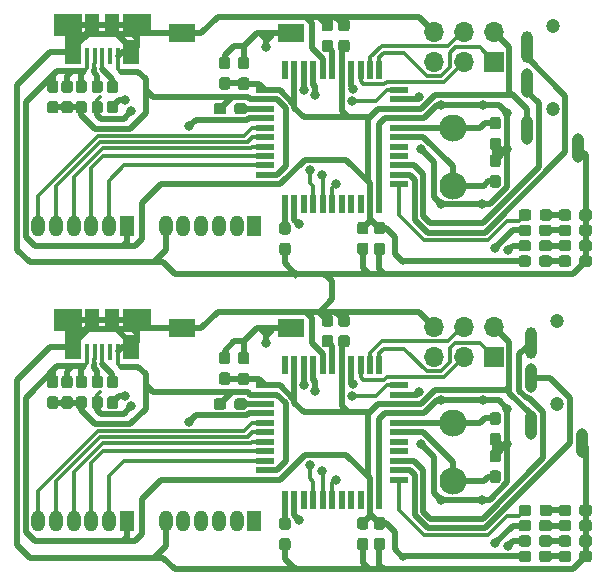
<source format=gbr>
G04 #@! TF.GenerationSoftware,KiCad,Pcbnew,(5.0.2)-1*
G04 #@! TF.CreationDate,2020-05-18T12:22:33+09:00*
G04 #@! TF.ProjectId,controller,636f6e74-726f-46c6-9c65-722e6b696361,rev?*
G04 #@! TF.SameCoordinates,Original*
G04 #@! TF.FileFunction,Copper,L2,Bot*
G04 #@! TF.FilePolarity,Positive*
%FSLAX46Y46*%
G04 Gerber Fmt 4.6, Leading zero omitted, Abs format (unit mm)*
G04 Created by KiCad (PCBNEW (5.0.2)-1) date 2020/05/18 12:22:33*
%MOMM*%
%LPD*%
G01*
G04 APERTURE LIST*
G04 #@! TA.AperFunction,ComponentPad*
%ADD10C,1.200000*%
G04 #@! TD*
G04 #@! TA.AperFunction,ComponentPad*
%ADD11O,1.000000X2.700000*%
G04 #@! TD*
G04 #@! TA.AperFunction,ComponentPad*
%ADD12O,1.000000X2.500000*%
G04 #@! TD*
G04 #@! TA.AperFunction,Conductor*
%ADD13C,0.100000*%
G04 #@! TD*
G04 #@! TA.AperFunction,SMDPad,CuDef*
%ADD14C,0.950000*%
G04 #@! TD*
G04 #@! TA.AperFunction,SMDPad,CuDef*
%ADD15R,2.180000X1.600000*%
G04 #@! TD*
G04 #@! TA.AperFunction,ComponentPad*
%ADD16O,1.200000X1.800000*%
G04 #@! TD*
G04 #@! TA.AperFunction,ComponentPad*
%ADD17R,1.200000X1.800000*%
G04 #@! TD*
G04 #@! TA.AperFunction,ComponentPad*
%ADD18C,2.300000*%
G04 #@! TD*
G04 #@! TA.AperFunction,SMDPad,CuDef*
%ADD19R,0.450000X1.380000*%
G04 #@! TD*
G04 #@! TA.AperFunction,SMDPad,CuDef*
%ADD20R,1.475000X2.100000*%
G04 #@! TD*
G04 #@! TA.AperFunction,SMDPad,CuDef*
%ADD21R,2.375000X1.900000*%
G04 #@! TD*
G04 #@! TA.AperFunction,SMDPad,CuDef*
%ADD22R,1.175000X1.900000*%
G04 #@! TD*
G04 #@! TA.AperFunction,SMDPad,CuDef*
%ADD23R,1.500000X0.550000*%
G04 #@! TD*
G04 #@! TA.AperFunction,SMDPad,CuDef*
%ADD24R,0.550000X1.500000*%
G04 #@! TD*
G04 #@! TA.AperFunction,ComponentPad*
%ADD25O,1.700000X1.700000*%
G04 #@! TD*
G04 #@! TA.AperFunction,ComponentPad*
%ADD26R,1.700000X1.700000*%
G04 #@! TD*
G04 #@! TA.AperFunction,ViaPad*
%ADD27C,0.800000*%
G04 #@! TD*
G04 #@! TA.AperFunction,Conductor*
%ADD28C,0.500000*%
G04 #@! TD*
G04 #@! TA.AperFunction,Conductor*
%ADD29C,0.300000*%
G04 #@! TD*
G04 #@! TA.AperFunction,Conductor*
%ADD30C,0.250000*%
G04 #@! TD*
G04 APERTURE END LIST*
D10*
G04 #@! TO.P,J3,*
G04 #@! TO.N,*
X96450000Y-83500000D03*
X96450000Y-76500000D03*
D11*
G04 #@! TO.P,J3,R2*
G04 #@! TO.N,/Rx*
X94250000Y-78300000D03*
D12*
G04 #@! TO.P,J3,R1*
G04 #@! TO.N,/Tx*
X94250000Y-81300000D03*
G04 #@! TO.P,J3,T*
G04 #@! TO.N,+5V*
X94250000Y-85300000D03*
G04 #@! TO.P,J3,S*
G04 #@! TO.N,GND*
X98550000Y-86800000D03*
G04 #@! TD*
D13*
G04 #@! TO.N,+5V*
G04 #@! TO.C,R24*
G36*
X56410779Y-81101144D02*
X56433834Y-81104563D01*
X56456443Y-81110227D01*
X56478387Y-81118079D01*
X56499457Y-81128044D01*
X56519448Y-81140026D01*
X56538168Y-81153910D01*
X56555438Y-81169562D01*
X56571090Y-81186832D01*
X56584974Y-81205552D01*
X56596956Y-81225543D01*
X56606921Y-81246613D01*
X56614773Y-81268557D01*
X56620437Y-81291166D01*
X56623856Y-81314221D01*
X56625000Y-81337500D01*
X56625000Y-81912500D01*
X56623856Y-81935779D01*
X56620437Y-81958834D01*
X56614773Y-81981443D01*
X56606921Y-82003387D01*
X56596956Y-82024457D01*
X56584974Y-82044448D01*
X56571090Y-82063168D01*
X56555438Y-82080438D01*
X56538168Y-82096090D01*
X56519448Y-82109974D01*
X56499457Y-82121956D01*
X56478387Y-82131921D01*
X56456443Y-82139773D01*
X56433834Y-82145437D01*
X56410779Y-82148856D01*
X56387500Y-82150000D01*
X55912500Y-82150000D01*
X55889221Y-82148856D01*
X55866166Y-82145437D01*
X55843557Y-82139773D01*
X55821613Y-82131921D01*
X55800543Y-82121956D01*
X55780552Y-82109974D01*
X55761832Y-82096090D01*
X55744562Y-82080438D01*
X55728910Y-82063168D01*
X55715026Y-82044448D01*
X55703044Y-82024457D01*
X55693079Y-82003387D01*
X55685227Y-81981443D01*
X55679563Y-81958834D01*
X55676144Y-81935779D01*
X55675000Y-81912500D01*
X55675000Y-81337500D01*
X55676144Y-81314221D01*
X55679563Y-81291166D01*
X55685227Y-81268557D01*
X55693079Y-81246613D01*
X55703044Y-81225543D01*
X55715026Y-81205552D01*
X55728910Y-81186832D01*
X55744562Y-81169562D01*
X55761832Y-81153910D01*
X55780552Y-81140026D01*
X55800543Y-81128044D01*
X55821613Y-81118079D01*
X55843557Y-81110227D01*
X55866166Y-81104563D01*
X55889221Y-81101144D01*
X55912500Y-81100000D01*
X56387500Y-81100000D01*
X56410779Y-81101144D01*
X56410779Y-81101144D01*
G37*
D14*
G04 #@! TD*
G04 #@! TO.P,R24,1*
G04 #@! TO.N,+5V*
X56150000Y-81625000D03*
D13*
G04 #@! TO.N,GND*
G04 #@! TO.C,R24*
G36*
X56410779Y-82851144D02*
X56433834Y-82854563D01*
X56456443Y-82860227D01*
X56478387Y-82868079D01*
X56499457Y-82878044D01*
X56519448Y-82890026D01*
X56538168Y-82903910D01*
X56555438Y-82919562D01*
X56571090Y-82936832D01*
X56584974Y-82955552D01*
X56596956Y-82975543D01*
X56606921Y-82996613D01*
X56614773Y-83018557D01*
X56620437Y-83041166D01*
X56623856Y-83064221D01*
X56625000Y-83087500D01*
X56625000Y-83662500D01*
X56623856Y-83685779D01*
X56620437Y-83708834D01*
X56614773Y-83731443D01*
X56606921Y-83753387D01*
X56596956Y-83774457D01*
X56584974Y-83794448D01*
X56571090Y-83813168D01*
X56555438Y-83830438D01*
X56538168Y-83846090D01*
X56519448Y-83859974D01*
X56499457Y-83871956D01*
X56478387Y-83881921D01*
X56456443Y-83889773D01*
X56433834Y-83895437D01*
X56410779Y-83898856D01*
X56387500Y-83900000D01*
X55912500Y-83900000D01*
X55889221Y-83898856D01*
X55866166Y-83895437D01*
X55843557Y-83889773D01*
X55821613Y-83881921D01*
X55800543Y-83871956D01*
X55780552Y-83859974D01*
X55761832Y-83846090D01*
X55744562Y-83830438D01*
X55728910Y-83813168D01*
X55715026Y-83794448D01*
X55703044Y-83774457D01*
X55693079Y-83753387D01*
X55685227Y-83731443D01*
X55679563Y-83708834D01*
X55676144Y-83685779D01*
X55675000Y-83662500D01*
X55675000Y-83087500D01*
X55676144Y-83064221D01*
X55679563Y-83041166D01*
X55685227Y-83018557D01*
X55693079Y-82996613D01*
X55703044Y-82975543D01*
X55715026Y-82955552D01*
X55728910Y-82936832D01*
X55744562Y-82919562D01*
X55761832Y-82903910D01*
X55780552Y-82890026D01*
X55800543Y-82878044D01*
X55821613Y-82868079D01*
X55843557Y-82860227D01*
X55866166Y-82854563D01*
X55889221Y-82851144D01*
X55912500Y-82850000D01*
X56387500Y-82850000D01*
X56410779Y-82851144D01*
X56410779Y-82851144D01*
G37*
D14*
G04 #@! TD*
G04 #@! TO.P,R24,2*
G04 #@! TO.N,GND*
X56150000Y-83375000D03*
D13*
G04 #@! TO.N,GND*
G04 #@! TO.C,R21*
G36*
X73660779Y-94851144D02*
X73683834Y-94854563D01*
X73706443Y-94860227D01*
X73728387Y-94868079D01*
X73749457Y-94878044D01*
X73769448Y-94890026D01*
X73788168Y-94903910D01*
X73805438Y-94919562D01*
X73821090Y-94936832D01*
X73834974Y-94955552D01*
X73846956Y-94975543D01*
X73856921Y-94996613D01*
X73864773Y-95018557D01*
X73870437Y-95041166D01*
X73873856Y-95064221D01*
X73875000Y-95087500D01*
X73875000Y-95662500D01*
X73873856Y-95685779D01*
X73870437Y-95708834D01*
X73864773Y-95731443D01*
X73856921Y-95753387D01*
X73846956Y-95774457D01*
X73834974Y-95794448D01*
X73821090Y-95813168D01*
X73805438Y-95830438D01*
X73788168Y-95846090D01*
X73769448Y-95859974D01*
X73749457Y-95871956D01*
X73728387Y-95881921D01*
X73706443Y-95889773D01*
X73683834Y-95895437D01*
X73660779Y-95898856D01*
X73637500Y-95900000D01*
X73162500Y-95900000D01*
X73139221Y-95898856D01*
X73116166Y-95895437D01*
X73093557Y-95889773D01*
X73071613Y-95881921D01*
X73050543Y-95871956D01*
X73030552Y-95859974D01*
X73011832Y-95846090D01*
X72994562Y-95830438D01*
X72978910Y-95813168D01*
X72965026Y-95794448D01*
X72953044Y-95774457D01*
X72943079Y-95753387D01*
X72935227Y-95731443D01*
X72929563Y-95708834D01*
X72926144Y-95685779D01*
X72925000Y-95662500D01*
X72925000Y-95087500D01*
X72926144Y-95064221D01*
X72929563Y-95041166D01*
X72935227Y-95018557D01*
X72943079Y-94996613D01*
X72953044Y-94975543D01*
X72965026Y-94955552D01*
X72978910Y-94936832D01*
X72994562Y-94919562D01*
X73011832Y-94903910D01*
X73030552Y-94890026D01*
X73050543Y-94878044D01*
X73071613Y-94868079D01*
X73093557Y-94860227D01*
X73116166Y-94854563D01*
X73139221Y-94851144D01*
X73162500Y-94850000D01*
X73637500Y-94850000D01*
X73660779Y-94851144D01*
X73660779Y-94851144D01*
G37*
D14*
G04 #@! TD*
G04 #@! TO.P,R21,2*
G04 #@! TO.N,GND*
X73400000Y-95375000D03*
D13*
G04 #@! TO.N,/HWB*
G04 #@! TO.C,R21*
G36*
X73660779Y-93101144D02*
X73683834Y-93104563D01*
X73706443Y-93110227D01*
X73728387Y-93118079D01*
X73749457Y-93128044D01*
X73769448Y-93140026D01*
X73788168Y-93153910D01*
X73805438Y-93169562D01*
X73821090Y-93186832D01*
X73834974Y-93205552D01*
X73846956Y-93225543D01*
X73856921Y-93246613D01*
X73864773Y-93268557D01*
X73870437Y-93291166D01*
X73873856Y-93314221D01*
X73875000Y-93337500D01*
X73875000Y-93912500D01*
X73873856Y-93935779D01*
X73870437Y-93958834D01*
X73864773Y-93981443D01*
X73856921Y-94003387D01*
X73846956Y-94024457D01*
X73834974Y-94044448D01*
X73821090Y-94063168D01*
X73805438Y-94080438D01*
X73788168Y-94096090D01*
X73769448Y-94109974D01*
X73749457Y-94121956D01*
X73728387Y-94131921D01*
X73706443Y-94139773D01*
X73683834Y-94145437D01*
X73660779Y-94148856D01*
X73637500Y-94150000D01*
X73162500Y-94150000D01*
X73139221Y-94148856D01*
X73116166Y-94145437D01*
X73093557Y-94139773D01*
X73071613Y-94131921D01*
X73050543Y-94121956D01*
X73030552Y-94109974D01*
X73011832Y-94096090D01*
X72994562Y-94080438D01*
X72978910Y-94063168D01*
X72965026Y-94044448D01*
X72953044Y-94024457D01*
X72943079Y-94003387D01*
X72935227Y-93981443D01*
X72929563Y-93958834D01*
X72926144Y-93935779D01*
X72925000Y-93912500D01*
X72925000Y-93337500D01*
X72926144Y-93314221D01*
X72929563Y-93291166D01*
X72935227Y-93268557D01*
X72943079Y-93246613D01*
X72953044Y-93225543D01*
X72965026Y-93205552D01*
X72978910Y-93186832D01*
X72994562Y-93169562D01*
X73011832Y-93153910D01*
X73030552Y-93140026D01*
X73050543Y-93128044D01*
X73071613Y-93118079D01*
X73093557Y-93110227D01*
X73116166Y-93104563D01*
X73139221Y-93101144D01*
X73162500Y-93100000D01*
X73637500Y-93100000D01*
X73660779Y-93101144D01*
X73660779Y-93101144D01*
G37*
D14*
G04 #@! TD*
G04 #@! TO.P,R21,1*
G04 #@! TO.N,/HWB*
X73400000Y-93625000D03*
D13*
G04 #@! TO.N,/D+*
G04 #@! TO.C,R22*
G36*
X59060779Y-82851144D02*
X59083834Y-82854563D01*
X59106443Y-82860227D01*
X59128387Y-82868079D01*
X59149457Y-82878044D01*
X59169448Y-82890026D01*
X59188168Y-82903910D01*
X59205438Y-82919562D01*
X59221090Y-82936832D01*
X59234974Y-82955552D01*
X59246956Y-82975543D01*
X59256921Y-82996613D01*
X59264773Y-83018557D01*
X59270437Y-83041166D01*
X59273856Y-83064221D01*
X59275000Y-83087500D01*
X59275000Y-83662500D01*
X59273856Y-83685779D01*
X59270437Y-83708834D01*
X59264773Y-83731443D01*
X59256921Y-83753387D01*
X59246956Y-83774457D01*
X59234974Y-83794448D01*
X59221090Y-83813168D01*
X59205438Y-83830438D01*
X59188168Y-83846090D01*
X59169448Y-83859974D01*
X59149457Y-83871956D01*
X59128387Y-83881921D01*
X59106443Y-83889773D01*
X59083834Y-83895437D01*
X59060779Y-83898856D01*
X59037500Y-83900000D01*
X58562500Y-83900000D01*
X58539221Y-83898856D01*
X58516166Y-83895437D01*
X58493557Y-83889773D01*
X58471613Y-83881921D01*
X58450543Y-83871956D01*
X58430552Y-83859974D01*
X58411832Y-83846090D01*
X58394562Y-83830438D01*
X58378910Y-83813168D01*
X58365026Y-83794448D01*
X58353044Y-83774457D01*
X58343079Y-83753387D01*
X58335227Y-83731443D01*
X58329563Y-83708834D01*
X58326144Y-83685779D01*
X58325000Y-83662500D01*
X58325000Y-83087500D01*
X58326144Y-83064221D01*
X58329563Y-83041166D01*
X58335227Y-83018557D01*
X58343079Y-82996613D01*
X58353044Y-82975543D01*
X58365026Y-82955552D01*
X58378910Y-82936832D01*
X58394562Y-82919562D01*
X58411832Y-82903910D01*
X58430552Y-82890026D01*
X58450543Y-82878044D01*
X58471613Y-82868079D01*
X58493557Y-82860227D01*
X58516166Y-82854563D01*
X58539221Y-82851144D01*
X58562500Y-82850000D01*
X59037500Y-82850000D01*
X59060779Y-82851144D01*
X59060779Y-82851144D01*
G37*
D14*
G04 #@! TD*
G04 #@! TO.P,R22,2*
G04 #@! TO.N,/D+*
X58800000Y-83375000D03*
D13*
G04 #@! TO.N,Net-(J2-Pad3)*
G04 #@! TO.C,R22*
G36*
X59060779Y-81101144D02*
X59083834Y-81104563D01*
X59106443Y-81110227D01*
X59128387Y-81118079D01*
X59149457Y-81128044D01*
X59169448Y-81140026D01*
X59188168Y-81153910D01*
X59205438Y-81169562D01*
X59221090Y-81186832D01*
X59234974Y-81205552D01*
X59246956Y-81225543D01*
X59256921Y-81246613D01*
X59264773Y-81268557D01*
X59270437Y-81291166D01*
X59273856Y-81314221D01*
X59275000Y-81337500D01*
X59275000Y-81912500D01*
X59273856Y-81935779D01*
X59270437Y-81958834D01*
X59264773Y-81981443D01*
X59256921Y-82003387D01*
X59246956Y-82024457D01*
X59234974Y-82044448D01*
X59221090Y-82063168D01*
X59205438Y-82080438D01*
X59188168Y-82096090D01*
X59169448Y-82109974D01*
X59149457Y-82121956D01*
X59128387Y-82131921D01*
X59106443Y-82139773D01*
X59083834Y-82145437D01*
X59060779Y-82148856D01*
X59037500Y-82150000D01*
X58562500Y-82150000D01*
X58539221Y-82148856D01*
X58516166Y-82145437D01*
X58493557Y-82139773D01*
X58471613Y-82131921D01*
X58450543Y-82121956D01*
X58430552Y-82109974D01*
X58411832Y-82096090D01*
X58394562Y-82080438D01*
X58378910Y-82063168D01*
X58365026Y-82044448D01*
X58353044Y-82024457D01*
X58343079Y-82003387D01*
X58335227Y-81981443D01*
X58329563Y-81958834D01*
X58326144Y-81935779D01*
X58325000Y-81912500D01*
X58325000Y-81337500D01*
X58326144Y-81314221D01*
X58329563Y-81291166D01*
X58335227Y-81268557D01*
X58343079Y-81246613D01*
X58353044Y-81225543D01*
X58365026Y-81205552D01*
X58378910Y-81186832D01*
X58394562Y-81169562D01*
X58411832Y-81153910D01*
X58430552Y-81140026D01*
X58450543Y-81128044D01*
X58471613Y-81118079D01*
X58493557Y-81110227D01*
X58516166Y-81104563D01*
X58539221Y-81101144D01*
X58562500Y-81100000D01*
X59037500Y-81100000D01*
X59060779Y-81101144D01*
X59060779Y-81101144D01*
G37*
D14*
G04 #@! TD*
G04 #@! TO.P,R22,1*
G04 #@! TO.N,Net-(J2-Pad3)*
X58800000Y-81625000D03*
D15*
G04 #@! TO.P,SW1,2*
G04 #@! TO.N,/RESET*
X73890000Y-77100000D03*
G04 #@! TO.P,SW1,1*
G04 #@! TO.N,GND*
X64710000Y-77100000D03*
G04 #@! TD*
D16*
G04 #@! TO.P,J5,6*
G04 #@! TO.N,GND*
X63300000Y-93400000D03*
G04 #@! TO.P,J5,5*
G04 #@! TO.N,/READ*
X64800000Y-93400000D03*
G04 #@! TO.P,J5,4*
G04 #@! TO.N,/COL_EN*
X66300000Y-93400000D03*
G04 #@! TO.P,J5,3*
G04 #@! TO.N,/COL_C*
X67800000Y-93400000D03*
G04 #@! TO.P,J5,2*
G04 #@! TO.N,/COL_B*
X69300000Y-93400000D03*
D17*
G04 #@! TO.P,J5,1*
G04 #@! TO.N,/COL_A*
X70800000Y-93400000D03*
G04 #@! TD*
D13*
G04 #@! TO.N,Net-(J2-Pad2)*
G04 #@! TO.C,R23*
G36*
X57760779Y-81101144D02*
X57783834Y-81104563D01*
X57806443Y-81110227D01*
X57828387Y-81118079D01*
X57849457Y-81128044D01*
X57869448Y-81140026D01*
X57888168Y-81153910D01*
X57905438Y-81169562D01*
X57921090Y-81186832D01*
X57934974Y-81205552D01*
X57946956Y-81225543D01*
X57956921Y-81246613D01*
X57964773Y-81268557D01*
X57970437Y-81291166D01*
X57973856Y-81314221D01*
X57975000Y-81337500D01*
X57975000Y-81912500D01*
X57973856Y-81935779D01*
X57970437Y-81958834D01*
X57964773Y-81981443D01*
X57956921Y-82003387D01*
X57946956Y-82024457D01*
X57934974Y-82044448D01*
X57921090Y-82063168D01*
X57905438Y-82080438D01*
X57888168Y-82096090D01*
X57869448Y-82109974D01*
X57849457Y-82121956D01*
X57828387Y-82131921D01*
X57806443Y-82139773D01*
X57783834Y-82145437D01*
X57760779Y-82148856D01*
X57737500Y-82150000D01*
X57262500Y-82150000D01*
X57239221Y-82148856D01*
X57216166Y-82145437D01*
X57193557Y-82139773D01*
X57171613Y-82131921D01*
X57150543Y-82121956D01*
X57130552Y-82109974D01*
X57111832Y-82096090D01*
X57094562Y-82080438D01*
X57078910Y-82063168D01*
X57065026Y-82044448D01*
X57053044Y-82024457D01*
X57043079Y-82003387D01*
X57035227Y-81981443D01*
X57029563Y-81958834D01*
X57026144Y-81935779D01*
X57025000Y-81912500D01*
X57025000Y-81337500D01*
X57026144Y-81314221D01*
X57029563Y-81291166D01*
X57035227Y-81268557D01*
X57043079Y-81246613D01*
X57053044Y-81225543D01*
X57065026Y-81205552D01*
X57078910Y-81186832D01*
X57094562Y-81169562D01*
X57111832Y-81153910D01*
X57130552Y-81140026D01*
X57150543Y-81128044D01*
X57171613Y-81118079D01*
X57193557Y-81110227D01*
X57216166Y-81104563D01*
X57239221Y-81101144D01*
X57262500Y-81100000D01*
X57737500Y-81100000D01*
X57760779Y-81101144D01*
X57760779Y-81101144D01*
G37*
D14*
G04 #@! TD*
G04 #@! TO.P,R23,1*
G04 #@! TO.N,Net-(J2-Pad2)*
X57500000Y-81625000D03*
D13*
G04 #@! TO.N,/D-*
G04 #@! TO.C,R23*
G36*
X57760779Y-82851144D02*
X57783834Y-82854563D01*
X57806443Y-82860227D01*
X57828387Y-82868079D01*
X57849457Y-82878044D01*
X57869448Y-82890026D01*
X57888168Y-82903910D01*
X57905438Y-82919562D01*
X57921090Y-82936832D01*
X57934974Y-82955552D01*
X57946956Y-82975543D01*
X57956921Y-82996613D01*
X57964773Y-83018557D01*
X57970437Y-83041166D01*
X57973856Y-83064221D01*
X57975000Y-83087500D01*
X57975000Y-83662500D01*
X57973856Y-83685779D01*
X57970437Y-83708834D01*
X57964773Y-83731443D01*
X57956921Y-83753387D01*
X57946956Y-83774457D01*
X57934974Y-83794448D01*
X57921090Y-83813168D01*
X57905438Y-83830438D01*
X57888168Y-83846090D01*
X57869448Y-83859974D01*
X57849457Y-83871956D01*
X57828387Y-83881921D01*
X57806443Y-83889773D01*
X57783834Y-83895437D01*
X57760779Y-83898856D01*
X57737500Y-83900000D01*
X57262500Y-83900000D01*
X57239221Y-83898856D01*
X57216166Y-83895437D01*
X57193557Y-83889773D01*
X57171613Y-83881921D01*
X57150543Y-83871956D01*
X57130552Y-83859974D01*
X57111832Y-83846090D01*
X57094562Y-83830438D01*
X57078910Y-83813168D01*
X57065026Y-83794448D01*
X57053044Y-83774457D01*
X57043079Y-83753387D01*
X57035227Y-83731443D01*
X57029563Y-83708834D01*
X57026144Y-83685779D01*
X57025000Y-83662500D01*
X57025000Y-83087500D01*
X57026144Y-83064221D01*
X57029563Y-83041166D01*
X57035227Y-83018557D01*
X57043079Y-82996613D01*
X57053044Y-82975543D01*
X57065026Y-82955552D01*
X57078910Y-82936832D01*
X57094562Y-82919562D01*
X57111832Y-82903910D01*
X57130552Y-82890026D01*
X57150543Y-82878044D01*
X57171613Y-82868079D01*
X57193557Y-82860227D01*
X57216166Y-82854563D01*
X57239221Y-82851144D01*
X57262500Y-82850000D01*
X57737500Y-82850000D01*
X57760779Y-82851144D01*
X57760779Y-82851144D01*
G37*
D14*
G04 #@! TD*
G04 #@! TO.P,R23,2*
G04 #@! TO.N,/D-*
X57500000Y-83375000D03*
D17*
G04 #@! TO.P,J4,1*
G04 #@! TO.N,+5V*
X60000000Y-93400000D03*
D16*
G04 #@! TO.P,J4,2*
G04 #@! TO.N,/MUX_A*
X58500000Y-93400000D03*
G04 #@! TO.P,J4,3*
G04 #@! TO.N,/MUX_B*
X57000000Y-93400000D03*
G04 #@! TO.P,J4,4*
G04 #@! TO.N,/MUX_C*
X55500000Y-93400000D03*
G04 #@! TO.P,J4,5*
G04 #@! TO.N,/MUX_EN*
X54000000Y-93400000D03*
G04 #@! TO.P,J4,6*
G04 #@! TO.N,/DRAIN*
X52500000Y-93400000D03*
G04 #@! TD*
D13*
G04 #@! TO.N,GND*
G04 #@! TO.C,D3*
G36*
X99166765Y-93321908D02*
X99189820Y-93325327D01*
X99212429Y-93330991D01*
X99234373Y-93338843D01*
X99255443Y-93348808D01*
X99275434Y-93360790D01*
X99294154Y-93374674D01*
X99311424Y-93390326D01*
X99327076Y-93407596D01*
X99340960Y-93426316D01*
X99352942Y-93446307D01*
X99362907Y-93467377D01*
X99370759Y-93489321D01*
X99376423Y-93511930D01*
X99379842Y-93534985D01*
X99380986Y-93558264D01*
X99380986Y-94033264D01*
X99379842Y-94056543D01*
X99376423Y-94079598D01*
X99370759Y-94102207D01*
X99362907Y-94124151D01*
X99352942Y-94145221D01*
X99340960Y-94165212D01*
X99327076Y-94183932D01*
X99311424Y-94201202D01*
X99294154Y-94216854D01*
X99275434Y-94230738D01*
X99255443Y-94242720D01*
X99234373Y-94252685D01*
X99212429Y-94260537D01*
X99189820Y-94266201D01*
X99166765Y-94269620D01*
X99143486Y-94270764D01*
X98568486Y-94270764D01*
X98545207Y-94269620D01*
X98522152Y-94266201D01*
X98499543Y-94260537D01*
X98477599Y-94252685D01*
X98456529Y-94242720D01*
X98436538Y-94230738D01*
X98417818Y-94216854D01*
X98400548Y-94201202D01*
X98384896Y-94183932D01*
X98371012Y-94165212D01*
X98359030Y-94145221D01*
X98349065Y-94124151D01*
X98341213Y-94102207D01*
X98335549Y-94079598D01*
X98332130Y-94056543D01*
X98330986Y-94033264D01*
X98330986Y-93558264D01*
X98332130Y-93534985D01*
X98335549Y-93511930D01*
X98341213Y-93489321D01*
X98349065Y-93467377D01*
X98359030Y-93446307D01*
X98371012Y-93426316D01*
X98384896Y-93407596D01*
X98400548Y-93390326D01*
X98417818Y-93374674D01*
X98436538Y-93360790D01*
X98456529Y-93348808D01*
X98477599Y-93338843D01*
X98499543Y-93330991D01*
X98522152Y-93325327D01*
X98545207Y-93321908D01*
X98568486Y-93320764D01*
X99143486Y-93320764D01*
X99166765Y-93321908D01*
X99166765Y-93321908D01*
G37*
D14*
G04 #@! TD*
G04 #@! TO.P,D3,1*
G04 #@! TO.N,GND*
X98855986Y-93795764D03*
D13*
G04 #@! TO.N,Net-(D3-Pad2)*
G04 #@! TO.C,D3*
G36*
X97416765Y-93321908D02*
X97439820Y-93325327D01*
X97462429Y-93330991D01*
X97484373Y-93338843D01*
X97505443Y-93348808D01*
X97525434Y-93360790D01*
X97544154Y-93374674D01*
X97561424Y-93390326D01*
X97577076Y-93407596D01*
X97590960Y-93426316D01*
X97602942Y-93446307D01*
X97612907Y-93467377D01*
X97620759Y-93489321D01*
X97626423Y-93511930D01*
X97629842Y-93534985D01*
X97630986Y-93558264D01*
X97630986Y-94033264D01*
X97629842Y-94056543D01*
X97626423Y-94079598D01*
X97620759Y-94102207D01*
X97612907Y-94124151D01*
X97602942Y-94145221D01*
X97590960Y-94165212D01*
X97577076Y-94183932D01*
X97561424Y-94201202D01*
X97544154Y-94216854D01*
X97525434Y-94230738D01*
X97505443Y-94242720D01*
X97484373Y-94252685D01*
X97462429Y-94260537D01*
X97439820Y-94266201D01*
X97416765Y-94269620D01*
X97393486Y-94270764D01*
X96818486Y-94270764D01*
X96795207Y-94269620D01*
X96772152Y-94266201D01*
X96749543Y-94260537D01*
X96727599Y-94252685D01*
X96706529Y-94242720D01*
X96686538Y-94230738D01*
X96667818Y-94216854D01*
X96650548Y-94201202D01*
X96634896Y-94183932D01*
X96621012Y-94165212D01*
X96609030Y-94145221D01*
X96599065Y-94124151D01*
X96591213Y-94102207D01*
X96585549Y-94079598D01*
X96582130Y-94056543D01*
X96580986Y-94033264D01*
X96580986Y-93558264D01*
X96582130Y-93534985D01*
X96585549Y-93511930D01*
X96591213Y-93489321D01*
X96599065Y-93467377D01*
X96609030Y-93446307D01*
X96621012Y-93426316D01*
X96634896Y-93407596D01*
X96650548Y-93390326D01*
X96667818Y-93374674D01*
X96686538Y-93360790D01*
X96706529Y-93348808D01*
X96727599Y-93338843D01*
X96749543Y-93330991D01*
X96772152Y-93325327D01*
X96795207Y-93321908D01*
X96818486Y-93320764D01*
X97393486Y-93320764D01*
X97416765Y-93321908D01*
X97416765Y-93321908D01*
G37*
D14*
G04 #@! TD*
G04 #@! TO.P,D3,2*
G04 #@! TO.N,Net-(D3-Pad2)*
X97105986Y-93795764D03*
D13*
G04 #@! TO.N,/RXLED*
G04 #@! TO.C,R18*
G36*
X94016765Y-93321908D02*
X94039820Y-93325327D01*
X94062429Y-93330991D01*
X94084373Y-93338843D01*
X94105443Y-93348808D01*
X94125434Y-93360790D01*
X94144154Y-93374674D01*
X94161424Y-93390326D01*
X94177076Y-93407596D01*
X94190960Y-93426316D01*
X94202942Y-93446307D01*
X94212907Y-93467377D01*
X94220759Y-93489321D01*
X94226423Y-93511930D01*
X94229842Y-93534985D01*
X94230986Y-93558264D01*
X94230986Y-94033264D01*
X94229842Y-94056543D01*
X94226423Y-94079598D01*
X94220759Y-94102207D01*
X94212907Y-94124151D01*
X94202942Y-94145221D01*
X94190960Y-94165212D01*
X94177076Y-94183932D01*
X94161424Y-94201202D01*
X94144154Y-94216854D01*
X94125434Y-94230738D01*
X94105443Y-94242720D01*
X94084373Y-94252685D01*
X94062429Y-94260537D01*
X94039820Y-94266201D01*
X94016765Y-94269620D01*
X93993486Y-94270764D01*
X93418486Y-94270764D01*
X93395207Y-94269620D01*
X93372152Y-94266201D01*
X93349543Y-94260537D01*
X93327599Y-94252685D01*
X93306529Y-94242720D01*
X93286538Y-94230738D01*
X93267818Y-94216854D01*
X93250548Y-94201202D01*
X93234896Y-94183932D01*
X93221012Y-94165212D01*
X93209030Y-94145221D01*
X93199065Y-94124151D01*
X93191213Y-94102207D01*
X93185549Y-94079598D01*
X93182130Y-94056543D01*
X93180986Y-94033264D01*
X93180986Y-93558264D01*
X93182130Y-93534985D01*
X93185549Y-93511930D01*
X93191213Y-93489321D01*
X93199065Y-93467377D01*
X93209030Y-93446307D01*
X93221012Y-93426316D01*
X93234896Y-93407596D01*
X93250548Y-93390326D01*
X93267818Y-93374674D01*
X93286538Y-93360790D01*
X93306529Y-93348808D01*
X93327599Y-93338843D01*
X93349543Y-93330991D01*
X93372152Y-93325327D01*
X93395207Y-93321908D01*
X93418486Y-93320764D01*
X93993486Y-93320764D01*
X94016765Y-93321908D01*
X94016765Y-93321908D01*
G37*
D14*
G04 #@! TD*
G04 #@! TO.P,R18,1*
G04 #@! TO.N,/RXLED*
X93705986Y-93795764D03*
D13*
G04 #@! TO.N,Net-(D3-Pad2)*
G04 #@! TO.C,R18*
G36*
X95766765Y-93321908D02*
X95789820Y-93325327D01*
X95812429Y-93330991D01*
X95834373Y-93338843D01*
X95855443Y-93348808D01*
X95875434Y-93360790D01*
X95894154Y-93374674D01*
X95911424Y-93390326D01*
X95927076Y-93407596D01*
X95940960Y-93426316D01*
X95952942Y-93446307D01*
X95962907Y-93467377D01*
X95970759Y-93489321D01*
X95976423Y-93511930D01*
X95979842Y-93534985D01*
X95980986Y-93558264D01*
X95980986Y-94033264D01*
X95979842Y-94056543D01*
X95976423Y-94079598D01*
X95970759Y-94102207D01*
X95962907Y-94124151D01*
X95952942Y-94145221D01*
X95940960Y-94165212D01*
X95927076Y-94183932D01*
X95911424Y-94201202D01*
X95894154Y-94216854D01*
X95875434Y-94230738D01*
X95855443Y-94242720D01*
X95834373Y-94252685D01*
X95812429Y-94260537D01*
X95789820Y-94266201D01*
X95766765Y-94269620D01*
X95743486Y-94270764D01*
X95168486Y-94270764D01*
X95145207Y-94269620D01*
X95122152Y-94266201D01*
X95099543Y-94260537D01*
X95077599Y-94252685D01*
X95056529Y-94242720D01*
X95036538Y-94230738D01*
X95017818Y-94216854D01*
X95000548Y-94201202D01*
X94984896Y-94183932D01*
X94971012Y-94165212D01*
X94959030Y-94145221D01*
X94949065Y-94124151D01*
X94941213Y-94102207D01*
X94935549Y-94079598D01*
X94932130Y-94056543D01*
X94930986Y-94033264D01*
X94930986Y-93558264D01*
X94932130Y-93534985D01*
X94935549Y-93511930D01*
X94941213Y-93489321D01*
X94949065Y-93467377D01*
X94959030Y-93446307D01*
X94971012Y-93426316D01*
X94984896Y-93407596D01*
X95000548Y-93390326D01*
X95017818Y-93374674D01*
X95036538Y-93360790D01*
X95056529Y-93348808D01*
X95077599Y-93338843D01*
X95099543Y-93330991D01*
X95122152Y-93325327D01*
X95145207Y-93321908D01*
X95168486Y-93320764D01*
X95743486Y-93320764D01*
X95766765Y-93321908D01*
X95766765Y-93321908D01*
G37*
D14*
G04 #@! TD*
G04 #@! TO.P,R18,2*
G04 #@! TO.N,Net-(D3-Pad2)*
X95455986Y-93795764D03*
D13*
G04 #@! TO.N,+5V*
G04 #@! TO.C,C15*
G36*
X55210779Y-81101144D02*
X55233834Y-81104563D01*
X55256443Y-81110227D01*
X55278387Y-81118079D01*
X55299457Y-81128044D01*
X55319448Y-81140026D01*
X55338168Y-81153910D01*
X55355438Y-81169562D01*
X55371090Y-81186832D01*
X55384974Y-81205552D01*
X55396956Y-81225543D01*
X55406921Y-81246613D01*
X55414773Y-81268557D01*
X55420437Y-81291166D01*
X55423856Y-81314221D01*
X55425000Y-81337500D01*
X55425000Y-81912500D01*
X55423856Y-81935779D01*
X55420437Y-81958834D01*
X55414773Y-81981443D01*
X55406921Y-82003387D01*
X55396956Y-82024457D01*
X55384974Y-82044448D01*
X55371090Y-82063168D01*
X55355438Y-82080438D01*
X55338168Y-82096090D01*
X55319448Y-82109974D01*
X55299457Y-82121956D01*
X55278387Y-82131921D01*
X55256443Y-82139773D01*
X55233834Y-82145437D01*
X55210779Y-82148856D01*
X55187500Y-82150000D01*
X54712500Y-82150000D01*
X54689221Y-82148856D01*
X54666166Y-82145437D01*
X54643557Y-82139773D01*
X54621613Y-82131921D01*
X54600543Y-82121956D01*
X54580552Y-82109974D01*
X54561832Y-82096090D01*
X54544562Y-82080438D01*
X54528910Y-82063168D01*
X54515026Y-82044448D01*
X54503044Y-82024457D01*
X54493079Y-82003387D01*
X54485227Y-81981443D01*
X54479563Y-81958834D01*
X54476144Y-81935779D01*
X54475000Y-81912500D01*
X54475000Y-81337500D01*
X54476144Y-81314221D01*
X54479563Y-81291166D01*
X54485227Y-81268557D01*
X54493079Y-81246613D01*
X54503044Y-81225543D01*
X54515026Y-81205552D01*
X54528910Y-81186832D01*
X54544562Y-81169562D01*
X54561832Y-81153910D01*
X54580552Y-81140026D01*
X54600543Y-81128044D01*
X54621613Y-81118079D01*
X54643557Y-81110227D01*
X54666166Y-81104563D01*
X54689221Y-81101144D01*
X54712500Y-81100000D01*
X55187500Y-81100000D01*
X55210779Y-81101144D01*
X55210779Y-81101144D01*
G37*
D14*
G04 #@! TD*
G04 #@! TO.P,C15,1*
G04 #@! TO.N,+5V*
X54950000Y-81625000D03*
D13*
G04 #@! TO.N,GND*
G04 #@! TO.C,C15*
G36*
X55210779Y-82851144D02*
X55233834Y-82854563D01*
X55256443Y-82860227D01*
X55278387Y-82868079D01*
X55299457Y-82878044D01*
X55319448Y-82890026D01*
X55338168Y-82903910D01*
X55355438Y-82919562D01*
X55371090Y-82936832D01*
X55384974Y-82955552D01*
X55396956Y-82975543D01*
X55406921Y-82996613D01*
X55414773Y-83018557D01*
X55420437Y-83041166D01*
X55423856Y-83064221D01*
X55425000Y-83087500D01*
X55425000Y-83662500D01*
X55423856Y-83685779D01*
X55420437Y-83708834D01*
X55414773Y-83731443D01*
X55406921Y-83753387D01*
X55396956Y-83774457D01*
X55384974Y-83794448D01*
X55371090Y-83813168D01*
X55355438Y-83830438D01*
X55338168Y-83846090D01*
X55319448Y-83859974D01*
X55299457Y-83871956D01*
X55278387Y-83881921D01*
X55256443Y-83889773D01*
X55233834Y-83895437D01*
X55210779Y-83898856D01*
X55187500Y-83900000D01*
X54712500Y-83900000D01*
X54689221Y-83898856D01*
X54666166Y-83895437D01*
X54643557Y-83889773D01*
X54621613Y-83881921D01*
X54600543Y-83871956D01*
X54580552Y-83859974D01*
X54561832Y-83846090D01*
X54544562Y-83830438D01*
X54528910Y-83813168D01*
X54515026Y-83794448D01*
X54503044Y-83774457D01*
X54493079Y-83753387D01*
X54485227Y-83731443D01*
X54479563Y-83708834D01*
X54476144Y-83685779D01*
X54475000Y-83662500D01*
X54475000Y-83087500D01*
X54476144Y-83064221D01*
X54479563Y-83041166D01*
X54485227Y-83018557D01*
X54493079Y-82996613D01*
X54503044Y-82975543D01*
X54515026Y-82955552D01*
X54528910Y-82936832D01*
X54544562Y-82919562D01*
X54561832Y-82903910D01*
X54580552Y-82890026D01*
X54600543Y-82878044D01*
X54621613Y-82868079D01*
X54643557Y-82860227D01*
X54666166Y-82854563D01*
X54689221Y-82851144D01*
X54712500Y-82850000D01*
X55187500Y-82850000D01*
X55210779Y-82851144D01*
X55210779Y-82851144D01*
G37*
D14*
G04 #@! TD*
G04 #@! TO.P,C15,2*
G04 #@! TO.N,GND*
X54950000Y-83375000D03*
D13*
G04 #@! TO.N,/RESET*
G04 #@! TO.C,D1*
G36*
X70160779Y-79101144D02*
X70183834Y-79104563D01*
X70206443Y-79110227D01*
X70228387Y-79118079D01*
X70249457Y-79128044D01*
X70269448Y-79140026D01*
X70288168Y-79153910D01*
X70305438Y-79169562D01*
X70321090Y-79186832D01*
X70334974Y-79205552D01*
X70346956Y-79225543D01*
X70356921Y-79246613D01*
X70364773Y-79268557D01*
X70370437Y-79291166D01*
X70373856Y-79314221D01*
X70375000Y-79337500D01*
X70375000Y-79912500D01*
X70373856Y-79935779D01*
X70370437Y-79958834D01*
X70364773Y-79981443D01*
X70356921Y-80003387D01*
X70346956Y-80024457D01*
X70334974Y-80044448D01*
X70321090Y-80063168D01*
X70305438Y-80080438D01*
X70288168Y-80096090D01*
X70269448Y-80109974D01*
X70249457Y-80121956D01*
X70228387Y-80131921D01*
X70206443Y-80139773D01*
X70183834Y-80145437D01*
X70160779Y-80148856D01*
X70137500Y-80150000D01*
X69662500Y-80150000D01*
X69639221Y-80148856D01*
X69616166Y-80145437D01*
X69593557Y-80139773D01*
X69571613Y-80131921D01*
X69550543Y-80121956D01*
X69530552Y-80109974D01*
X69511832Y-80096090D01*
X69494562Y-80080438D01*
X69478910Y-80063168D01*
X69465026Y-80044448D01*
X69453044Y-80024457D01*
X69443079Y-80003387D01*
X69435227Y-79981443D01*
X69429563Y-79958834D01*
X69426144Y-79935779D01*
X69425000Y-79912500D01*
X69425000Y-79337500D01*
X69426144Y-79314221D01*
X69429563Y-79291166D01*
X69435227Y-79268557D01*
X69443079Y-79246613D01*
X69453044Y-79225543D01*
X69465026Y-79205552D01*
X69478910Y-79186832D01*
X69494562Y-79169562D01*
X69511832Y-79153910D01*
X69530552Y-79140026D01*
X69550543Y-79128044D01*
X69571613Y-79118079D01*
X69593557Y-79110227D01*
X69616166Y-79104563D01*
X69639221Y-79101144D01*
X69662500Y-79100000D01*
X70137500Y-79100000D01*
X70160779Y-79101144D01*
X70160779Y-79101144D01*
G37*
D14*
G04 #@! TD*
G04 #@! TO.P,D1,2*
G04 #@! TO.N,/RESET*
X69900000Y-79625000D03*
D13*
G04 #@! TO.N,+5V*
G04 #@! TO.C,D1*
G36*
X70160779Y-80851144D02*
X70183834Y-80854563D01*
X70206443Y-80860227D01*
X70228387Y-80868079D01*
X70249457Y-80878044D01*
X70269448Y-80890026D01*
X70288168Y-80903910D01*
X70305438Y-80919562D01*
X70321090Y-80936832D01*
X70334974Y-80955552D01*
X70346956Y-80975543D01*
X70356921Y-80996613D01*
X70364773Y-81018557D01*
X70370437Y-81041166D01*
X70373856Y-81064221D01*
X70375000Y-81087500D01*
X70375000Y-81662500D01*
X70373856Y-81685779D01*
X70370437Y-81708834D01*
X70364773Y-81731443D01*
X70356921Y-81753387D01*
X70346956Y-81774457D01*
X70334974Y-81794448D01*
X70321090Y-81813168D01*
X70305438Y-81830438D01*
X70288168Y-81846090D01*
X70269448Y-81859974D01*
X70249457Y-81871956D01*
X70228387Y-81881921D01*
X70206443Y-81889773D01*
X70183834Y-81895437D01*
X70160779Y-81898856D01*
X70137500Y-81900000D01*
X69662500Y-81900000D01*
X69639221Y-81898856D01*
X69616166Y-81895437D01*
X69593557Y-81889773D01*
X69571613Y-81881921D01*
X69550543Y-81871956D01*
X69530552Y-81859974D01*
X69511832Y-81846090D01*
X69494562Y-81830438D01*
X69478910Y-81813168D01*
X69465026Y-81794448D01*
X69453044Y-81774457D01*
X69443079Y-81753387D01*
X69435227Y-81731443D01*
X69429563Y-81708834D01*
X69426144Y-81685779D01*
X69425000Y-81662500D01*
X69425000Y-81087500D01*
X69426144Y-81064221D01*
X69429563Y-81041166D01*
X69435227Y-81018557D01*
X69443079Y-80996613D01*
X69453044Y-80975543D01*
X69465026Y-80955552D01*
X69478910Y-80936832D01*
X69494562Y-80919562D01*
X69511832Y-80903910D01*
X69530552Y-80890026D01*
X69550543Y-80878044D01*
X69571613Y-80868079D01*
X69593557Y-80860227D01*
X69616166Y-80854563D01*
X69639221Y-80851144D01*
X69662500Y-80850000D01*
X70137500Y-80850000D01*
X70160779Y-80851144D01*
X70160779Y-80851144D01*
G37*
D14*
G04 #@! TD*
G04 #@! TO.P,D1,1*
G04 #@! TO.N,+5V*
X69900000Y-81375000D03*
D13*
G04 #@! TO.N,GND*
G04 #@! TO.C,C10*
G36*
X68210779Y-83026144D02*
X68233834Y-83029563D01*
X68256443Y-83035227D01*
X68278387Y-83043079D01*
X68299457Y-83053044D01*
X68319448Y-83065026D01*
X68338168Y-83078910D01*
X68355438Y-83094562D01*
X68371090Y-83111832D01*
X68384974Y-83130552D01*
X68396956Y-83150543D01*
X68406921Y-83171613D01*
X68414773Y-83193557D01*
X68420437Y-83216166D01*
X68423856Y-83239221D01*
X68425000Y-83262500D01*
X68425000Y-83737500D01*
X68423856Y-83760779D01*
X68420437Y-83783834D01*
X68414773Y-83806443D01*
X68406921Y-83828387D01*
X68396956Y-83849457D01*
X68384974Y-83869448D01*
X68371090Y-83888168D01*
X68355438Y-83905438D01*
X68338168Y-83921090D01*
X68319448Y-83934974D01*
X68299457Y-83946956D01*
X68278387Y-83956921D01*
X68256443Y-83964773D01*
X68233834Y-83970437D01*
X68210779Y-83973856D01*
X68187500Y-83975000D01*
X67612500Y-83975000D01*
X67589221Y-83973856D01*
X67566166Y-83970437D01*
X67543557Y-83964773D01*
X67521613Y-83956921D01*
X67500543Y-83946956D01*
X67480552Y-83934974D01*
X67461832Y-83921090D01*
X67444562Y-83905438D01*
X67428910Y-83888168D01*
X67415026Y-83869448D01*
X67403044Y-83849457D01*
X67393079Y-83828387D01*
X67385227Y-83806443D01*
X67379563Y-83783834D01*
X67376144Y-83760779D01*
X67375000Y-83737500D01*
X67375000Y-83262500D01*
X67376144Y-83239221D01*
X67379563Y-83216166D01*
X67385227Y-83193557D01*
X67393079Y-83171613D01*
X67403044Y-83150543D01*
X67415026Y-83130552D01*
X67428910Y-83111832D01*
X67444562Y-83094562D01*
X67461832Y-83078910D01*
X67480552Y-83065026D01*
X67500543Y-83053044D01*
X67521613Y-83043079D01*
X67543557Y-83035227D01*
X67566166Y-83029563D01*
X67589221Y-83026144D01*
X67612500Y-83025000D01*
X68187500Y-83025000D01*
X68210779Y-83026144D01*
X68210779Y-83026144D01*
G37*
D14*
G04 #@! TD*
G04 #@! TO.P,C10,2*
G04 #@! TO.N,GND*
X67900000Y-83500000D03*
D13*
G04 #@! TO.N,Net-(C10-Pad1)*
G04 #@! TO.C,C10*
G36*
X69960779Y-83026144D02*
X69983834Y-83029563D01*
X70006443Y-83035227D01*
X70028387Y-83043079D01*
X70049457Y-83053044D01*
X70069448Y-83065026D01*
X70088168Y-83078910D01*
X70105438Y-83094562D01*
X70121090Y-83111832D01*
X70134974Y-83130552D01*
X70146956Y-83150543D01*
X70156921Y-83171613D01*
X70164773Y-83193557D01*
X70170437Y-83216166D01*
X70173856Y-83239221D01*
X70175000Y-83262500D01*
X70175000Y-83737500D01*
X70173856Y-83760779D01*
X70170437Y-83783834D01*
X70164773Y-83806443D01*
X70156921Y-83828387D01*
X70146956Y-83849457D01*
X70134974Y-83869448D01*
X70121090Y-83888168D01*
X70105438Y-83905438D01*
X70088168Y-83921090D01*
X70069448Y-83934974D01*
X70049457Y-83946956D01*
X70028387Y-83956921D01*
X70006443Y-83964773D01*
X69983834Y-83970437D01*
X69960779Y-83973856D01*
X69937500Y-83975000D01*
X69362500Y-83975000D01*
X69339221Y-83973856D01*
X69316166Y-83970437D01*
X69293557Y-83964773D01*
X69271613Y-83956921D01*
X69250543Y-83946956D01*
X69230552Y-83934974D01*
X69211832Y-83921090D01*
X69194562Y-83905438D01*
X69178910Y-83888168D01*
X69165026Y-83869448D01*
X69153044Y-83849457D01*
X69143079Y-83828387D01*
X69135227Y-83806443D01*
X69129563Y-83783834D01*
X69126144Y-83760779D01*
X69125000Y-83737500D01*
X69125000Y-83262500D01*
X69126144Y-83239221D01*
X69129563Y-83216166D01*
X69135227Y-83193557D01*
X69143079Y-83171613D01*
X69153044Y-83150543D01*
X69165026Y-83130552D01*
X69178910Y-83111832D01*
X69194562Y-83094562D01*
X69211832Y-83078910D01*
X69230552Y-83065026D01*
X69250543Y-83053044D01*
X69271613Y-83043079D01*
X69293557Y-83035227D01*
X69316166Y-83029563D01*
X69339221Y-83026144D01*
X69362500Y-83025000D01*
X69937500Y-83025000D01*
X69960779Y-83026144D01*
X69960779Y-83026144D01*
G37*
D14*
G04 #@! TD*
G04 #@! TO.P,C10,1*
G04 #@! TO.N,Net-(C10-Pad1)*
X69650000Y-83500000D03*
D13*
G04 #@! TO.N,Net-(D4-Pad2)*
G04 #@! TO.C,R19*
G36*
X95791765Y-92021908D02*
X95814820Y-92025327D01*
X95837429Y-92030991D01*
X95859373Y-92038843D01*
X95880443Y-92048808D01*
X95900434Y-92060790D01*
X95919154Y-92074674D01*
X95936424Y-92090326D01*
X95952076Y-92107596D01*
X95965960Y-92126316D01*
X95977942Y-92146307D01*
X95987907Y-92167377D01*
X95995759Y-92189321D01*
X96001423Y-92211930D01*
X96004842Y-92234985D01*
X96005986Y-92258264D01*
X96005986Y-92733264D01*
X96004842Y-92756543D01*
X96001423Y-92779598D01*
X95995759Y-92802207D01*
X95987907Y-92824151D01*
X95977942Y-92845221D01*
X95965960Y-92865212D01*
X95952076Y-92883932D01*
X95936424Y-92901202D01*
X95919154Y-92916854D01*
X95900434Y-92930738D01*
X95880443Y-92942720D01*
X95859373Y-92952685D01*
X95837429Y-92960537D01*
X95814820Y-92966201D01*
X95791765Y-92969620D01*
X95768486Y-92970764D01*
X95193486Y-92970764D01*
X95170207Y-92969620D01*
X95147152Y-92966201D01*
X95124543Y-92960537D01*
X95102599Y-92952685D01*
X95081529Y-92942720D01*
X95061538Y-92930738D01*
X95042818Y-92916854D01*
X95025548Y-92901202D01*
X95009896Y-92883932D01*
X94996012Y-92865212D01*
X94984030Y-92845221D01*
X94974065Y-92824151D01*
X94966213Y-92802207D01*
X94960549Y-92779598D01*
X94957130Y-92756543D01*
X94955986Y-92733264D01*
X94955986Y-92258264D01*
X94957130Y-92234985D01*
X94960549Y-92211930D01*
X94966213Y-92189321D01*
X94974065Y-92167377D01*
X94984030Y-92146307D01*
X94996012Y-92126316D01*
X95009896Y-92107596D01*
X95025548Y-92090326D01*
X95042818Y-92074674D01*
X95061538Y-92060790D01*
X95081529Y-92048808D01*
X95102599Y-92038843D01*
X95124543Y-92030991D01*
X95147152Y-92025327D01*
X95170207Y-92021908D01*
X95193486Y-92020764D01*
X95768486Y-92020764D01*
X95791765Y-92021908D01*
X95791765Y-92021908D01*
G37*
D14*
G04 #@! TD*
G04 #@! TO.P,R19,2*
G04 #@! TO.N,Net-(D4-Pad2)*
X95480986Y-92495764D03*
D13*
G04 #@! TO.N,/TXLED*
G04 #@! TO.C,R19*
G36*
X94041765Y-92021908D02*
X94064820Y-92025327D01*
X94087429Y-92030991D01*
X94109373Y-92038843D01*
X94130443Y-92048808D01*
X94150434Y-92060790D01*
X94169154Y-92074674D01*
X94186424Y-92090326D01*
X94202076Y-92107596D01*
X94215960Y-92126316D01*
X94227942Y-92146307D01*
X94237907Y-92167377D01*
X94245759Y-92189321D01*
X94251423Y-92211930D01*
X94254842Y-92234985D01*
X94255986Y-92258264D01*
X94255986Y-92733264D01*
X94254842Y-92756543D01*
X94251423Y-92779598D01*
X94245759Y-92802207D01*
X94237907Y-92824151D01*
X94227942Y-92845221D01*
X94215960Y-92865212D01*
X94202076Y-92883932D01*
X94186424Y-92901202D01*
X94169154Y-92916854D01*
X94150434Y-92930738D01*
X94130443Y-92942720D01*
X94109373Y-92952685D01*
X94087429Y-92960537D01*
X94064820Y-92966201D01*
X94041765Y-92969620D01*
X94018486Y-92970764D01*
X93443486Y-92970764D01*
X93420207Y-92969620D01*
X93397152Y-92966201D01*
X93374543Y-92960537D01*
X93352599Y-92952685D01*
X93331529Y-92942720D01*
X93311538Y-92930738D01*
X93292818Y-92916854D01*
X93275548Y-92901202D01*
X93259896Y-92883932D01*
X93246012Y-92865212D01*
X93234030Y-92845221D01*
X93224065Y-92824151D01*
X93216213Y-92802207D01*
X93210549Y-92779598D01*
X93207130Y-92756543D01*
X93205986Y-92733264D01*
X93205986Y-92258264D01*
X93207130Y-92234985D01*
X93210549Y-92211930D01*
X93216213Y-92189321D01*
X93224065Y-92167377D01*
X93234030Y-92146307D01*
X93246012Y-92126316D01*
X93259896Y-92107596D01*
X93275548Y-92090326D01*
X93292818Y-92074674D01*
X93311538Y-92060790D01*
X93331529Y-92048808D01*
X93352599Y-92038843D01*
X93374543Y-92030991D01*
X93397152Y-92025327D01*
X93420207Y-92021908D01*
X93443486Y-92020764D01*
X94018486Y-92020764D01*
X94041765Y-92021908D01*
X94041765Y-92021908D01*
G37*
D14*
G04 #@! TD*
G04 #@! TO.P,R19,1*
G04 #@! TO.N,/TXLED*
X93730986Y-92495764D03*
D13*
G04 #@! TO.N,GND*
G04 #@! TO.C,C16*
G36*
X54010779Y-82851144D02*
X54033834Y-82854563D01*
X54056443Y-82860227D01*
X54078387Y-82868079D01*
X54099457Y-82878044D01*
X54119448Y-82890026D01*
X54138168Y-82903910D01*
X54155438Y-82919562D01*
X54171090Y-82936832D01*
X54184974Y-82955552D01*
X54196956Y-82975543D01*
X54206921Y-82996613D01*
X54214773Y-83018557D01*
X54220437Y-83041166D01*
X54223856Y-83064221D01*
X54225000Y-83087500D01*
X54225000Y-83662500D01*
X54223856Y-83685779D01*
X54220437Y-83708834D01*
X54214773Y-83731443D01*
X54206921Y-83753387D01*
X54196956Y-83774457D01*
X54184974Y-83794448D01*
X54171090Y-83813168D01*
X54155438Y-83830438D01*
X54138168Y-83846090D01*
X54119448Y-83859974D01*
X54099457Y-83871956D01*
X54078387Y-83881921D01*
X54056443Y-83889773D01*
X54033834Y-83895437D01*
X54010779Y-83898856D01*
X53987500Y-83900000D01*
X53512500Y-83900000D01*
X53489221Y-83898856D01*
X53466166Y-83895437D01*
X53443557Y-83889773D01*
X53421613Y-83881921D01*
X53400543Y-83871956D01*
X53380552Y-83859974D01*
X53361832Y-83846090D01*
X53344562Y-83830438D01*
X53328910Y-83813168D01*
X53315026Y-83794448D01*
X53303044Y-83774457D01*
X53293079Y-83753387D01*
X53285227Y-83731443D01*
X53279563Y-83708834D01*
X53276144Y-83685779D01*
X53275000Y-83662500D01*
X53275000Y-83087500D01*
X53276144Y-83064221D01*
X53279563Y-83041166D01*
X53285227Y-83018557D01*
X53293079Y-82996613D01*
X53303044Y-82975543D01*
X53315026Y-82955552D01*
X53328910Y-82936832D01*
X53344562Y-82919562D01*
X53361832Y-82903910D01*
X53380552Y-82890026D01*
X53400543Y-82878044D01*
X53421613Y-82868079D01*
X53443557Y-82860227D01*
X53466166Y-82854563D01*
X53489221Y-82851144D01*
X53512500Y-82850000D01*
X53987500Y-82850000D01*
X54010779Y-82851144D01*
X54010779Y-82851144D01*
G37*
D14*
G04 #@! TD*
G04 #@! TO.P,C16,2*
G04 #@! TO.N,GND*
X53750000Y-83375000D03*
D13*
G04 #@! TO.N,+5V*
G04 #@! TO.C,C16*
G36*
X54010779Y-81101144D02*
X54033834Y-81104563D01*
X54056443Y-81110227D01*
X54078387Y-81118079D01*
X54099457Y-81128044D01*
X54119448Y-81140026D01*
X54138168Y-81153910D01*
X54155438Y-81169562D01*
X54171090Y-81186832D01*
X54184974Y-81205552D01*
X54196956Y-81225543D01*
X54206921Y-81246613D01*
X54214773Y-81268557D01*
X54220437Y-81291166D01*
X54223856Y-81314221D01*
X54225000Y-81337500D01*
X54225000Y-81912500D01*
X54223856Y-81935779D01*
X54220437Y-81958834D01*
X54214773Y-81981443D01*
X54206921Y-82003387D01*
X54196956Y-82024457D01*
X54184974Y-82044448D01*
X54171090Y-82063168D01*
X54155438Y-82080438D01*
X54138168Y-82096090D01*
X54119448Y-82109974D01*
X54099457Y-82121956D01*
X54078387Y-82131921D01*
X54056443Y-82139773D01*
X54033834Y-82145437D01*
X54010779Y-82148856D01*
X53987500Y-82150000D01*
X53512500Y-82150000D01*
X53489221Y-82148856D01*
X53466166Y-82145437D01*
X53443557Y-82139773D01*
X53421613Y-82131921D01*
X53400543Y-82121956D01*
X53380552Y-82109974D01*
X53361832Y-82096090D01*
X53344562Y-82080438D01*
X53328910Y-82063168D01*
X53315026Y-82044448D01*
X53303044Y-82024457D01*
X53293079Y-82003387D01*
X53285227Y-81981443D01*
X53279563Y-81958834D01*
X53276144Y-81935779D01*
X53275000Y-81912500D01*
X53275000Y-81337500D01*
X53276144Y-81314221D01*
X53279563Y-81291166D01*
X53285227Y-81268557D01*
X53293079Y-81246613D01*
X53303044Y-81225543D01*
X53315026Y-81205552D01*
X53328910Y-81186832D01*
X53344562Y-81169562D01*
X53361832Y-81153910D01*
X53380552Y-81140026D01*
X53400543Y-81128044D01*
X53421613Y-81118079D01*
X53443557Y-81110227D01*
X53466166Y-81104563D01*
X53489221Y-81101144D01*
X53512500Y-81100000D01*
X53987500Y-81100000D01*
X54010779Y-81101144D01*
X54010779Y-81101144D01*
G37*
D14*
G04 #@! TD*
G04 #@! TO.P,C16,1*
G04 #@! TO.N,+5V*
X53750000Y-81625000D03*
D13*
G04 #@! TO.N,GND*
G04 #@! TO.C,C9*
G36*
X91460779Y-85951144D02*
X91483834Y-85954563D01*
X91506443Y-85960227D01*
X91528387Y-85968079D01*
X91549457Y-85978044D01*
X91569448Y-85990026D01*
X91588168Y-86003910D01*
X91605438Y-86019562D01*
X91621090Y-86036832D01*
X91634974Y-86055552D01*
X91646956Y-86075543D01*
X91656921Y-86096613D01*
X91664773Y-86118557D01*
X91670437Y-86141166D01*
X91673856Y-86164221D01*
X91675000Y-86187500D01*
X91675000Y-86762500D01*
X91673856Y-86785779D01*
X91670437Y-86808834D01*
X91664773Y-86831443D01*
X91656921Y-86853387D01*
X91646956Y-86874457D01*
X91634974Y-86894448D01*
X91621090Y-86913168D01*
X91605438Y-86930438D01*
X91588168Y-86946090D01*
X91569448Y-86959974D01*
X91549457Y-86971956D01*
X91528387Y-86981921D01*
X91506443Y-86989773D01*
X91483834Y-86995437D01*
X91460779Y-86998856D01*
X91437500Y-87000000D01*
X90962500Y-87000000D01*
X90939221Y-86998856D01*
X90916166Y-86995437D01*
X90893557Y-86989773D01*
X90871613Y-86981921D01*
X90850543Y-86971956D01*
X90830552Y-86959974D01*
X90811832Y-86946090D01*
X90794562Y-86930438D01*
X90778910Y-86913168D01*
X90765026Y-86894448D01*
X90753044Y-86874457D01*
X90743079Y-86853387D01*
X90735227Y-86831443D01*
X90729563Y-86808834D01*
X90726144Y-86785779D01*
X90725000Y-86762500D01*
X90725000Y-86187500D01*
X90726144Y-86164221D01*
X90729563Y-86141166D01*
X90735227Y-86118557D01*
X90743079Y-86096613D01*
X90753044Y-86075543D01*
X90765026Y-86055552D01*
X90778910Y-86036832D01*
X90794562Y-86019562D01*
X90811832Y-86003910D01*
X90830552Y-85990026D01*
X90850543Y-85978044D01*
X90871613Y-85968079D01*
X90893557Y-85960227D01*
X90916166Y-85954563D01*
X90939221Y-85951144D01*
X90962500Y-85950000D01*
X91437500Y-85950000D01*
X91460779Y-85951144D01*
X91460779Y-85951144D01*
G37*
D14*
G04 #@! TD*
G04 #@! TO.P,C9,2*
G04 #@! TO.N,GND*
X91200000Y-86475000D03*
D13*
G04 #@! TO.N,Net-(C9-Pad1)*
G04 #@! TO.C,C9*
G36*
X91460779Y-84201144D02*
X91483834Y-84204563D01*
X91506443Y-84210227D01*
X91528387Y-84218079D01*
X91549457Y-84228044D01*
X91569448Y-84240026D01*
X91588168Y-84253910D01*
X91605438Y-84269562D01*
X91621090Y-84286832D01*
X91634974Y-84305552D01*
X91646956Y-84325543D01*
X91656921Y-84346613D01*
X91664773Y-84368557D01*
X91670437Y-84391166D01*
X91673856Y-84414221D01*
X91675000Y-84437500D01*
X91675000Y-85012500D01*
X91673856Y-85035779D01*
X91670437Y-85058834D01*
X91664773Y-85081443D01*
X91656921Y-85103387D01*
X91646956Y-85124457D01*
X91634974Y-85144448D01*
X91621090Y-85163168D01*
X91605438Y-85180438D01*
X91588168Y-85196090D01*
X91569448Y-85209974D01*
X91549457Y-85221956D01*
X91528387Y-85231921D01*
X91506443Y-85239773D01*
X91483834Y-85245437D01*
X91460779Y-85248856D01*
X91437500Y-85250000D01*
X90962500Y-85250000D01*
X90939221Y-85248856D01*
X90916166Y-85245437D01*
X90893557Y-85239773D01*
X90871613Y-85231921D01*
X90850543Y-85221956D01*
X90830552Y-85209974D01*
X90811832Y-85196090D01*
X90794562Y-85180438D01*
X90778910Y-85163168D01*
X90765026Y-85144448D01*
X90753044Y-85124457D01*
X90743079Y-85103387D01*
X90735227Y-85081443D01*
X90729563Y-85058834D01*
X90726144Y-85035779D01*
X90725000Y-85012500D01*
X90725000Y-84437500D01*
X90726144Y-84414221D01*
X90729563Y-84391166D01*
X90735227Y-84368557D01*
X90743079Y-84346613D01*
X90753044Y-84325543D01*
X90765026Y-84305552D01*
X90778910Y-84286832D01*
X90794562Y-84269562D01*
X90811832Y-84253910D01*
X90830552Y-84240026D01*
X90850543Y-84228044D01*
X90871613Y-84218079D01*
X90893557Y-84210227D01*
X90916166Y-84204563D01*
X90939221Y-84201144D01*
X90962500Y-84200000D01*
X91437500Y-84200000D01*
X91460779Y-84201144D01*
X91460779Y-84201144D01*
G37*
D14*
G04 #@! TD*
G04 #@! TO.P,C9,1*
G04 #@! TO.N,Net-(C9-Pad1)*
X91200000Y-84725000D03*
D13*
G04 #@! TO.N,+5V*
G04 #@! TO.C,R20*
G36*
X94016765Y-95921908D02*
X94039820Y-95925327D01*
X94062429Y-95930991D01*
X94084373Y-95938843D01*
X94105443Y-95948808D01*
X94125434Y-95960790D01*
X94144154Y-95974674D01*
X94161424Y-95990326D01*
X94177076Y-96007596D01*
X94190960Y-96026316D01*
X94202942Y-96046307D01*
X94212907Y-96067377D01*
X94220759Y-96089321D01*
X94226423Y-96111930D01*
X94229842Y-96134985D01*
X94230986Y-96158264D01*
X94230986Y-96633264D01*
X94229842Y-96656543D01*
X94226423Y-96679598D01*
X94220759Y-96702207D01*
X94212907Y-96724151D01*
X94202942Y-96745221D01*
X94190960Y-96765212D01*
X94177076Y-96783932D01*
X94161424Y-96801202D01*
X94144154Y-96816854D01*
X94125434Y-96830738D01*
X94105443Y-96842720D01*
X94084373Y-96852685D01*
X94062429Y-96860537D01*
X94039820Y-96866201D01*
X94016765Y-96869620D01*
X93993486Y-96870764D01*
X93418486Y-96870764D01*
X93395207Y-96869620D01*
X93372152Y-96866201D01*
X93349543Y-96860537D01*
X93327599Y-96852685D01*
X93306529Y-96842720D01*
X93286538Y-96830738D01*
X93267818Y-96816854D01*
X93250548Y-96801202D01*
X93234896Y-96783932D01*
X93221012Y-96765212D01*
X93209030Y-96745221D01*
X93199065Y-96724151D01*
X93191213Y-96702207D01*
X93185549Y-96679598D01*
X93182130Y-96656543D01*
X93180986Y-96633264D01*
X93180986Y-96158264D01*
X93182130Y-96134985D01*
X93185549Y-96111930D01*
X93191213Y-96089321D01*
X93199065Y-96067377D01*
X93209030Y-96046307D01*
X93221012Y-96026316D01*
X93234896Y-96007596D01*
X93250548Y-95990326D01*
X93267818Y-95974674D01*
X93286538Y-95960790D01*
X93306529Y-95948808D01*
X93327599Y-95938843D01*
X93349543Y-95930991D01*
X93372152Y-95925327D01*
X93395207Y-95921908D01*
X93418486Y-95920764D01*
X93993486Y-95920764D01*
X94016765Y-95921908D01*
X94016765Y-95921908D01*
G37*
D14*
G04 #@! TD*
G04 #@! TO.P,R20,1*
G04 #@! TO.N,+5V*
X93705986Y-96395764D03*
D13*
G04 #@! TO.N,Net-(D5-Pad2)*
G04 #@! TO.C,R20*
G36*
X95766765Y-95921908D02*
X95789820Y-95925327D01*
X95812429Y-95930991D01*
X95834373Y-95938843D01*
X95855443Y-95948808D01*
X95875434Y-95960790D01*
X95894154Y-95974674D01*
X95911424Y-95990326D01*
X95927076Y-96007596D01*
X95940960Y-96026316D01*
X95952942Y-96046307D01*
X95962907Y-96067377D01*
X95970759Y-96089321D01*
X95976423Y-96111930D01*
X95979842Y-96134985D01*
X95980986Y-96158264D01*
X95980986Y-96633264D01*
X95979842Y-96656543D01*
X95976423Y-96679598D01*
X95970759Y-96702207D01*
X95962907Y-96724151D01*
X95952942Y-96745221D01*
X95940960Y-96765212D01*
X95927076Y-96783932D01*
X95911424Y-96801202D01*
X95894154Y-96816854D01*
X95875434Y-96830738D01*
X95855443Y-96842720D01*
X95834373Y-96852685D01*
X95812429Y-96860537D01*
X95789820Y-96866201D01*
X95766765Y-96869620D01*
X95743486Y-96870764D01*
X95168486Y-96870764D01*
X95145207Y-96869620D01*
X95122152Y-96866201D01*
X95099543Y-96860537D01*
X95077599Y-96852685D01*
X95056529Y-96842720D01*
X95036538Y-96830738D01*
X95017818Y-96816854D01*
X95000548Y-96801202D01*
X94984896Y-96783932D01*
X94971012Y-96765212D01*
X94959030Y-96745221D01*
X94949065Y-96724151D01*
X94941213Y-96702207D01*
X94935549Y-96679598D01*
X94932130Y-96656543D01*
X94930986Y-96633264D01*
X94930986Y-96158264D01*
X94932130Y-96134985D01*
X94935549Y-96111930D01*
X94941213Y-96089321D01*
X94949065Y-96067377D01*
X94959030Y-96046307D01*
X94971012Y-96026316D01*
X94984896Y-96007596D01*
X95000548Y-95990326D01*
X95017818Y-95974674D01*
X95036538Y-95960790D01*
X95056529Y-95948808D01*
X95077599Y-95938843D01*
X95099543Y-95930991D01*
X95122152Y-95925327D01*
X95145207Y-95921908D01*
X95168486Y-95920764D01*
X95743486Y-95920764D01*
X95766765Y-95921908D01*
X95766765Y-95921908D01*
G37*
D14*
G04 #@! TD*
G04 #@! TO.P,R20,2*
G04 #@! TO.N,Net-(D5-Pad2)*
X95455986Y-96395764D03*
D13*
G04 #@! TO.N,/RESET*
G04 #@! TO.C,R16*
G36*
X68560779Y-79076144D02*
X68583834Y-79079563D01*
X68606443Y-79085227D01*
X68628387Y-79093079D01*
X68649457Y-79103044D01*
X68669448Y-79115026D01*
X68688168Y-79128910D01*
X68705438Y-79144562D01*
X68721090Y-79161832D01*
X68734974Y-79180552D01*
X68746956Y-79200543D01*
X68756921Y-79221613D01*
X68764773Y-79243557D01*
X68770437Y-79266166D01*
X68773856Y-79289221D01*
X68775000Y-79312500D01*
X68775000Y-79887500D01*
X68773856Y-79910779D01*
X68770437Y-79933834D01*
X68764773Y-79956443D01*
X68756921Y-79978387D01*
X68746956Y-79999457D01*
X68734974Y-80019448D01*
X68721090Y-80038168D01*
X68705438Y-80055438D01*
X68688168Y-80071090D01*
X68669448Y-80084974D01*
X68649457Y-80096956D01*
X68628387Y-80106921D01*
X68606443Y-80114773D01*
X68583834Y-80120437D01*
X68560779Y-80123856D01*
X68537500Y-80125000D01*
X68062500Y-80125000D01*
X68039221Y-80123856D01*
X68016166Y-80120437D01*
X67993557Y-80114773D01*
X67971613Y-80106921D01*
X67950543Y-80096956D01*
X67930552Y-80084974D01*
X67911832Y-80071090D01*
X67894562Y-80055438D01*
X67878910Y-80038168D01*
X67865026Y-80019448D01*
X67853044Y-79999457D01*
X67843079Y-79978387D01*
X67835227Y-79956443D01*
X67829563Y-79933834D01*
X67826144Y-79910779D01*
X67825000Y-79887500D01*
X67825000Y-79312500D01*
X67826144Y-79289221D01*
X67829563Y-79266166D01*
X67835227Y-79243557D01*
X67843079Y-79221613D01*
X67853044Y-79200543D01*
X67865026Y-79180552D01*
X67878910Y-79161832D01*
X67894562Y-79144562D01*
X67911832Y-79128910D01*
X67930552Y-79115026D01*
X67950543Y-79103044D01*
X67971613Y-79093079D01*
X67993557Y-79085227D01*
X68016166Y-79079563D01*
X68039221Y-79076144D01*
X68062500Y-79075000D01*
X68537500Y-79075000D01*
X68560779Y-79076144D01*
X68560779Y-79076144D01*
G37*
D14*
G04 #@! TD*
G04 #@! TO.P,R16,2*
G04 #@! TO.N,/RESET*
X68300000Y-79600000D03*
D13*
G04 #@! TO.N,+5V*
G04 #@! TO.C,R16*
G36*
X68560779Y-80826144D02*
X68583834Y-80829563D01*
X68606443Y-80835227D01*
X68628387Y-80843079D01*
X68649457Y-80853044D01*
X68669448Y-80865026D01*
X68688168Y-80878910D01*
X68705438Y-80894562D01*
X68721090Y-80911832D01*
X68734974Y-80930552D01*
X68746956Y-80950543D01*
X68756921Y-80971613D01*
X68764773Y-80993557D01*
X68770437Y-81016166D01*
X68773856Y-81039221D01*
X68775000Y-81062500D01*
X68775000Y-81637500D01*
X68773856Y-81660779D01*
X68770437Y-81683834D01*
X68764773Y-81706443D01*
X68756921Y-81728387D01*
X68746956Y-81749457D01*
X68734974Y-81769448D01*
X68721090Y-81788168D01*
X68705438Y-81805438D01*
X68688168Y-81821090D01*
X68669448Y-81834974D01*
X68649457Y-81846956D01*
X68628387Y-81856921D01*
X68606443Y-81864773D01*
X68583834Y-81870437D01*
X68560779Y-81873856D01*
X68537500Y-81875000D01*
X68062500Y-81875000D01*
X68039221Y-81873856D01*
X68016166Y-81870437D01*
X67993557Y-81864773D01*
X67971613Y-81856921D01*
X67950543Y-81846956D01*
X67930552Y-81834974D01*
X67911832Y-81821090D01*
X67894562Y-81805438D01*
X67878910Y-81788168D01*
X67865026Y-81769448D01*
X67853044Y-81749457D01*
X67843079Y-81728387D01*
X67835227Y-81706443D01*
X67829563Y-81683834D01*
X67826144Y-81660779D01*
X67825000Y-81637500D01*
X67825000Y-81062500D01*
X67826144Y-81039221D01*
X67829563Y-81016166D01*
X67835227Y-80993557D01*
X67843079Y-80971613D01*
X67853044Y-80950543D01*
X67865026Y-80930552D01*
X67878910Y-80911832D01*
X67894562Y-80894562D01*
X67911832Y-80878910D01*
X67930552Y-80865026D01*
X67950543Y-80853044D01*
X67971613Y-80843079D01*
X67993557Y-80835227D01*
X68016166Y-80829563D01*
X68039221Y-80826144D01*
X68062500Y-80825000D01*
X68537500Y-80825000D01*
X68560779Y-80826144D01*
X68560779Y-80826144D01*
G37*
D14*
G04 #@! TD*
G04 #@! TO.P,R16,1*
G04 #@! TO.N,+5V*
X68300000Y-81350000D03*
D13*
G04 #@! TO.N,GND*
G04 #@! TO.C,D5*
G36*
X99166765Y-95921908D02*
X99189820Y-95925327D01*
X99212429Y-95930991D01*
X99234373Y-95938843D01*
X99255443Y-95948808D01*
X99275434Y-95960790D01*
X99294154Y-95974674D01*
X99311424Y-95990326D01*
X99327076Y-96007596D01*
X99340960Y-96026316D01*
X99352942Y-96046307D01*
X99362907Y-96067377D01*
X99370759Y-96089321D01*
X99376423Y-96111930D01*
X99379842Y-96134985D01*
X99380986Y-96158264D01*
X99380986Y-96633264D01*
X99379842Y-96656543D01*
X99376423Y-96679598D01*
X99370759Y-96702207D01*
X99362907Y-96724151D01*
X99352942Y-96745221D01*
X99340960Y-96765212D01*
X99327076Y-96783932D01*
X99311424Y-96801202D01*
X99294154Y-96816854D01*
X99275434Y-96830738D01*
X99255443Y-96842720D01*
X99234373Y-96852685D01*
X99212429Y-96860537D01*
X99189820Y-96866201D01*
X99166765Y-96869620D01*
X99143486Y-96870764D01*
X98568486Y-96870764D01*
X98545207Y-96869620D01*
X98522152Y-96866201D01*
X98499543Y-96860537D01*
X98477599Y-96852685D01*
X98456529Y-96842720D01*
X98436538Y-96830738D01*
X98417818Y-96816854D01*
X98400548Y-96801202D01*
X98384896Y-96783932D01*
X98371012Y-96765212D01*
X98359030Y-96745221D01*
X98349065Y-96724151D01*
X98341213Y-96702207D01*
X98335549Y-96679598D01*
X98332130Y-96656543D01*
X98330986Y-96633264D01*
X98330986Y-96158264D01*
X98332130Y-96134985D01*
X98335549Y-96111930D01*
X98341213Y-96089321D01*
X98349065Y-96067377D01*
X98359030Y-96046307D01*
X98371012Y-96026316D01*
X98384896Y-96007596D01*
X98400548Y-95990326D01*
X98417818Y-95974674D01*
X98436538Y-95960790D01*
X98456529Y-95948808D01*
X98477599Y-95938843D01*
X98499543Y-95930991D01*
X98522152Y-95925327D01*
X98545207Y-95921908D01*
X98568486Y-95920764D01*
X99143486Y-95920764D01*
X99166765Y-95921908D01*
X99166765Y-95921908D01*
G37*
D14*
G04 #@! TD*
G04 #@! TO.P,D5,1*
G04 #@! TO.N,GND*
X98855986Y-96395764D03*
D13*
G04 #@! TO.N,Net-(D5-Pad2)*
G04 #@! TO.C,D5*
G36*
X97416765Y-95921908D02*
X97439820Y-95925327D01*
X97462429Y-95930991D01*
X97484373Y-95938843D01*
X97505443Y-95948808D01*
X97525434Y-95960790D01*
X97544154Y-95974674D01*
X97561424Y-95990326D01*
X97577076Y-96007596D01*
X97590960Y-96026316D01*
X97602942Y-96046307D01*
X97612907Y-96067377D01*
X97620759Y-96089321D01*
X97626423Y-96111930D01*
X97629842Y-96134985D01*
X97630986Y-96158264D01*
X97630986Y-96633264D01*
X97629842Y-96656543D01*
X97626423Y-96679598D01*
X97620759Y-96702207D01*
X97612907Y-96724151D01*
X97602942Y-96745221D01*
X97590960Y-96765212D01*
X97577076Y-96783932D01*
X97561424Y-96801202D01*
X97544154Y-96816854D01*
X97525434Y-96830738D01*
X97505443Y-96842720D01*
X97484373Y-96852685D01*
X97462429Y-96860537D01*
X97439820Y-96866201D01*
X97416765Y-96869620D01*
X97393486Y-96870764D01*
X96818486Y-96870764D01*
X96795207Y-96869620D01*
X96772152Y-96866201D01*
X96749543Y-96860537D01*
X96727599Y-96852685D01*
X96706529Y-96842720D01*
X96686538Y-96830738D01*
X96667818Y-96816854D01*
X96650548Y-96801202D01*
X96634896Y-96783932D01*
X96621012Y-96765212D01*
X96609030Y-96745221D01*
X96599065Y-96724151D01*
X96591213Y-96702207D01*
X96585549Y-96679598D01*
X96582130Y-96656543D01*
X96580986Y-96633264D01*
X96580986Y-96158264D01*
X96582130Y-96134985D01*
X96585549Y-96111930D01*
X96591213Y-96089321D01*
X96599065Y-96067377D01*
X96609030Y-96046307D01*
X96621012Y-96026316D01*
X96634896Y-96007596D01*
X96650548Y-95990326D01*
X96667818Y-95974674D01*
X96686538Y-95960790D01*
X96706529Y-95948808D01*
X96727599Y-95938843D01*
X96749543Y-95930991D01*
X96772152Y-95925327D01*
X96795207Y-95921908D01*
X96818486Y-95920764D01*
X97393486Y-95920764D01*
X97416765Y-95921908D01*
X97416765Y-95921908D01*
G37*
D14*
G04 #@! TD*
G04 #@! TO.P,D5,2*
G04 #@! TO.N,Net-(D5-Pad2)*
X97105986Y-96395764D03*
D13*
G04 #@! TO.N,Net-(D2-Pad2)*
G04 #@! TO.C,D2*
G36*
X97416765Y-94621908D02*
X97439820Y-94625327D01*
X97462429Y-94630991D01*
X97484373Y-94638843D01*
X97505443Y-94648808D01*
X97525434Y-94660790D01*
X97544154Y-94674674D01*
X97561424Y-94690326D01*
X97577076Y-94707596D01*
X97590960Y-94726316D01*
X97602942Y-94746307D01*
X97612907Y-94767377D01*
X97620759Y-94789321D01*
X97626423Y-94811930D01*
X97629842Y-94834985D01*
X97630986Y-94858264D01*
X97630986Y-95333264D01*
X97629842Y-95356543D01*
X97626423Y-95379598D01*
X97620759Y-95402207D01*
X97612907Y-95424151D01*
X97602942Y-95445221D01*
X97590960Y-95465212D01*
X97577076Y-95483932D01*
X97561424Y-95501202D01*
X97544154Y-95516854D01*
X97525434Y-95530738D01*
X97505443Y-95542720D01*
X97484373Y-95552685D01*
X97462429Y-95560537D01*
X97439820Y-95566201D01*
X97416765Y-95569620D01*
X97393486Y-95570764D01*
X96818486Y-95570764D01*
X96795207Y-95569620D01*
X96772152Y-95566201D01*
X96749543Y-95560537D01*
X96727599Y-95552685D01*
X96706529Y-95542720D01*
X96686538Y-95530738D01*
X96667818Y-95516854D01*
X96650548Y-95501202D01*
X96634896Y-95483932D01*
X96621012Y-95465212D01*
X96609030Y-95445221D01*
X96599065Y-95424151D01*
X96591213Y-95402207D01*
X96585549Y-95379598D01*
X96582130Y-95356543D01*
X96580986Y-95333264D01*
X96580986Y-94858264D01*
X96582130Y-94834985D01*
X96585549Y-94811930D01*
X96591213Y-94789321D01*
X96599065Y-94767377D01*
X96609030Y-94746307D01*
X96621012Y-94726316D01*
X96634896Y-94707596D01*
X96650548Y-94690326D01*
X96667818Y-94674674D01*
X96686538Y-94660790D01*
X96706529Y-94648808D01*
X96727599Y-94638843D01*
X96749543Y-94630991D01*
X96772152Y-94625327D01*
X96795207Y-94621908D01*
X96818486Y-94620764D01*
X97393486Y-94620764D01*
X97416765Y-94621908D01*
X97416765Y-94621908D01*
G37*
D14*
G04 #@! TD*
G04 #@! TO.P,D2,2*
G04 #@! TO.N,Net-(D2-Pad2)*
X97105986Y-95095764D03*
D13*
G04 #@! TO.N,GND*
G04 #@! TO.C,D2*
G36*
X99166765Y-94621908D02*
X99189820Y-94625327D01*
X99212429Y-94630991D01*
X99234373Y-94638843D01*
X99255443Y-94648808D01*
X99275434Y-94660790D01*
X99294154Y-94674674D01*
X99311424Y-94690326D01*
X99327076Y-94707596D01*
X99340960Y-94726316D01*
X99352942Y-94746307D01*
X99362907Y-94767377D01*
X99370759Y-94789321D01*
X99376423Y-94811930D01*
X99379842Y-94834985D01*
X99380986Y-94858264D01*
X99380986Y-95333264D01*
X99379842Y-95356543D01*
X99376423Y-95379598D01*
X99370759Y-95402207D01*
X99362907Y-95424151D01*
X99352942Y-95445221D01*
X99340960Y-95465212D01*
X99327076Y-95483932D01*
X99311424Y-95501202D01*
X99294154Y-95516854D01*
X99275434Y-95530738D01*
X99255443Y-95542720D01*
X99234373Y-95552685D01*
X99212429Y-95560537D01*
X99189820Y-95566201D01*
X99166765Y-95569620D01*
X99143486Y-95570764D01*
X98568486Y-95570764D01*
X98545207Y-95569620D01*
X98522152Y-95566201D01*
X98499543Y-95560537D01*
X98477599Y-95552685D01*
X98456529Y-95542720D01*
X98436538Y-95530738D01*
X98417818Y-95516854D01*
X98400548Y-95501202D01*
X98384896Y-95483932D01*
X98371012Y-95465212D01*
X98359030Y-95445221D01*
X98349065Y-95424151D01*
X98341213Y-95402207D01*
X98335549Y-95379598D01*
X98332130Y-95356543D01*
X98330986Y-95333264D01*
X98330986Y-94858264D01*
X98332130Y-94834985D01*
X98335549Y-94811930D01*
X98341213Y-94789321D01*
X98349065Y-94767377D01*
X98359030Y-94746307D01*
X98371012Y-94726316D01*
X98384896Y-94707596D01*
X98400548Y-94690326D01*
X98417818Y-94674674D01*
X98436538Y-94660790D01*
X98456529Y-94648808D01*
X98477599Y-94638843D01*
X98499543Y-94630991D01*
X98522152Y-94625327D01*
X98545207Y-94621908D01*
X98568486Y-94620764D01*
X99143486Y-94620764D01*
X99166765Y-94621908D01*
X99166765Y-94621908D01*
G37*
D14*
G04 #@! TD*
G04 #@! TO.P,D2,1*
G04 #@! TO.N,GND*
X98855986Y-95095764D03*
D13*
G04 #@! TO.N,+5V*
G04 #@! TO.C,C11*
G36*
X78660779Y-77651144D02*
X78683834Y-77654563D01*
X78706443Y-77660227D01*
X78728387Y-77668079D01*
X78749457Y-77678044D01*
X78769448Y-77690026D01*
X78788168Y-77703910D01*
X78805438Y-77719562D01*
X78821090Y-77736832D01*
X78834974Y-77755552D01*
X78846956Y-77775543D01*
X78856921Y-77796613D01*
X78864773Y-77818557D01*
X78870437Y-77841166D01*
X78873856Y-77864221D01*
X78875000Y-77887500D01*
X78875000Y-78462500D01*
X78873856Y-78485779D01*
X78870437Y-78508834D01*
X78864773Y-78531443D01*
X78856921Y-78553387D01*
X78846956Y-78574457D01*
X78834974Y-78594448D01*
X78821090Y-78613168D01*
X78805438Y-78630438D01*
X78788168Y-78646090D01*
X78769448Y-78659974D01*
X78749457Y-78671956D01*
X78728387Y-78681921D01*
X78706443Y-78689773D01*
X78683834Y-78695437D01*
X78660779Y-78698856D01*
X78637500Y-78700000D01*
X78162500Y-78700000D01*
X78139221Y-78698856D01*
X78116166Y-78695437D01*
X78093557Y-78689773D01*
X78071613Y-78681921D01*
X78050543Y-78671956D01*
X78030552Y-78659974D01*
X78011832Y-78646090D01*
X77994562Y-78630438D01*
X77978910Y-78613168D01*
X77965026Y-78594448D01*
X77953044Y-78574457D01*
X77943079Y-78553387D01*
X77935227Y-78531443D01*
X77929563Y-78508834D01*
X77926144Y-78485779D01*
X77925000Y-78462500D01*
X77925000Y-77887500D01*
X77926144Y-77864221D01*
X77929563Y-77841166D01*
X77935227Y-77818557D01*
X77943079Y-77796613D01*
X77953044Y-77775543D01*
X77965026Y-77755552D01*
X77978910Y-77736832D01*
X77994562Y-77719562D01*
X78011832Y-77703910D01*
X78030552Y-77690026D01*
X78050543Y-77678044D01*
X78071613Y-77668079D01*
X78093557Y-77660227D01*
X78116166Y-77654563D01*
X78139221Y-77651144D01*
X78162500Y-77650000D01*
X78637500Y-77650000D01*
X78660779Y-77651144D01*
X78660779Y-77651144D01*
G37*
D14*
G04 #@! TD*
G04 #@! TO.P,C11,1*
G04 #@! TO.N,+5V*
X78400000Y-78175000D03*
D13*
G04 #@! TO.N,GND*
G04 #@! TO.C,C11*
G36*
X78660779Y-75901144D02*
X78683834Y-75904563D01*
X78706443Y-75910227D01*
X78728387Y-75918079D01*
X78749457Y-75928044D01*
X78769448Y-75940026D01*
X78788168Y-75953910D01*
X78805438Y-75969562D01*
X78821090Y-75986832D01*
X78834974Y-76005552D01*
X78846956Y-76025543D01*
X78856921Y-76046613D01*
X78864773Y-76068557D01*
X78870437Y-76091166D01*
X78873856Y-76114221D01*
X78875000Y-76137500D01*
X78875000Y-76712500D01*
X78873856Y-76735779D01*
X78870437Y-76758834D01*
X78864773Y-76781443D01*
X78856921Y-76803387D01*
X78846956Y-76824457D01*
X78834974Y-76844448D01*
X78821090Y-76863168D01*
X78805438Y-76880438D01*
X78788168Y-76896090D01*
X78769448Y-76909974D01*
X78749457Y-76921956D01*
X78728387Y-76931921D01*
X78706443Y-76939773D01*
X78683834Y-76945437D01*
X78660779Y-76948856D01*
X78637500Y-76950000D01*
X78162500Y-76950000D01*
X78139221Y-76948856D01*
X78116166Y-76945437D01*
X78093557Y-76939773D01*
X78071613Y-76931921D01*
X78050543Y-76921956D01*
X78030552Y-76909974D01*
X78011832Y-76896090D01*
X77994562Y-76880438D01*
X77978910Y-76863168D01*
X77965026Y-76844448D01*
X77953044Y-76824457D01*
X77943079Y-76803387D01*
X77935227Y-76781443D01*
X77929563Y-76758834D01*
X77926144Y-76735779D01*
X77925000Y-76712500D01*
X77925000Y-76137500D01*
X77926144Y-76114221D01*
X77929563Y-76091166D01*
X77935227Y-76068557D01*
X77943079Y-76046613D01*
X77953044Y-76025543D01*
X77965026Y-76005552D01*
X77978910Y-75986832D01*
X77994562Y-75969562D01*
X78011832Y-75953910D01*
X78030552Y-75940026D01*
X78050543Y-75928044D01*
X78071613Y-75918079D01*
X78093557Y-75910227D01*
X78116166Y-75904563D01*
X78139221Y-75901144D01*
X78162500Y-75900000D01*
X78637500Y-75900000D01*
X78660779Y-75901144D01*
X78660779Y-75901144D01*
G37*
D14*
G04 #@! TD*
G04 #@! TO.P,C11,2*
G04 #@! TO.N,GND*
X78400000Y-76425000D03*
D13*
G04 #@! TO.N,Net-(D4-Pad2)*
G04 #@! TO.C,D4*
G36*
X97416765Y-92021908D02*
X97439820Y-92025327D01*
X97462429Y-92030991D01*
X97484373Y-92038843D01*
X97505443Y-92048808D01*
X97525434Y-92060790D01*
X97544154Y-92074674D01*
X97561424Y-92090326D01*
X97577076Y-92107596D01*
X97590960Y-92126316D01*
X97602942Y-92146307D01*
X97612907Y-92167377D01*
X97620759Y-92189321D01*
X97626423Y-92211930D01*
X97629842Y-92234985D01*
X97630986Y-92258264D01*
X97630986Y-92733264D01*
X97629842Y-92756543D01*
X97626423Y-92779598D01*
X97620759Y-92802207D01*
X97612907Y-92824151D01*
X97602942Y-92845221D01*
X97590960Y-92865212D01*
X97577076Y-92883932D01*
X97561424Y-92901202D01*
X97544154Y-92916854D01*
X97525434Y-92930738D01*
X97505443Y-92942720D01*
X97484373Y-92952685D01*
X97462429Y-92960537D01*
X97439820Y-92966201D01*
X97416765Y-92969620D01*
X97393486Y-92970764D01*
X96818486Y-92970764D01*
X96795207Y-92969620D01*
X96772152Y-92966201D01*
X96749543Y-92960537D01*
X96727599Y-92952685D01*
X96706529Y-92942720D01*
X96686538Y-92930738D01*
X96667818Y-92916854D01*
X96650548Y-92901202D01*
X96634896Y-92883932D01*
X96621012Y-92865212D01*
X96609030Y-92845221D01*
X96599065Y-92824151D01*
X96591213Y-92802207D01*
X96585549Y-92779598D01*
X96582130Y-92756543D01*
X96580986Y-92733264D01*
X96580986Y-92258264D01*
X96582130Y-92234985D01*
X96585549Y-92211930D01*
X96591213Y-92189321D01*
X96599065Y-92167377D01*
X96609030Y-92146307D01*
X96621012Y-92126316D01*
X96634896Y-92107596D01*
X96650548Y-92090326D01*
X96667818Y-92074674D01*
X96686538Y-92060790D01*
X96706529Y-92048808D01*
X96727599Y-92038843D01*
X96749543Y-92030991D01*
X96772152Y-92025327D01*
X96795207Y-92021908D01*
X96818486Y-92020764D01*
X97393486Y-92020764D01*
X97416765Y-92021908D01*
X97416765Y-92021908D01*
G37*
D14*
G04 #@! TD*
G04 #@! TO.P,D4,2*
G04 #@! TO.N,Net-(D4-Pad2)*
X97105986Y-92495764D03*
D13*
G04 #@! TO.N,GND*
G04 #@! TO.C,D4*
G36*
X99166765Y-92021908D02*
X99189820Y-92025327D01*
X99212429Y-92030991D01*
X99234373Y-92038843D01*
X99255443Y-92048808D01*
X99275434Y-92060790D01*
X99294154Y-92074674D01*
X99311424Y-92090326D01*
X99327076Y-92107596D01*
X99340960Y-92126316D01*
X99352942Y-92146307D01*
X99362907Y-92167377D01*
X99370759Y-92189321D01*
X99376423Y-92211930D01*
X99379842Y-92234985D01*
X99380986Y-92258264D01*
X99380986Y-92733264D01*
X99379842Y-92756543D01*
X99376423Y-92779598D01*
X99370759Y-92802207D01*
X99362907Y-92824151D01*
X99352942Y-92845221D01*
X99340960Y-92865212D01*
X99327076Y-92883932D01*
X99311424Y-92901202D01*
X99294154Y-92916854D01*
X99275434Y-92930738D01*
X99255443Y-92942720D01*
X99234373Y-92952685D01*
X99212429Y-92960537D01*
X99189820Y-92966201D01*
X99166765Y-92969620D01*
X99143486Y-92970764D01*
X98568486Y-92970764D01*
X98545207Y-92969620D01*
X98522152Y-92966201D01*
X98499543Y-92960537D01*
X98477599Y-92952685D01*
X98456529Y-92942720D01*
X98436538Y-92930738D01*
X98417818Y-92916854D01*
X98400548Y-92901202D01*
X98384896Y-92883932D01*
X98371012Y-92865212D01*
X98359030Y-92845221D01*
X98349065Y-92824151D01*
X98341213Y-92802207D01*
X98335549Y-92779598D01*
X98332130Y-92756543D01*
X98330986Y-92733264D01*
X98330986Y-92258264D01*
X98332130Y-92234985D01*
X98335549Y-92211930D01*
X98341213Y-92189321D01*
X98349065Y-92167377D01*
X98359030Y-92146307D01*
X98371012Y-92126316D01*
X98384896Y-92107596D01*
X98400548Y-92090326D01*
X98417818Y-92074674D01*
X98436538Y-92060790D01*
X98456529Y-92048808D01*
X98477599Y-92038843D01*
X98499543Y-92030991D01*
X98522152Y-92025327D01*
X98545207Y-92021908D01*
X98568486Y-92020764D01*
X99143486Y-92020764D01*
X99166765Y-92021908D01*
X99166765Y-92021908D01*
G37*
D14*
G04 #@! TD*
G04 #@! TO.P,D4,1*
G04 #@! TO.N,GND*
X98855986Y-92495764D03*
D13*
G04 #@! TO.N,GND*
G04 #@! TO.C,C13*
G36*
X81660779Y-94826144D02*
X81683834Y-94829563D01*
X81706443Y-94835227D01*
X81728387Y-94843079D01*
X81749457Y-94853044D01*
X81769448Y-94865026D01*
X81788168Y-94878910D01*
X81805438Y-94894562D01*
X81821090Y-94911832D01*
X81834974Y-94930552D01*
X81846956Y-94950543D01*
X81856921Y-94971613D01*
X81864773Y-94993557D01*
X81870437Y-95016166D01*
X81873856Y-95039221D01*
X81875000Y-95062500D01*
X81875000Y-95637500D01*
X81873856Y-95660779D01*
X81870437Y-95683834D01*
X81864773Y-95706443D01*
X81856921Y-95728387D01*
X81846956Y-95749457D01*
X81834974Y-95769448D01*
X81821090Y-95788168D01*
X81805438Y-95805438D01*
X81788168Y-95821090D01*
X81769448Y-95834974D01*
X81749457Y-95846956D01*
X81728387Y-95856921D01*
X81706443Y-95864773D01*
X81683834Y-95870437D01*
X81660779Y-95873856D01*
X81637500Y-95875000D01*
X81162500Y-95875000D01*
X81139221Y-95873856D01*
X81116166Y-95870437D01*
X81093557Y-95864773D01*
X81071613Y-95856921D01*
X81050543Y-95846956D01*
X81030552Y-95834974D01*
X81011832Y-95821090D01*
X80994562Y-95805438D01*
X80978910Y-95788168D01*
X80965026Y-95769448D01*
X80953044Y-95749457D01*
X80943079Y-95728387D01*
X80935227Y-95706443D01*
X80929563Y-95683834D01*
X80926144Y-95660779D01*
X80925000Y-95637500D01*
X80925000Y-95062500D01*
X80926144Y-95039221D01*
X80929563Y-95016166D01*
X80935227Y-94993557D01*
X80943079Y-94971613D01*
X80953044Y-94950543D01*
X80965026Y-94930552D01*
X80978910Y-94911832D01*
X80994562Y-94894562D01*
X81011832Y-94878910D01*
X81030552Y-94865026D01*
X81050543Y-94853044D01*
X81071613Y-94843079D01*
X81093557Y-94835227D01*
X81116166Y-94829563D01*
X81139221Y-94826144D01*
X81162500Y-94825000D01*
X81637500Y-94825000D01*
X81660779Y-94826144D01*
X81660779Y-94826144D01*
G37*
D14*
G04 #@! TD*
G04 #@! TO.P,C13,1*
G04 #@! TO.N,GND*
X81400000Y-95350000D03*
D13*
G04 #@! TO.N,+5V*
G04 #@! TO.C,C13*
G36*
X81660779Y-93076144D02*
X81683834Y-93079563D01*
X81706443Y-93085227D01*
X81728387Y-93093079D01*
X81749457Y-93103044D01*
X81769448Y-93115026D01*
X81788168Y-93128910D01*
X81805438Y-93144562D01*
X81821090Y-93161832D01*
X81834974Y-93180552D01*
X81846956Y-93200543D01*
X81856921Y-93221613D01*
X81864773Y-93243557D01*
X81870437Y-93266166D01*
X81873856Y-93289221D01*
X81875000Y-93312500D01*
X81875000Y-93887500D01*
X81873856Y-93910779D01*
X81870437Y-93933834D01*
X81864773Y-93956443D01*
X81856921Y-93978387D01*
X81846956Y-93999457D01*
X81834974Y-94019448D01*
X81821090Y-94038168D01*
X81805438Y-94055438D01*
X81788168Y-94071090D01*
X81769448Y-94084974D01*
X81749457Y-94096956D01*
X81728387Y-94106921D01*
X81706443Y-94114773D01*
X81683834Y-94120437D01*
X81660779Y-94123856D01*
X81637500Y-94125000D01*
X81162500Y-94125000D01*
X81139221Y-94123856D01*
X81116166Y-94120437D01*
X81093557Y-94114773D01*
X81071613Y-94106921D01*
X81050543Y-94096956D01*
X81030552Y-94084974D01*
X81011832Y-94071090D01*
X80994562Y-94055438D01*
X80978910Y-94038168D01*
X80965026Y-94019448D01*
X80953044Y-93999457D01*
X80943079Y-93978387D01*
X80935227Y-93956443D01*
X80929563Y-93933834D01*
X80926144Y-93910779D01*
X80925000Y-93887500D01*
X80925000Y-93312500D01*
X80926144Y-93289221D01*
X80929563Y-93266166D01*
X80935227Y-93243557D01*
X80943079Y-93221613D01*
X80953044Y-93200543D01*
X80965026Y-93180552D01*
X80978910Y-93161832D01*
X80994562Y-93144562D01*
X81011832Y-93128910D01*
X81030552Y-93115026D01*
X81050543Y-93103044D01*
X81071613Y-93093079D01*
X81093557Y-93085227D01*
X81116166Y-93079563D01*
X81139221Y-93076144D01*
X81162500Y-93075000D01*
X81637500Y-93075000D01*
X81660779Y-93076144D01*
X81660779Y-93076144D01*
G37*
D14*
G04 #@! TD*
G04 #@! TO.P,C13,2*
G04 #@! TO.N,+5V*
X81400000Y-93600000D03*
D13*
G04 #@! TO.N,/CLKLED*
G04 #@! TO.C,R17*
G36*
X94016765Y-94621908D02*
X94039820Y-94625327D01*
X94062429Y-94630991D01*
X94084373Y-94638843D01*
X94105443Y-94648808D01*
X94125434Y-94660790D01*
X94144154Y-94674674D01*
X94161424Y-94690326D01*
X94177076Y-94707596D01*
X94190960Y-94726316D01*
X94202942Y-94746307D01*
X94212907Y-94767377D01*
X94220759Y-94789321D01*
X94226423Y-94811930D01*
X94229842Y-94834985D01*
X94230986Y-94858264D01*
X94230986Y-95333264D01*
X94229842Y-95356543D01*
X94226423Y-95379598D01*
X94220759Y-95402207D01*
X94212907Y-95424151D01*
X94202942Y-95445221D01*
X94190960Y-95465212D01*
X94177076Y-95483932D01*
X94161424Y-95501202D01*
X94144154Y-95516854D01*
X94125434Y-95530738D01*
X94105443Y-95542720D01*
X94084373Y-95552685D01*
X94062429Y-95560537D01*
X94039820Y-95566201D01*
X94016765Y-95569620D01*
X93993486Y-95570764D01*
X93418486Y-95570764D01*
X93395207Y-95569620D01*
X93372152Y-95566201D01*
X93349543Y-95560537D01*
X93327599Y-95552685D01*
X93306529Y-95542720D01*
X93286538Y-95530738D01*
X93267818Y-95516854D01*
X93250548Y-95501202D01*
X93234896Y-95483932D01*
X93221012Y-95465212D01*
X93209030Y-95445221D01*
X93199065Y-95424151D01*
X93191213Y-95402207D01*
X93185549Y-95379598D01*
X93182130Y-95356543D01*
X93180986Y-95333264D01*
X93180986Y-94858264D01*
X93182130Y-94834985D01*
X93185549Y-94811930D01*
X93191213Y-94789321D01*
X93199065Y-94767377D01*
X93209030Y-94746307D01*
X93221012Y-94726316D01*
X93234896Y-94707596D01*
X93250548Y-94690326D01*
X93267818Y-94674674D01*
X93286538Y-94660790D01*
X93306529Y-94648808D01*
X93327599Y-94638843D01*
X93349543Y-94630991D01*
X93372152Y-94625327D01*
X93395207Y-94621908D01*
X93418486Y-94620764D01*
X93993486Y-94620764D01*
X94016765Y-94621908D01*
X94016765Y-94621908D01*
G37*
D14*
G04 #@! TD*
G04 #@! TO.P,R17,1*
G04 #@! TO.N,/CLKLED*
X93705986Y-95095764D03*
D13*
G04 #@! TO.N,Net-(D2-Pad2)*
G04 #@! TO.C,R17*
G36*
X95766765Y-94621908D02*
X95789820Y-94625327D01*
X95812429Y-94630991D01*
X95834373Y-94638843D01*
X95855443Y-94648808D01*
X95875434Y-94660790D01*
X95894154Y-94674674D01*
X95911424Y-94690326D01*
X95927076Y-94707596D01*
X95940960Y-94726316D01*
X95952942Y-94746307D01*
X95962907Y-94767377D01*
X95970759Y-94789321D01*
X95976423Y-94811930D01*
X95979842Y-94834985D01*
X95980986Y-94858264D01*
X95980986Y-95333264D01*
X95979842Y-95356543D01*
X95976423Y-95379598D01*
X95970759Y-95402207D01*
X95962907Y-95424151D01*
X95952942Y-95445221D01*
X95940960Y-95465212D01*
X95927076Y-95483932D01*
X95911424Y-95501202D01*
X95894154Y-95516854D01*
X95875434Y-95530738D01*
X95855443Y-95542720D01*
X95834373Y-95552685D01*
X95812429Y-95560537D01*
X95789820Y-95566201D01*
X95766765Y-95569620D01*
X95743486Y-95570764D01*
X95168486Y-95570764D01*
X95145207Y-95569620D01*
X95122152Y-95566201D01*
X95099543Y-95560537D01*
X95077599Y-95552685D01*
X95056529Y-95542720D01*
X95036538Y-95530738D01*
X95017818Y-95516854D01*
X95000548Y-95501202D01*
X94984896Y-95483932D01*
X94971012Y-95465212D01*
X94959030Y-95445221D01*
X94949065Y-95424151D01*
X94941213Y-95402207D01*
X94935549Y-95379598D01*
X94932130Y-95356543D01*
X94930986Y-95333264D01*
X94930986Y-94858264D01*
X94932130Y-94834985D01*
X94935549Y-94811930D01*
X94941213Y-94789321D01*
X94949065Y-94767377D01*
X94959030Y-94746307D01*
X94971012Y-94726316D01*
X94984896Y-94707596D01*
X95000548Y-94690326D01*
X95017818Y-94674674D01*
X95036538Y-94660790D01*
X95056529Y-94648808D01*
X95077599Y-94638843D01*
X95099543Y-94630991D01*
X95122152Y-94625327D01*
X95145207Y-94621908D01*
X95168486Y-94620764D01*
X95743486Y-94620764D01*
X95766765Y-94621908D01*
X95766765Y-94621908D01*
G37*
D14*
G04 #@! TD*
G04 #@! TO.P,R17,2*
G04 #@! TO.N,Net-(D2-Pad2)*
X95455986Y-95095764D03*
D13*
G04 #@! TO.N,Net-(C12-Pad1)*
G04 #@! TO.C,C12*
G36*
X77260779Y-77651144D02*
X77283834Y-77654563D01*
X77306443Y-77660227D01*
X77328387Y-77668079D01*
X77349457Y-77678044D01*
X77369448Y-77690026D01*
X77388168Y-77703910D01*
X77405438Y-77719562D01*
X77421090Y-77736832D01*
X77434974Y-77755552D01*
X77446956Y-77775543D01*
X77456921Y-77796613D01*
X77464773Y-77818557D01*
X77470437Y-77841166D01*
X77473856Y-77864221D01*
X77475000Y-77887500D01*
X77475000Y-78462500D01*
X77473856Y-78485779D01*
X77470437Y-78508834D01*
X77464773Y-78531443D01*
X77456921Y-78553387D01*
X77446956Y-78574457D01*
X77434974Y-78594448D01*
X77421090Y-78613168D01*
X77405438Y-78630438D01*
X77388168Y-78646090D01*
X77369448Y-78659974D01*
X77349457Y-78671956D01*
X77328387Y-78681921D01*
X77306443Y-78689773D01*
X77283834Y-78695437D01*
X77260779Y-78698856D01*
X77237500Y-78700000D01*
X76762500Y-78700000D01*
X76739221Y-78698856D01*
X76716166Y-78695437D01*
X76693557Y-78689773D01*
X76671613Y-78681921D01*
X76650543Y-78671956D01*
X76630552Y-78659974D01*
X76611832Y-78646090D01*
X76594562Y-78630438D01*
X76578910Y-78613168D01*
X76565026Y-78594448D01*
X76553044Y-78574457D01*
X76543079Y-78553387D01*
X76535227Y-78531443D01*
X76529563Y-78508834D01*
X76526144Y-78485779D01*
X76525000Y-78462500D01*
X76525000Y-77887500D01*
X76526144Y-77864221D01*
X76529563Y-77841166D01*
X76535227Y-77818557D01*
X76543079Y-77796613D01*
X76553044Y-77775543D01*
X76565026Y-77755552D01*
X76578910Y-77736832D01*
X76594562Y-77719562D01*
X76611832Y-77703910D01*
X76630552Y-77690026D01*
X76650543Y-77678044D01*
X76671613Y-77668079D01*
X76693557Y-77660227D01*
X76716166Y-77654563D01*
X76739221Y-77651144D01*
X76762500Y-77650000D01*
X77237500Y-77650000D01*
X77260779Y-77651144D01*
X77260779Y-77651144D01*
G37*
D14*
G04 #@! TD*
G04 #@! TO.P,C12,1*
G04 #@! TO.N,Net-(C12-Pad1)*
X77000000Y-78175000D03*
D13*
G04 #@! TO.N,GND*
G04 #@! TO.C,C12*
G36*
X77260779Y-75901144D02*
X77283834Y-75904563D01*
X77306443Y-75910227D01*
X77328387Y-75918079D01*
X77349457Y-75928044D01*
X77369448Y-75940026D01*
X77388168Y-75953910D01*
X77405438Y-75969562D01*
X77421090Y-75986832D01*
X77434974Y-76005552D01*
X77446956Y-76025543D01*
X77456921Y-76046613D01*
X77464773Y-76068557D01*
X77470437Y-76091166D01*
X77473856Y-76114221D01*
X77475000Y-76137500D01*
X77475000Y-76712500D01*
X77473856Y-76735779D01*
X77470437Y-76758834D01*
X77464773Y-76781443D01*
X77456921Y-76803387D01*
X77446956Y-76824457D01*
X77434974Y-76844448D01*
X77421090Y-76863168D01*
X77405438Y-76880438D01*
X77388168Y-76896090D01*
X77369448Y-76909974D01*
X77349457Y-76921956D01*
X77328387Y-76931921D01*
X77306443Y-76939773D01*
X77283834Y-76945437D01*
X77260779Y-76948856D01*
X77237500Y-76950000D01*
X76762500Y-76950000D01*
X76739221Y-76948856D01*
X76716166Y-76945437D01*
X76693557Y-76939773D01*
X76671613Y-76931921D01*
X76650543Y-76921956D01*
X76630552Y-76909974D01*
X76611832Y-76896090D01*
X76594562Y-76880438D01*
X76578910Y-76863168D01*
X76565026Y-76844448D01*
X76553044Y-76824457D01*
X76543079Y-76803387D01*
X76535227Y-76781443D01*
X76529563Y-76758834D01*
X76526144Y-76735779D01*
X76525000Y-76712500D01*
X76525000Y-76137500D01*
X76526144Y-76114221D01*
X76529563Y-76091166D01*
X76535227Y-76068557D01*
X76543079Y-76046613D01*
X76553044Y-76025543D01*
X76565026Y-76005552D01*
X76578910Y-75986832D01*
X76594562Y-75969562D01*
X76611832Y-75953910D01*
X76630552Y-75940026D01*
X76650543Y-75928044D01*
X76671613Y-75918079D01*
X76693557Y-75910227D01*
X76716166Y-75904563D01*
X76739221Y-75901144D01*
X76762500Y-75900000D01*
X77237500Y-75900000D01*
X77260779Y-75901144D01*
X77260779Y-75901144D01*
G37*
D14*
G04 #@! TD*
G04 #@! TO.P,C12,2*
G04 #@! TO.N,GND*
X77000000Y-76425000D03*
D13*
G04 #@! TO.N,+5V*
G04 #@! TO.C,C14*
G36*
X80260779Y-93076144D02*
X80283834Y-93079563D01*
X80306443Y-93085227D01*
X80328387Y-93093079D01*
X80349457Y-93103044D01*
X80369448Y-93115026D01*
X80388168Y-93128910D01*
X80405438Y-93144562D01*
X80421090Y-93161832D01*
X80434974Y-93180552D01*
X80446956Y-93200543D01*
X80456921Y-93221613D01*
X80464773Y-93243557D01*
X80470437Y-93266166D01*
X80473856Y-93289221D01*
X80475000Y-93312500D01*
X80475000Y-93887500D01*
X80473856Y-93910779D01*
X80470437Y-93933834D01*
X80464773Y-93956443D01*
X80456921Y-93978387D01*
X80446956Y-93999457D01*
X80434974Y-94019448D01*
X80421090Y-94038168D01*
X80405438Y-94055438D01*
X80388168Y-94071090D01*
X80369448Y-94084974D01*
X80349457Y-94096956D01*
X80328387Y-94106921D01*
X80306443Y-94114773D01*
X80283834Y-94120437D01*
X80260779Y-94123856D01*
X80237500Y-94125000D01*
X79762500Y-94125000D01*
X79739221Y-94123856D01*
X79716166Y-94120437D01*
X79693557Y-94114773D01*
X79671613Y-94106921D01*
X79650543Y-94096956D01*
X79630552Y-94084974D01*
X79611832Y-94071090D01*
X79594562Y-94055438D01*
X79578910Y-94038168D01*
X79565026Y-94019448D01*
X79553044Y-93999457D01*
X79543079Y-93978387D01*
X79535227Y-93956443D01*
X79529563Y-93933834D01*
X79526144Y-93910779D01*
X79525000Y-93887500D01*
X79525000Y-93312500D01*
X79526144Y-93289221D01*
X79529563Y-93266166D01*
X79535227Y-93243557D01*
X79543079Y-93221613D01*
X79553044Y-93200543D01*
X79565026Y-93180552D01*
X79578910Y-93161832D01*
X79594562Y-93144562D01*
X79611832Y-93128910D01*
X79630552Y-93115026D01*
X79650543Y-93103044D01*
X79671613Y-93093079D01*
X79693557Y-93085227D01*
X79716166Y-93079563D01*
X79739221Y-93076144D01*
X79762500Y-93075000D01*
X80237500Y-93075000D01*
X80260779Y-93076144D01*
X80260779Y-93076144D01*
G37*
D14*
G04 #@! TD*
G04 #@! TO.P,C14,2*
G04 #@! TO.N,+5V*
X80000000Y-93600000D03*
D13*
G04 #@! TO.N,GND*
G04 #@! TO.C,C14*
G36*
X80260779Y-94826144D02*
X80283834Y-94829563D01*
X80306443Y-94835227D01*
X80328387Y-94843079D01*
X80349457Y-94853044D01*
X80369448Y-94865026D01*
X80388168Y-94878910D01*
X80405438Y-94894562D01*
X80421090Y-94911832D01*
X80434974Y-94930552D01*
X80446956Y-94950543D01*
X80456921Y-94971613D01*
X80464773Y-94993557D01*
X80470437Y-95016166D01*
X80473856Y-95039221D01*
X80475000Y-95062500D01*
X80475000Y-95637500D01*
X80473856Y-95660779D01*
X80470437Y-95683834D01*
X80464773Y-95706443D01*
X80456921Y-95728387D01*
X80446956Y-95749457D01*
X80434974Y-95769448D01*
X80421090Y-95788168D01*
X80405438Y-95805438D01*
X80388168Y-95821090D01*
X80369448Y-95834974D01*
X80349457Y-95846956D01*
X80328387Y-95856921D01*
X80306443Y-95864773D01*
X80283834Y-95870437D01*
X80260779Y-95873856D01*
X80237500Y-95875000D01*
X79762500Y-95875000D01*
X79739221Y-95873856D01*
X79716166Y-95870437D01*
X79693557Y-95864773D01*
X79671613Y-95856921D01*
X79650543Y-95846956D01*
X79630552Y-95834974D01*
X79611832Y-95821090D01*
X79594562Y-95805438D01*
X79578910Y-95788168D01*
X79565026Y-95769448D01*
X79553044Y-95749457D01*
X79543079Y-95728387D01*
X79535227Y-95706443D01*
X79529563Y-95683834D01*
X79526144Y-95660779D01*
X79525000Y-95637500D01*
X79525000Y-95062500D01*
X79526144Y-95039221D01*
X79529563Y-95016166D01*
X79535227Y-94993557D01*
X79543079Y-94971613D01*
X79553044Y-94950543D01*
X79565026Y-94930552D01*
X79578910Y-94911832D01*
X79594562Y-94894562D01*
X79611832Y-94878910D01*
X79630552Y-94865026D01*
X79650543Y-94853044D01*
X79671613Y-94843079D01*
X79693557Y-94835227D01*
X79716166Y-94829563D01*
X79739221Y-94826144D01*
X79762500Y-94825000D01*
X80237500Y-94825000D01*
X80260779Y-94826144D01*
X80260779Y-94826144D01*
G37*
D14*
G04 #@! TD*
G04 #@! TO.P,C14,1*
G04 #@! TO.N,GND*
X80000000Y-95350000D03*
D18*
G04 #@! TO.P,Y1,2*
G04 #@! TO.N,Net-(C9-Pad1)*
X87600000Y-85100000D03*
G04 #@! TO.P,Y1,1*
G04 #@! TO.N,Net-(C8-Pad1)*
X87600000Y-90000000D03*
G04 #@! TD*
D19*
G04 #@! TO.P,J2,1*
G04 #@! TO.N,+5V*
X56637500Y-79060000D03*
G04 #@! TO.P,J2,2*
G04 #@! TO.N,Net-(J2-Pad2)*
X57287500Y-79060000D03*
G04 #@! TO.P,J2,3*
G04 #@! TO.N,Net-(J2-Pad3)*
X57937500Y-79060000D03*
G04 #@! TO.P,J2,4*
G04 #@! TO.N,Net-(J2-Pad4)*
X58587500Y-79060000D03*
G04 #@! TO.P,J2,5*
G04 #@! TO.N,GND*
X59237500Y-79060000D03*
D20*
G04 #@! TO.P,J2,6*
X55475000Y-78700000D03*
X60400000Y-78700000D03*
D21*
X55027500Y-76400000D03*
X60847500Y-76400000D03*
D22*
X57097500Y-76400000D03*
X58777500Y-76400000D03*
G04 #@! TD*
D13*
G04 #@! TO.N,Net-(C8-Pad1)*
G04 #@! TO.C,C8*
G36*
X91460779Y-89126144D02*
X91483834Y-89129563D01*
X91506443Y-89135227D01*
X91528387Y-89143079D01*
X91549457Y-89153044D01*
X91569448Y-89165026D01*
X91588168Y-89178910D01*
X91605438Y-89194562D01*
X91621090Y-89211832D01*
X91634974Y-89230552D01*
X91646956Y-89250543D01*
X91656921Y-89271613D01*
X91664773Y-89293557D01*
X91670437Y-89316166D01*
X91673856Y-89339221D01*
X91675000Y-89362500D01*
X91675000Y-89937500D01*
X91673856Y-89960779D01*
X91670437Y-89983834D01*
X91664773Y-90006443D01*
X91656921Y-90028387D01*
X91646956Y-90049457D01*
X91634974Y-90069448D01*
X91621090Y-90088168D01*
X91605438Y-90105438D01*
X91588168Y-90121090D01*
X91569448Y-90134974D01*
X91549457Y-90146956D01*
X91528387Y-90156921D01*
X91506443Y-90164773D01*
X91483834Y-90170437D01*
X91460779Y-90173856D01*
X91437500Y-90175000D01*
X90962500Y-90175000D01*
X90939221Y-90173856D01*
X90916166Y-90170437D01*
X90893557Y-90164773D01*
X90871613Y-90156921D01*
X90850543Y-90146956D01*
X90830552Y-90134974D01*
X90811832Y-90121090D01*
X90794562Y-90105438D01*
X90778910Y-90088168D01*
X90765026Y-90069448D01*
X90753044Y-90049457D01*
X90743079Y-90028387D01*
X90735227Y-90006443D01*
X90729563Y-89983834D01*
X90726144Y-89960779D01*
X90725000Y-89937500D01*
X90725000Y-89362500D01*
X90726144Y-89339221D01*
X90729563Y-89316166D01*
X90735227Y-89293557D01*
X90743079Y-89271613D01*
X90753044Y-89250543D01*
X90765026Y-89230552D01*
X90778910Y-89211832D01*
X90794562Y-89194562D01*
X90811832Y-89178910D01*
X90830552Y-89165026D01*
X90850543Y-89153044D01*
X90871613Y-89143079D01*
X90893557Y-89135227D01*
X90916166Y-89129563D01*
X90939221Y-89126144D01*
X90962500Y-89125000D01*
X91437500Y-89125000D01*
X91460779Y-89126144D01*
X91460779Y-89126144D01*
G37*
D14*
G04 #@! TD*
G04 #@! TO.P,C8,1*
G04 #@! TO.N,Net-(C8-Pad1)*
X91200000Y-89650000D03*
D13*
G04 #@! TO.N,GND*
G04 #@! TO.C,C8*
G36*
X91460779Y-87376144D02*
X91483834Y-87379563D01*
X91506443Y-87385227D01*
X91528387Y-87393079D01*
X91549457Y-87403044D01*
X91569448Y-87415026D01*
X91588168Y-87428910D01*
X91605438Y-87444562D01*
X91621090Y-87461832D01*
X91634974Y-87480552D01*
X91646956Y-87500543D01*
X91656921Y-87521613D01*
X91664773Y-87543557D01*
X91670437Y-87566166D01*
X91673856Y-87589221D01*
X91675000Y-87612500D01*
X91675000Y-88187500D01*
X91673856Y-88210779D01*
X91670437Y-88233834D01*
X91664773Y-88256443D01*
X91656921Y-88278387D01*
X91646956Y-88299457D01*
X91634974Y-88319448D01*
X91621090Y-88338168D01*
X91605438Y-88355438D01*
X91588168Y-88371090D01*
X91569448Y-88384974D01*
X91549457Y-88396956D01*
X91528387Y-88406921D01*
X91506443Y-88414773D01*
X91483834Y-88420437D01*
X91460779Y-88423856D01*
X91437500Y-88425000D01*
X90962500Y-88425000D01*
X90939221Y-88423856D01*
X90916166Y-88420437D01*
X90893557Y-88414773D01*
X90871613Y-88406921D01*
X90850543Y-88396956D01*
X90830552Y-88384974D01*
X90811832Y-88371090D01*
X90794562Y-88355438D01*
X90778910Y-88338168D01*
X90765026Y-88319448D01*
X90753044Y-88299457D01*
X90743079Y-88278387D01*
X90735227Y-88256443D01*
X90729563Y-88233834D01*
X90726144Y-88210779D01*
X90725000Y-88187500D01*
X90725000Y-87612500D01*
X90726144Y-87589221D01*
X90729563Y-87566166D01*
X90735227Y-87543557D01*
X90743079Y-87521613D01*
X90753044Y-87500543D01*
X90765026Y-87480552D01*
X90778910Y-87461832D01*
X90794562Y-87444562D01*
X90811832Y-87428910D01*
X90830552Y-87415026D01*
X90850543Y-87403044D01*
X90871613Y-87393079D01*
X90893557Y-87385227D01*
X90916166Y-87379563D01*
X90939221Y-87376144D01*
X90962500Y-87375000D01*
X91437500Y-87375000D01*
X91460779Y-87376144D01*
X91460779Y-87376144D01*
G37*
D14*
G04 #@! TD*
G04 #@! TO.P,C8,2*
G04 #@! TO.N,GND*
X91200000Y-87900000D03*
D23*
G04 #@! TO.P,U3,44*
G04 #@! TO.N,+5V*
X71700000Y-81900000D03*
G04 #@! TO.P,U3,43*
G04 #@! TO.N,GND*
X71700000Y-82700000D03*
G04 #@! TO.P,U3,42*
G04 #@! TO.N,Net-(C10-Pad1)*
X71700000Y-83500000D03*
G04 #@! TO.P,U3,41*
G04 #@! TO.N,/READ*
X71700000Y-84300000D03*
G04 #@! TO.P,U3,40*
G04 #@! TO.N,/DRAIN*
X71700000Y-85100000D03*
G04 #@! TO.P,U3,39*
G04 #@! TO.N,/MUX_EN*
X71700000Y-85900000D03*
G04 #@! TO.P,U3,38*
G04 #@! TO.N,/MUX_C*
X71700000Y-86700000D03*
G04 #@! TO.P,U3,37*
G04 #@! TO.N,/MUX_B*
X71700000Y-87500000D03*
G04 #@! TO.P,U3,36*
G04 #@! TO.N,/MUX_A*
X71700000Y-88300000D03*
G04 #@! TO.P,U3,35*
G04 #@! TO.N,GND*
X71700000Y-89100000D03*
G04 #@! TO.P,U3,34*
G04 #@! TO.N,+5V*
X71700000Y-89900000D03*
D24*
G04 #@! TO.P,U3,33*
G04 #@! TO.N,/HWB*
X73400000Y-91600000D03*
G04 #@! TO.P,U3,32*
G04 #@! TO.N,/CLKLED*
X74200000Y-91600000D03*
G04 #@! TO.P,U3,31*
G04 #@! TO.N,Net-(U3-Pad31)*
X75000000Y-91600000D03*
G04 #@! TO.P,U3,30*
G04 #@! TO.N,/COL_C*
X75800000Y-91600000D03*
G04 #@! TO.P,U3,29*
G04 #@! TO.N,/COL_B*
X76600000Y-91600000D03*
G04 #@! TO.P,U3,28*
G04 #@! TO.N,/COL_A*
X77400000Y-91600000D03*
G04 #@! TO.P,U3,27*
G04 #@! TO.N,Net-(U3-Pad27)*
X78200000Y-91600000D03*
G04 #@! TO.P,U3,26*
G04 #@! TO.N,Net-(U3-Pad26)*
X79000000Y-91600000D03*
G04 #@! TO.P,U3,25*
G04 #@! TO.N,Net-(U3-Pad25)*
X79800000Y-91600000D03*
G04 #@! TO.P,U3,24*
G04 #@! TO.N,+5V*
X80600000Y-91600000D03*
G04 #@! TO.P,U3,23*
G04 #@! TO.N,GND*
X81400000Y-91600000D03*
D23*
G04 #@! TO.P,U3,22*
G04 #@! TO.N,/TXLED*
X83100000Y-89900000D03*
G04 #@! TO.P,U3,21*
G04 #@! TO.N,/Tx*
X83100000Y-89100000D03*
G04 #@! TO.P,U3,20*
G04 #@! TO.N,/Rx*
X83100000Y-88300000D03*
G04 #@! TO.P,U3,19*
G04 #@! TO.N,Net-(U3-Pad19)*
X83100000Y-87500000D03*
G04 #@! TO.P,U3,18*
G04 #@! TO.N,Net-(U3-Pad18)*
X83100000Y-86700000D03*
G04 #@! TO.P,U3,17*
G04 #@! TO.N,Net-(C8-Pad1)*
X83100000Y-85900000D03*
G04 #@! TO.P,U3,16*
G04 #@! TO.N,Net-(C9-Pad1)*
X83100000Y-85100000D03*
G04 #@! TO.P,U3,15*
G04 #@! TO.N,GND*
X83100000Y-84300000D03*
G04 #@! TO.P,U3,14*
G04 #@! TO.N,+5V*
X83100000Y-83500000D03*
G04 #@! TO.P,U3,13*
G04 #@! TO.N,/RESET*
X83100000Y-82700000D03*
G04 #@! TO.P,U3,12*
G04 #@! TO.N,/COL_EN*
X83100000Y-81900000D03*
D24*
G04 #@! TO.P,U3,11*
G04 #@! TO.N,/MISO*
X81400000Y-80200000D03*
G04 #@! TO.P,U3,10*
G04 #@! TO.N,/MOSI*
X80600000Y-80200000D03*
G04 #@! TO.P,U3,9*
G04 #@! TO.N,/SCK*
X79800000Y-80200000D03*
G04 #@! TO.P,U3,8*
G04 #@! TO.N,/RXLED*
X79000000Y-80200000D03*
G04 #@! TO.P,U3,7*
G04 #@! TO.N,+5V*
X78200000Y-80200000D03*
G04 #@! TO.P,U3,6*
G04 #@! TO.N,Net-(C12-Pad1)*
X77400000Y-80200000D03*
G04 #@! TO.P,U3,5*
G04 #@! TO.N,GND*
X76600000Y-80200000D03*
G04 #@! TO.P,U3,4*
G04 #@! TO.N,/D-*
X75800000Y-80200000D03*
G04 #@! TO.P,U3,3*
G04 #@! TO.N,/D+*
X75000000Y-80200000D03*
G04 #@! TO.P,U3,2*
G04 #@! TO.N,+5V*
X74200000Y-80200000D03*
G04 #@! TO.P,U3,1*
G04 #@! TO.N,Net-(U3-Pad1)*
X73400000Y-80200000D03*
G04 #@! TD*
D25*
G04 #@! TO.P,J1,6*
G04 #@! TO.N,GND*
X86020000Y-76960000D03*
G04 #@! TO.P,J1,5*
G04 #@! TO.N,/RESET*
X86020000Y-79500000D03*
G04 #@! TO.P,J1,4*
G04 #@! TO.N,/MOSI*
X88560000Y-76960000D03*
G04 #@! TO.P,J1,3*
G04 #@! TO.N,/SCK*
X88560000Y-79500000D03*
G04 #@! TO.P,J1,2*
G04 #@! TO.N,+5V*
X91100000Y-76960000D03*
D26*
G04 #@! TO.P,J1,1*
G04 #@! TO.N,/MISO*
X91100000Y-79500000D03*
G04 #@! TD*
D22*
G04 #@! TO.P,J2,6*
G04 #@! TO.N,GND*
X58777500Y-51400000D03*
X57097500Y-51400000D03*
D21*
X60847500Y-51400000D03*
X55027500Y-51400000D03*
D20*
X60400000Y-53700000D03*
X55475000Y-53700000D03*
D19*
G04 #@! TO.P,J2,5*
X59237500Y-54060000D03*
G04 #@! TO.P,J2,4*
G04 #@! TO.N,Net-(J2-Pad4)*
X58587500Y-54060000D03*
G04 #@! TO.P,J2,3*
G04 #@! TO.N,Net-(J2-Pad3)*
X57937500Y-54060000D03*
G04 #@! TO.P,J2,2*
G04 #@! TO.N,Net-(J2-Pad2)*
X57287500Y-54060000D03*
G04 #@! TO.P,J2,1*
G04 #@! TO.N,+5V*
X56637500Y-54060000D03*
G04 #@! TD*
D26*
G04 #@! TO.P,J1,1*
G04 #@! TO.N,/MISO*
X91100000Y-54500000D03*
D25*
G04 #@! TO.P,J1,2*
G04 #@! TO.N,+5V*
X91100000Y-51960000D03*
G04 #@! TO.P,J1,3*
G04 #@! TO.N,/SCK*
X88560000Y-54500000D03*
G04 #@! TO.P,J1,4*
G04 #@! TO.N,/MOSI*
X88560000Y-51960000D03*
G04 #@! TO.P,J1,5*
G04 #@! TO.N,/RESET*
X86020000Y-54500000D03*
G04 #@! TO.P,J1,6*
G04 #@! TO.N,GND*
X86020000Y-51960000D03*
G04 #@! TD*
D24*
G04 #@! TO.P,U3,1*
G04 #@! TO.N,Net-(U3-Pad1)*
X73400000Y-55200000D03*
G04 #@! TO.P,U3,2*
G04 #@! TO.N,+5V*
X74200000Y-55200000D03*
G04 #@! TO.P,U3,3*
G04 #@! TO.N,/D+*
X75000000Y-55200000D03*
G04 #@! TO.P,U3,4*
G04 #@! TO.N,/D-*
X75800000Y-55200000D03*
G04 #@! TO.P,U3,5*
G04 #@! TO.N,GND*
X76600000Y-55200000D03*
G04 #@! TO.P,U3,6*
G04 #@! TO.N,Net-(C12-Pad1)*
X77400000Y-55200000D03*
G04 #@! TO.P,U3,7*
G04 #@! TO.N,+5V*
X78200000Y-55200000D03*
G04 #@! TO.P,U3,8*
G04 #@! TO.N,/RXLED*
X79000000Y-55200000D03*
G04 #@! TO.P,U3,9*
G04 #@! TO.N,/SCK*
X79800000Y-55200000D03*
G04 #@! TO.P,U3,10*
G04 #@! TO.N,/MOSI*
X80600000Y-55200000D03*
G04 #@! TO.P,U3,11*
G04 #@! TO.N,/MISO*
X81400000Y-55200000D03*
D23*
G04 #@! TO.P,U3,12*
G04 #@! TO.N,/COL_EN*
X83100000Y-56900000D03*
G04 #@! TO.P,U3,13*
G04 #@! TO.N,/RESET*
X83100000Y-57700000D03*
G04 #@! TO.P,U3,14*
G04 #@! TO.N,+5V*
X83100000Y-58500000D03*
G04 #@! TO.P,U3,15*
G04 #@! TO.N,GND*
X83100000Y-59300000D03*
G04 #@! TO.P,U3,16*
G04 #@! TO.N,Net-(C9-Pad1)*
X83100000Y-60100000D03*
G04 #@! TO.P,U3,17*
G04 #@! TO.N,Net-(C8-Pad1)*
X83100000Y-60900000D03*
G04 #@! TO.P,U3,18*
G04 #@! TO.N,Net-(U3-Pad18)*
X83100000Y-61700000D03*
G04 #@! TO.P,U3,19*
G04 #@! TO.N,Net-(U3-Pad19)*
X83100000Y-62500000D03*
G04 #@! TO.P,U3,20*
G04 #@! TO.N,/Rx*
X83100000Y-63300000D03*
G04 #@! TO.P,U3,21*
G04 #@! TO.N,/Tx*
X83100000Y-64100000D03*
G04 #@! TO.P,U3,22*
G04 #@! TO.N,/TXLED*
X83100000Y-64900000D03*
D24*
G04 #@! TO.P,U3,23*
G04 #@! TO.N,GND*
X81400000Y-66600000D03*
G04 #@! TO.P,U3,24*
G04 #@! TO.N,+5V*
X80600000Y-66600000D03*
G04 #@! TO.P,U3,25*
G04 #@! TO.N,Net-(U3-Pad25)*
X79800000Y-66600000D03*
G04 #@! TO.P,U3,26*
G04 #@! TO.N,Net-(U3-Pad26)*
X79000000Y-66600000D03*
G04 #@! TO.P,U3,27*
G04 #@! TO.N,Net-(U3-Pad27)*
X78200000Y-66600000D03*
G04 #@! TO.P,U3,28*
G04 #@! TO.N,/COL_A*
X77400000Y-66600000D03*
G04 #@! TO.P,U3,29*
G04 #@! TO.N,/COL_B*
X76600000Y-66600000D03*
G04 #@! TO.P,U3,30*
G04 #@! TO.N,/COL_C*
X75800000Y-66600000D03*
G04 #@! TO.P,U3,31*
G04 #@! TO.N,Net-(U3-Pad31)*
X75000000Y-66600000D03*
G04 #@! TO.P,U3,32*
G04 #@! TO.N,/CLKLED*
X74200000Y-66600000D03*
G04 #@! TO.P,U3,33*
G04 #@! TO.N,/HWB*
X73400000Y-66600000D03*
D23*
G04 #@! TO.P,U3,34*
G04 #@! TO.N,+5V*
X71700000Y-64900000D03*
G04 #@! TO.P,U3,35*
G04 #@! TO.N,GND*
X71700000Y-64100000D03*
G04 #@! TO.P,U3,36*
G04 #@! TO.N,/MUX_A*
X71700000Y-63300000D03*
G04 #@! TO.P,U3,37*
G04 #@! TO.N,/MUX_B*
X71700000Y-62500000D03*
G04 #@! TO.P,U3,38*
G04 #@! TO.N,/MUX_C*
X71700000Y-61700000D03*
G04 #@! TO.P,U3,39*
G04 #@! TO.N,/MUX_EN*
X71700000Y-60900000D03*
G04 #@! TO.P,U3,40*
G04 #@! TO.N,/DRAIN*
X71700000Y-60100000D03*
G04 #@! TO.P,U3,41*
G04 #@! TO.N,/READ*
X71700000Y-59300000D03*
G04 #@! TO.P,U3,42*
G04 #@! TO.N,Net-(C10-Pad1)*
X71700000Y-58500000D03*
G04 #@! TO.P,U3,43*
G04 #@! TO.N,GND*
X71700000Y-57700000D03*
G04 #@! TO.P,U3,44*
G04 #@! TO.N,+5V*
X71700000Y-56900000D03*
G04 #@! TD*
D18*
G04 #@! TO.P,Y1,1*
G04 #@! TO.N,Net-(C8-Pad1)*
X87600000Y-65000000D03*
G04 #@! TO.P,Y1,2*
G04 #@! TO.N,Net-(C9-Pad1)*
X87600000Y-60100000D03*
G04 #@! TD*
D12*
G04 #@! TO.P,J3,S*
G04 #@! TO.N,GND*
X98200000Y-61800000D03*
G04 #@! TO.P,J3,T*
G04 #@! TO.N,+5V*
X93900000Y-60300000D03*
G04 #@! TO.P,J3,R1*
G04 #@! TO.N,/Rx*
X93900000Y-56300000D03*
D11*
G04 #@! TO.P,J3,R2*
G04 #@! TO.N,/Tx*
X93900000Y-53300000D03*
D10*
G04 #@! TO.P,J3,*
G04 #@! TO.N,*
X96100000Y-51500000D03*
X96100000Y-58500000D03*
G04 #@! TD*
D13*
G04 #@! TO.N,GND*
G04 #@! TO.C,C8*
G36*
X91460779Y-62376144D02*
X91483834Y-62379563D01*
X91506443Y-62385227D01*
X91528387Y-62393079D01*
X91549457Y-62403044D01*
X91569448Y-62415026D01*
X91588168Y-62428910D01*
X91605438Y-62444562D01*
X91621090Y-62461832D01*
X91634974Y-62480552D01*
X91646956Y-62500543D01*
X91656921Y-62521613D01*
X91664773Y-62543557D01*
X91670437Y-62566166D01*
X91673856Y-62589221D01*
X91675000Y-62612500D01*
X91675000Y-63187500D01*
X91673856Y-63210779D01*
X91670437Y-63233834D01*
X91664773Y-63256443D01*
X91656921Y-63278387D01*
X91646956Y-63299457D01*
X91634974Y-63319448D01*
X91621090Y-63338168D01*
X91605438Y-63355438D01*
X91588168Y-63371090D01*
X91569448Y-63384974D01*
X91549457Y-63396956D01*
X91528387Y-63406921D01*
X91506443Y-63414773D01*
X91483834Y-63420437D01*
X91460779Y-63423856D01*
X91437500Y-63425000D01*
X90962500Y-63425000D01*
X90939221Y-63423856D01*
X90916166Y-63420437D01*
X90893557Y-63414773D01*
X90871613Y-63406921D01*
X90850543Y-63396956D01*
X90830552Y-63384974D01*
X90811832Y-63371090D01*
X90794562Y-63355438D01*
X90778910Y-63338168D01*
X90765026Y-63319448D01*
X90753044Y-63299457D01*
X90743079Y-63278387D01*
X90735227Y-63256443D01*
X90729563Y-63233834D01*
X90726144Y-63210779D01*
X90725000Y-63187500D01*
X90725000Y-62612500D01*
X90726144Y-62589221D01*
X90729563Y-62566166D01*
X90735227Y-62543557D01*
X90743079Y-62521613D01*
X90753044Y-62500543D01*
X90765026Y-62480552D01*
X90778910Y-62461832D01*
X90794562Y-62444562D01*
X90811832Y-62428910D01*
X90830552Y-62415026D01*
X90850543Y-62403044D01*
X90871613Y-62393079D01*
X90893557Y-62385227D01*
X90916166Y-62379563D01*
X90939221Y-62376144D01*
X90962500Y-62375000D01*
X91437500Y-62375000D01*
X91460779Y-62376144D01*
X91460779Y-62376144D01*
G37*
D14*
G04 #@! TD*
G04 #@! TO.P,C8,2*
G04 #@! TO.N,GND*
X91200000Y-62900000D03*
D13*
G04 #@! TO.N,Net-(C8-Pad1)*
G04 #@! TO.C,C8*
G36*
X91460779Y-64126144D02*
X91483834Y-64129563D01*
X91506443Y-64135227D01*
X91528387Y-64143079D01*
X91549457Y-64153044D01*
X91569448Y-64165026D01*
X91588168Y-64178910D01*
X91605438Y-64194562D01*
X91621090Y-64211832D01*
X91634974Y-64230552D01*
X91646956Y-64250543D01*
X91656921Y-64271613D01*
X91664773Y-64293557D01*
X91670437Y-64316166D01*
X91673856Y-64339221D01*
X91675000Y-64362500D01*
X91675000Y-64937500D01*
X91673856Y-64960779D01*
X91670437Y-64983834D01*
X91664773Y-65006443D01*
X91656921Y-65028387D01*
X91646956Y-65049457D01*
X91634974Y-65069448D01*
X91621090Y-65088168D01*
X91605438Y-65105438D01*
X91588168Y-65121090D01*
X91569448Y-65134974D01*
X91549457Y-65146956D01*
X91528387Y-65156921D01*
X91506443Y-65164773D01*
X91483834Y-65170437D01*
X91460779Y-65173856D01*
X91437500Y-65175000D01*
X90962500Y-65175000D01*
X90939221Y-65173856D01*
X90916166Y-65170437D01*
X90893557Y-65164773D01*
X90871613Y-65156921D01*
X90850543Y-65146956D01*
X90830552Y-65134974D01*
X90811832Y-65121090D01*
X90794562Y-65105438D01*
X90778910Y-65088168D01*
X90765026Y-65069448D01*
X90753044Y-65049457D01*
X90743079Y-65028387D01*
X90735227Y-65006443D01*
X90729563Y-64983834D01*
X90726144Y-64960779D01*
X90725000Y-64937500D01*
X90725000Y-64362500D01*
X90726144Y-64339221D01*
X90729563Y-64316166D01*
X90735227Y-64293557D01*
X90743079Y-64271613D01*
X90753044Y-64250543D01*
X90765026Y-64230552D01*
X90778910Y-64211832D01*
X90794562Y-64194562D01*
X90811832Y-64178910D01*
X90830552Y-64165026D01*
X90850543Y-64153044D01*
X90871613Y-64143079D01*
X90893557Y-64135227D01*
X90916166Y-64129563D01*
X90939221Y-64126144D01*
X90962500Y-64125000D01*
X91437500Y-64125000D01*
X91460779Y-64126144D01*
X91460779Y-64126144D01*
G37*
D14*
G04 #@! TD*
G04 #@! TO.P,C8,1*
G04 #@! TO.N,Net-(C8-Pad1)*
X91200000Y-64650000D03*
D13*
G04 #@! TO.N,Net-(C9-Pad1)*
G04 #@! TO.C,C9*
G36*
X91460779Y-59201144D02*
X91483834Y-59204563D01*
X91506443Y-59210227D01*
X91528387Y-59218079D01*
X91549457Y-59228044D01*
X91569448Y-59240026D01*
X91588168Y-59253910D01*
X91605438Y-59269562D01*
X91621090Y-59286832D01*
X91634974Y-59305552D01*
X91646956Y-59325543D01*
X91656921Y-59346613D01*
X91664773Y-59368557D01*
X91670437Y-59391166D01*
X91673856Y-59414221D01*
X91675000Y-59437500D01*
X91675000Y-60012500D01*
X91673856Y-60035779D01*
X91670437Y-60058834D01*
X91664773Y-60081443D01*
X91656921Y-60103387D01*
X91646956Y-60124457D01*
X91634974Y-60144448D01*
X91621090Y-60163168D01*
X91605438Y-60180438D01*
X91588168Y-60196090D01*
X91569448Y-60209974D01*
X91549457Y-60221956D01*
X91528387Y-60231921D01*
X91506443Y-60239773D01*
X91483834Y-60245437D01*
X91460779Y-60248856D01*
X91437500Y-60250000D01*
X90962500Y-60250000D01*
X90939221Y-60248856D01*
X90916166Y-60245437D01*
X90893557Y-60239773D01*
X90871613Y-60231921D01*
X90850543Y-60221956D01*
X90830552Y-60209974D01*
X90811832Y-60196090D01*
X90794562Y-60180438D01*
X90778910Y-60163168D01*
X90765026Y-60144448D01*
X90753044Y-60124457D01*
X90743079Y-60103387D01*
X90735227Y-60081443D01*
X90729563Y-60058834D01*
X90726144Y-60035779D01*
X90725000Y-60012500D01*
X90725000Y-59437500D01*
X90726144Y-59414221D01*
X90729563Y-59391166D01*
X90735227Y-59368557D01*
X90743079Y-59346613D01*
X90753044Y-59325543D01*
X90765026Y-59305552D01*
X90778910Y-59286832D01*
X90794562Y-59269562D01*
X90811832Y-59253910D01*
X90830552Y-59240026D01*
X90850543Y-59228044D01*
X90871613Y-59218079D01*
X90893557Y-59210227D01*
X90916166Y-59204563D01*
X90939221Y-59201144D01*
X90962500Y-59200000D01*
X91437500Y-59200000D01*
X91460779Y-59201144D01*
X91460779Y-59201144D01*
G37*
D14*
G04 #@! TD*
G04 #@! TO.P,C9,1*
G04 #@! TO.N,Net-(C9-Pad1)*
X91200000Y-59725000D03*
D13*
G04 #@! TO.N,GND*
G04 #@! TO.C,C9*
G36*
X91460779Y-60951144D02*
X91483834Y-60954563D01*
X91506443Y-60960227D01*
X91528387Y-60968079D01*
X91549457Y-60978044D01*
X91569448Y-60990026D01*
X91588168Y-61003910D01*
X91605438Y-61019562D01*
X91621090Y-61036832D01*
X91634974Y-61055552D01*
X91646956Y-61075543D01*
X91656921Y-61096613D01*
X91664773Y-61118557D01*
X91670437Y-61141166D01*
X91673856Y-61164221D01*
X91675000Y-61187500D01*
X91675000Y-61762500D01*
X91673856Y-61785779D01*
X91670437Y-61808834D01*
X91664773Y-61831443D01*
X91656921Y-61853387D01*
X91646956Y-61874457D01*
X91634974Y-61894448D01*
X91621090Y-61913168D01*
X91605438Y-61930438D01*
X91588168Y-61946090D01*
X91569448Y-61959974D01*
X91549457Y-61971956D01*
X91528387Y-61981921D01*
X91506443Y-61989773D01*
X91483834Y-61995437D01*
X91460779Y-61998856D01*
X91437500Y-62000000D01*
X90962500Y-62000000D01*
X90939221Y-61998856D01*
X90916166Y-61995437D01*
X90893557Y-61989773D01*
X90871613Y-61981921D01*
X90850543Y-61971956D01*
X90830552Y-61959974D01*
X90811832Y-61946090D01*
X90794562Y-61930438D01*
X90778910Y-61913168D01*
X90765026Y-61894448D01*
X90753044Y-61874457D01*
X90743079Y-61853387D01*
X90735227Y-61831443D01*
X90729563Y-61808834D01*
X90726144Y-61785779D01*
X90725000Y-61762500D01*
X90725000Y-61187500D01*
X90726144Y-61164221D01*
X90729563Y-61141166D01*
X90735227Y-61118557D01*
X90743079Y-61096613D01*
X90753044Y-61075543D01*
X90765026Y-61055552D01*
X90778910Y-61036832D01*
X90794562Y-61019562D01*
X90811832Y-61003910D01*
X90830552Y-60990026D01*
X90850543Y-60978044D01*
X90871613Y-60968079D01*
X90893557Y-60960227D01*
X90916166Y-60954563D01*
X90939221Y-60951144D01*
X90962500Y-60950000D01*
X91437500Y-60950000D01*
X91460779Y-60951144D01*
X91460779Y-60951144D01*
G37*
D14*
G04 #@! TD*
G04 #@! TO.P,C9,2*
G04 #@! TO.N,GND*
X91200000Y-61475000D03*
D13*
G04 #@! TO.N,Net-(C10-Pad1)*
G04 #@! TO.C,C10*
G36*
X69960779Y-58026144D02*
X69983834Y-58029563D01*
X70006443Y-58035227D01*
X70028387Y-58043079D01*
X70049457Y-58053044D01*
X70069448Y-58065026D01*
X70088168Y-58078910D01*
X70105438Y-58094562D01*
X70121090Y-58111832D01*
X70134974Y-58130552D01*
X70146956Y-58150543D01*
X70156921Y-58171613D01*
X70164773Y-58193557D01*
X70170437Y-58216166D01*
X70173856Y-58239221D01*
X70175000Y-58262500D01*
X70175000Y-58737500D01*
X70173856Y-58760779D01*
X70170437Y-58783834D01*
X70164773Y-58806443D01*
X70156921Y-58828387D01*
X70146956Y-58849457D01*
X70134974Y-58869448D01*
X70121090Y-58888168D01*
X70105438Y-58905438D01*
X70088168Y-58921090D01*
X70069448Y-58934974D01*
X70049457Y-58946956D01*
X70028387Y-58956921D01*
X70006443Y-58964773D01*
X69983834Y-58970437D01*
X69960779Y-58973856D01*
X69937500Y-58975000D01*
X69362500Y-58975000D01*
X69339221Y-58973856D01*
X69316166Y-58970437D01*
X69293557Y-58964773D01*
X69271613Y-58956921D01*
X69250543Y-58946956D01*
X69230552Y-58934974D01*
X69211832Y-58921090D01*
X69194562Y-58905438D01*
X69178910Y-58888168D01*
X69165026Y-58869448D01*
X69153044Y-58849457D01*
X69143079Y-58828387D01*
X69135227Y-58806443D01*
X69129563Y-58783834D01*
X69126144Y-58760779D01*
X69125000Y-58737500D01*
X69125000Y-58262500D01*
X69126144Y-58239221D01*
X69129563Y-58216166D01*
X69135227Y-58193557D01*
X69143079Y-58171613D01*
X69153044Y-58150543D01*
X69165026Y-58130552D01*
X69178910Y-58111832D01*
X69194562Y-58094562D01*
X69211832Y-58078910D01*
X69230552Y-58065026D01*
X69250543Y-58053044D01*
X69271613Y-58043079D01*
X69293557Y-58035227D01*
X69316166Y-58029563D01*
X69339221Y-58026144D01*
X69362500Y-58025000D01*
X69937500Y-58025000D01*
X69960779Y-58026144D01*
X69960779Y-58026144D01*
G37*
D14*
G04 #@! TD*
G04 #@! TO.P,C10,1*
G04 #@! TO.N,Net-(C10-Pad1)*
X69650000Y-58500000D03*
D13*
G04 #@! TO.N,GND*
G04 #@! TO.C,C10*
G36*
X68210779Y-58026144D02*
X68233834Y-58029563D01*
X68256443Y-58035227D01*
X68278387Y-58043079D01*
X68299457Y-58053044D01*
X68319448Y-58065026D01*
X68338168Y-58078910D01*
X68355438Y-58094562D01*
X68371090Y-58111832D01*
X68384974Y-58130552D01*
X68396956Y-58150543D01*
X68406921Y-58171613D01*
X68414773Y-58193557D01*
X68420437Y-58216166D01*
X68423856Y-58239221D01*
X68425000Y-58262500D01*
X68425000Y-58737500D01*
X68423856Y-58760779D01*
X68420437Y-58783834D01*
X68414773Y-58806443D01*
X68406921Y-58828387D01*
X68396956Y-58849457D01*
X68384974Y-58869448D01*
X68371090Y-58888168D01*
X68355438Y-58905438D01*
X68338168Y-58921090D01*
X68319448Y-58934974D01*
X68299457Y-58946956D01*
X68278387Y-58956921D01*
X68256443Y-58964773D01*
X68233834Y-58970437D01*
X68210779Y-58973856D01*
X68187500Y-58975000D01*
X67612500Y-58975000D01*
X67589221Y-58973856D01*
X67566166Y-58970437D01*
X67543557Y-58964773D01*
X67521613Y-58956921D01*
X67500543Y-58946956D01*
X67480552Y-58934974D01*
X67461832Y-58921090D01*
X67444562Y-58905438D01*
X67428910Y-58888168D01*
X67415026Y-58869448D01*
X67403044Y-58849457D01*
X67393079Y-58828387D01*
X67385227Y-58806443D01*
X67379563Y-58783834D01*
X67376144Y-58760779D01*
X67375000Y-58737500D01*
X67375000Y-58262500D01*
X67376144Y-58239221D01*
X67379563Y-58216166D01*
X67385227Y-58193557D01*
X67393079Y-58171613D01*
X67403044Y-58150543D01*
X67415026Y-58130552D01*
X67428910Y-58111832D01*
X67444562Y-58094562D01*
X67461832Y-58078910D01*
X67480552Y-58065026D01*
X67500543Y-58053044D01*
X67521613Y-58043079D01*
X67543557Y-58035227D01*
X67566166Y-58029563D01*
X67589221Y-58026144D01*
X67612500Y-58025000D01*
X68187500Y-58025000D01*
X68210779Y-58026144D01*
X68210779Y-58026144D01*
G37*
D14*
G04 #@! TD*
G04 #@! TO.P,C10,2*
G04 #@! TO.N,GND*
X67900000Y-58500000D03*
D13*
G04 #@! TO.N,GND*
G04 #@! TO.C,C11*
G36*
X78660779Y-50901144D02*
X78683834Y-50904563D01*
X78706443Y-50910227D01*
X78728387Y-50918079D01*
X78749457Y-50928044D01*
X78769448Y-50940026D01*
X78788168Y-50953910D01*
X78805438Y-50969562D01*
X78821090Y-50986832D01*
X78834974Y-51005552D01*
X78846956Y-51025543D01*
X78856921Y-51046613D01*
X78864773Y-51068557D01*
X78870437Y-51091166D01*
X78873856Y-51114221D01*
X78875000Y-51137500D01*
X78875000Y-51712500D01*
X78873856Y-51735779D01*
X78870437Y-51758834D01*
X78864773Y-51781443D01*
X78856921Y-51803387D01*
X78846956Y-51824457D01*
X78834974Y-51844448D01*
X78821090Y-51863168D01*
X78805438Y-51880438D01*
X78788168Y-51896090D01*
X78769448Y-51909974D01*
X78749457Y-51921956D01*
X78728387Y-51931921D01*
X78706443Y-51939773D01*
X78683834Y-51945437D01*
X78660779Y-51948856D01*
X78637500Y-51950000D01*
X78162500Y-51950000D01*
X78139221Y-51948856D01*
X78116166Y-51945437D01*
X78093557Y-51939773D01*
X78071613Y-51931921D01*
X78050543Y-51921956D01*
X78030552Y-51909974D01*
X78011832Y-51896090D01*
X77994562Y-51880438D01*
X77978910Y-51863168D01*
X77965026Y-51844448D01*
X77953044Y-51824457D01*
X77943079Y-51803387D01*
X77935227Y-51781443D01*
X77929563Y-51758834D01*
X77926144Y-51735779D01*
X77925000Y-51712500D01*
X77925000Y-51137500D01*
X77926144Y-51114221D01*
X77929563Y-51091166D01*
X77935227Y-51068557D01*
X77943079Y-51046613D01*
X77953044Y-51025543D01*
X77965026Y-51005552D01*
X77978910Y-50986832D01*
X77994562Y-50969562D01*
X78011832Y-50953910D01*
X78030552Y-50940026D01*
X78050543Y-50928044D01*
X78071613Y-50918079D01*
X78093557Y-50910227D01*
X78116166Y-50904563D01*
X78139221Y-50901144D01*
X78162500Y-50900000D01*
X78637500Y-50900000D01*
X78660779Y-50901144D01*
X78660779Y-50901144D01*
G37*
D14*
G04 #@! TD*
G04 #@! TO.P,C11,2*
G04 #@! TO.N,GND*
X78400000Y-51425000D03*
D13*
G04 #@! TO.N,+5V*
G04 #@! TO.C,C11*
G36*
X78660779Y-52651144D02*
X78683834Y-52654563D01*
X78706443Y-52660227D01*
X78728387Y-52668079D01*
X78749457Y-52678044D01*
X78769448Y-52690026D01*
X78788168Y-52703910D01*
X78805438Y-52719562D01*
X78821090Y-52736832D01*
X78834974Y-52755552D01*
X78846956Y-52775543D01*
X78856921Y-52796613D01*
X78864773Y-52818557D01*
X78870437Y-52841166D01*
X78873856Y-52864221D01*
X78875000Y-52887500D01*
X78875000Y-53462500D01*
X78873856Y-53485779D01*
X78870437Y-53508834D01*
X78864773Y-53531443D01*
X78856921Y-53553387D01*
X78846956Y-53574457D01*
X78834974Y-53594448D01*
X78821090Y-53613168D01*
X78805438Y-53630438D01*
X78788168Y-53646090D01*
X78769448Y-53659974D01*
X78749457Y-53671956D01*
X78728387Y-53681921D01*
X78706443Y-53689773D01*
X78683834Y-53695437D01*
X78660779Y-53698856D01*
X78637500Y-53700000D01*
X78162500Y-53700000D01*
X78139221Y-53698856D01*
X78116166Y-53695437D01*
X78093557Y-53689773D01*
X78071613Y-53681921D01*
X78050543Y-53671956D01*
X78030552Y-53659974D01*
X78011832Y-53646090D01*
X77994562Y-53630438D01*
X77978910Y-53613168D01*
X77965026Y-53594448D01*
X77953044Y-53574457D01*
X77943079Y-53553387D01*
X77935227Y-53531443D01*
X77929563Y-53508834D01*
X77926144Y-53485779D01*
X77925000Y-53462500D01*
X77925000Y-52887500D01*
X77926144Y-52864221D01*
X77929563Y-52841166D01*
X77935227Y-52818557D01*
X77943079Y-52796613D01*
X77953044Y-52775543D01*
X77965026Y-52755552D01*
X77978910Y-52736832D01*
X77994562Y-52719562D01*
X78011832Y-52703910D01*
X78030552Y-52690026D01*
X78050543Y-52678044D01*
X78071613Y-52668079D01*
X78093557Y-52660227D01*
X78116166Y-52654563D01*
X78139221Y-52651144D01*
X78162500Y-52650000D01*
X78637500Y-52650000D01*
X78660779Y-52651144D01*
X78660779Y-52651144D01*
G37*
D14*
G04 #@! TD*
G04 #@! TO.P,C11,1*
G04 #@! TO.N,+5V*
X78400000Y-53175000D03*
D13*
G04 #@! TO.N,GND*
G04 #@! TO.C,C12*
G36*
X77260779Y-50901144D02*
X77283834Y-50904563D01*
X77306443Y-50910227D01*
X77328387Y-50918079D01*
X77349457Y-50928044D01*
X77369448Y-50940026D01*
X77388168Y-50953910D01*
X77405438Y-50969562D01*
X77421090Y-50986832D01*
X77434974Y-51005552D01*
X77446956Y-51025543D01*
X77456921Y-51046613D01*
X77464773Y-51068557D01*
X77470437Y-51091166D01*
X77473856Y-51114221D01*
X77475000Y-51137500D01*
X77475000Y-51712500D01*
X77473856Y-51735779D01*
X77470437Y-51758834D01*
X77464773Y-51781443D01*
X77456921Y-51803387D01*
X77446956Y-51824457D01*
X77434974Y-51844448D01*
X77421090Y-51863168D01*
X77405438Y-51880438D01*
X77388168Y-51896090D01*
X77369448Y-51909974D01*
X77349457Y-51921956D01*
X77328387Y-51931921D01*
X77306443Y-51939773D01*
X77283834Y-51945437D01*
X77260779Y-51948856D01*
X77237500Y-51950000D01*
X76762500Y-51950000D01*
X76739221Y-51948856D01*
X76716166Y-51945437D01*
X76693557Y-51939773D01*
X76671613Y-51931921D01*
X76650543Y-51921956D01*
X76630552Y-51909974D01*
X76611832Y-51896090D01*
X76594562Y-51880438D01*
X76578910Y-51863168D01*
X76565026Y-51844448D01*
X76553044Y-51824457D01*
X76543079Y-51803387D01*
X76535227Y-51781443D01*
X76529563Y-51758834D01*
X76526144Y-51735779D01*
X76525000Y-51712500D01*
X76525000Y-51137500D01*
X76526144Y-51114221D01*
X76529563Y-51091166D01*
X76535227Y-51068557D01*
X76543079Y-51046613D01*
X76553044Y-51025543D01*
X76565026Y-51005552D01*
X76578910Y-50986832D01*
X76594562Y-50969562D01*
X76611832Y-50953910D01*
X76630552Y-50940026D01*
X76650543Y-50928044D01*
X76671613Y-50918079D01*
X76693557Y-50910227D01*
X76716166Y-50904563D01*
X76739221Y-50901144D01*
X76762500Y-50900000D01*
X77237500Y-50900000D01*
X77260779Y-50901144D01*
X77260779Y-50901144D01*
G37*
D14*
G04 #@! TD*
G04 #@! TO.P,C12,2*
G04 #@! TO.N,GND*
X77000000Y-51425000D03*
D13*
G04 #@! TO.N,Net-(C12-Pad1)*
G04 #@! TO.C,C12*
G36*
X77260779Y-52651144D02*
X77283834Y-52654563D01*
X77306443Y-52660227D01*
X77328387Y-52668079D01*
X77349457Y-52678044D01*
X77369448Y-52690026D01*
X77388168Y-52703910D01*
X77405438Y-52719562D01*
X77421090Y-52736832D01*
X77434974Y-52755552D01*
X77446956Y-52775543D01*
X77456921Y-52796613D01*
X77464773Y-52818557D01*
X77470437Y-52841166D01*
X77473856Y-52864221D01*
X77475000Y-52887500D01*
X77475000Y-53462500D01*
X77473856Y-53485779D01*
X77470437Y-53508834D01*
X77464773Y-53531443D01*
X77456921Y-53553387D01*
X77446956Y-53574457D01*
X77434974Y-53594448D01*
X77421090Y-53613168D01*
X77405438Y-53630438D01*
X77388168Y-53646090D01*
X77369448Y-53659974D01*
X77349457Y-53671956D01*
X77328387Y-53681921D01*
X77306443Y-53689773D01*
X77283834Y-53695437D01*
X77260779Y-53698856D01*
X77237500Y-53700000D01*
X76762500Y-53700000D01*
X76739221Y-53698856D01*
X76716166Y-53695437D01*
X76693557Y-53689773D01*
X76671613Y-53681921D01*
X76650543Y-53671956D01*
X76630552Y-53659974D01*
X76611832Y-53646090D01*
X76594562Y-53630438D01*
X76578910Y-53613168D01*
X76565026Y-53594448D01*
X76553044Y-53574457D01*
X76543079Y-53553387D01*
X76535227Y-53531443D01*
X76529563Y-53508834D01*
X76526144Y-53485779D01*
X76525000Y-53462500D01*
X76525000Y-52887500D01*
X76526144Y-52864221D01*
X76529563Y-52841166D01*
X76535227Y-52818557D01*
X76543079Y-52796613D01*
X76553044Y-52775543D01*
X76565026Y-52755552D01*
X76578910Y-52736832D01*
X76594562Y-52719562D01*
X76611832Y-52703910D01*
X76630552Y-52690026D01*
X76650543Y-52678044D01*
X76671613Y-52668079D01*
X76693557Y-52660227D01*
X76716166Y-52654563D01*
X76739221Y-52651144D01*
X76762500Y-52650000D01*
X77237500Y-52650000D01*
X77260779Y-52651144D01*
X77260779Y-52651144D01*
G37*
D14*
G04 #@! TD*
G04 #@! TO.P,C12,1*
G04 #@! TO.N,Net-(C12-Pad1)*
X77000000Y-53175000D03*
D13*
G04 #@! TO.N,+5V*
G04 #@! TO.C,C13*
G36*
X81660779Y-68076144D02*
X81683834Y-68079563D01*
X81706443Y-68085227D01*
X81728387Y-68093079D01*
X81749457Y-68103044D01*
X81769448Y-68115026D01*
X81788168Y-68128910D01*
X81805438Y-68144562D01*
X81821090Y-68161832D01*
X81834974Y-68180552D01*
X81846956Y-68200543D01*
X81856921Y-68221613D01*
X81864773Y-68243557D01*
X81870437Y-68266166D01*
X81873856Y-68289221D01*
X81875000Y-68312500D01*
X81875000Y-68887500D01*
X81873856Y-68910779D01*
X81870437Y-68933834D01*
X81864773Y-68956443D01*
X81856921Y-68978387D01*
X81846956Y-68999457D01*
X81834974Y-69019448D01*
X81821090Y-69038168D01*
X81805438Y-69055438D01*
X81788168Y-69071090D01*
X81769448Y-69084974D01*
X81749457Y-69096956D01*
X81728387Y-69106921D01*
X81706443Y-69114773D01*
X81683834Y-69120437D01*
X81660779Y-69123856D01*
X81637500Y-69125000D01*
X81162500Y-69125000D01*
X81139221Y-69123856D01*
X81116166Y-69120437D01*
X81093557Y-69114773D01*
X81071613Y-69106921D01*
X81050543Y-69096956D01*
X81030552Y-69084974D01*
X81011832Y-69071090D01*
X80994562Y-69055438D01*
X80978910Y-69038168D01*
X80965026Y-69019448D01*
X80953044Y-68999457D01*
X80943079Y-68978387D01*
X80935227Y-68956443D01*
X80929563Y-68933834D01*
X80926144Y-68910779D01*
X80925000Y-68887500D01*
X80925000Y-68312500D01*
X80926144Y-68289221D01*
X80929563Y-68266166D01*
X80935227Y-68243557D01*
X80943079Y-68221613D01*
X80953044Y-68200543D01*
X80965026Y-68180552D01*
X80978910Y-68161832D01*
X80994562Y-68144562D01*
X81011832Y-68128910D01*
X81030552Y-68115026D01*
X81050543Y-68103044D01*
X81071613Y-68093079D01*
X81093557Y-68085227D01*
X81116166Y-68079563D01*
X81139221Y-68076144D01*
X81162500Y-68075000D01*
X81637500Y-68075000D01*
X81660779Y-68076144D01*
X81660779Y-68076144D01*
G37*
D14*
G04 #@! TD*
G04 #@! TO.P,C13,2*
G04 #@! TO.N,+5V*
X81400000Y-68600000D03*
D13*
G04 #@! TO.N,GND*
G04 #@! TO.C,C13*
G36*
X81660779Y-69826144D02*
X81683834Y-69829563D01*
X81706443Y-69835227D01*
X81728387Y-69843079D01*
X81749457Y-69853044D01*
X81769448Y-69865026D01*
X81788168Y-69878910D01*
X81805438Y-69894562D01*
X81821090Y-69911832D01*
X81834974Y-69930552D01*
X81846956Y-69950543D01*
X81856921Y-69971613D01*
X81864773Y-69993557D01*
X81870437Y-70016166D01*
X81873856Y-70039221D01*
X81875000Y-70062500D01*
X81875000Y-70637500D01*
X81873856Y-70660779D01*
X81870437Y-70683834D01*
X81864773Y-70706443D01*
X81856921Y-70728387D01*
X81846956Y-70749457D01*
X81834974Y-70769448D01*
X81821090Y-70788168D01*
X81805438Y-70805438D01*
X81788168Y-70821090D01*
X81769448Y-70834974D01*
X81749457Y-70846956D01*
X81728387Y-70856921D01*
X81706443Y-70864773D01*
X81683834Y-70870437D01*
X81660779Y-70873856D01*
X81637500Y-70875000D01*
X81162500Y-70875000D01*
X81139221Y-70873856D01*
X81116166Y-70870437D01*
X81093557Y-70864773D01*
X81071613Y-70856921D01*
X81050543Y-70846956D01*
X81030552Y-70834974D01*
X81011832Y-70821090D01*
X80994562Y-70805438D01*
X80978910Y-70788168D01*
X80965026Y-70769448D01*
X80953044Y-70749457D01*
X80943079Y-70728387D01*
X80935227Y-70706443D01*
X80929563Y-70683834D01*
X80926144Y-70660779D01*
X80925000Y-70637500D01*
X80925000Y-70062500D01*
X80926144Y-70039221D01*
X80929563Y-70016166D01*
X80935227Y-69993557D01*
X80943079Y-69971613D01*
X80953044Y-69950543D01*
X80965026Y-69930552D01*
X80978910Y-69911832D01*
X80994562Y-69894562D01*
X81011832Y-69878910D01*
X81030552Y-69865026D01*
X81050543Y-69853044D01*
X81071613Y-69843079D01*
X81093557Y-69835227D01*
X81116166Y-69829563D01*
X81139221Y-69826144D01*
X81162500Y-69825000D01*
X81637500Y-69825000D01*
X81660779Y-69826144D01*
X81660779Y-69826144D01*
G37*
D14*
G04 #@! TD*
G04 #@! TO.P,C13,1*
G04 #@! TO.N,GND*
X81400000Y-70350000D03*
D13*
G04 #@! TO.N,GND*
G04 #@! TO.C,C14*
G36*
X80260779Y-69826144D02*
X80283834Y-69829563D01*
X80306443Y-69835227D01*
X80328387Y-69843079D01*
X80349457Y-69853044D01*
X80369448Y-69865026D01*
X80388168Y-69878910D01*
X80405438Y-69894562D01*
X80421090Y-69911832D01*
X80434974Y-69930552D01*
X80446956Y-69950543D01*
X80456921Y-69971613D01*
X80464773Y-69993557D01*
X80470437Y-70016166D01*
X80473856Y-70039221D01*
X80475000Y-70062500D01*
X80475000Y-70637500D01*
X80473856Y-70660779D01*
X80470437Y-70683834D01*
X80464773Y-70706443D01*
X80456921Y-70728387D01*
X80446956Y-70749457D01*
X80434974Y-70769448D01*
X80421090Y-70788168D01*
X80405438Y-70805438D01*
X80388168Y-70821090D01*
X80369448Y-70834974D01*
X80349457Y-70846956D01*
X80328387Y-70856921D01*
X80306443Y-70864773D01*
X80283834Y-70870437D01*
X80260779Y-70873856D01*
X80237500Y-70875000D01*
X79762500Y-70875000D01*
X79739221Y-70873856D01*
X79716166Y-70870437D01*
X79693557Y-70864773D01*
X79671613Y-70856921D01*
X79650543Y-70846956D01*
X79630552Y-70834974D01*
X79611832Y-70821090D01*
X79594562Y-70805438D01*
X79578910Y-70788168D01*
X79565026Y-70769448D01*
X79553044Y-70749457D01*
X79543079Y-70728387D01*
X79535227Y-70706443D01*
X79529563Y-70683834D01*
X79526144Y-70660779D01*
X79525000Y-70637500D01*
X79525000Y-70062500D01*
X79526144Y-70039221D01*
X79529563Y-70016166D01*
X79535227Y-69993557D01*
X79543079Y-69971613D01*
X79553044Y-69950543D01*
X79565026Y-69930552D01*
X79578910Y-69911832D01*
X79594562Y-69894562D01*
X79611832Y-69878910D01*
X79630552Y-69865026D01*
X79650543Y-69853044D01*
X79671613Y-69843079D01*
X79693557Y-69835227D01*
X79716166Y-69829563D01*
X79739221Y-69826144D01*
X79762500Y-69825000D01*
X80237500Y-69825000D01*
X80260779Y-69826144D01*
X80260779Y-69826144D01*
G37*
D14*
G04 #@! TD*
G04 #@! TO.P,C14,1*
G04 #@! TO.N,GND*
X80000000Y-70350000D03*
D13*
G04 #@! TO.N,+5V*
G04 #@! TO.C,C14*
G36*
X80260779Y-68076144D02*
X80283834Y-68079563D01*
X80306443Y-68085227D01*
X80328387Y-68093079D01*
X80349457Y-68103044D01*
X80369448Y-68115026D01*
X80388168Y-68128910D01*
X80405438Y-68144562D01*
X80421090Y-68161832D01*
X80434974Y-68180552D01*
X80446956Y-68200543D01*
X80456921Y-68221613D01*
X80464773Y-68243557D01*
X80470437Y-68266166D01*
X80473856Y-68289221D01*
X80475000Y-68312500D01*
X80475000Y-68887500D01*
X80473856Y-68910779D01*
X80470437Y-68933834D01*
X80464773Y-68956443D01*
X80456921Y-68978387D01*
X80446956Y-68999457D01*
X80434974Y-69019448D01*
X80421090Y-69038168D01*
X80405438Y-69055438D01*
X80388168Y-69071090D01*
X80369448Y-69084974D01*
X80349457Y-69096956D01*
X80328387Y-69106921D01*
X80306443Y-69114773D01*
X80283834Y-69120437D01*
X80260779Y-69123856D01*
X80237500Y-69125000D01*
X79762500Y-69125000D01*
X79739221Y-69123856D01*
X79716166Y-69120437D01*
X79693557Y-69114773D01*
X79671613Y-69106921D01*
X79650543Y-69096956D01*
X79630552Y-69084974D01*
X79611832Y-69071090D01*
X79594562Y-69055438D01*
X79578910Y-69038168D01*
X79565026Y-69019448D01*
X79553044Y-68999457D01*
X79543079Y-68978387D01*
X79535227Y-68956443D01*
X79529563Y-68933834D01*
X79526144Y-68910779D01*
X79525000Y-68887500D01*
X79525000Y-68312500D01*
X79526144Y-68289221D01*
X79529563Y-68266166D01*
X79535227Y-68243557D01*
X79543079Y-68221613D01*
X79553044Y-68200543D01*
X79565026Y-68180552D01*
X79578910Y-68161832D01*
X79594562Y-68144562D01*
X79611832Y-68128910D01*
X79630552Y-68115026D01*
X79650543Y-68103044D01*
X79671613Y-68093079D01*
X79693557Y-68085227D01*
X79716166Y-68079563D01*
X79739221Y-68076144D01*
X79762500Y-68075000D01*
X80237500Y-68075000D01*
X80260779Y-68076144D01*
X80260779Y-68076144D01*
G37*
D14*
G04 #@! TD*
G04 #@! TO.P,C14,2*
G04 #@! TO.N,+5V*
X80000000Y-68600000D03*
D13*
G04 #@! TO.N,GND*
G04 #@! TO.C,C15*
G36*
X55210779Y-57851144D02*
X55233834Y-57854563D01*
X55256443Y-57860227D01*
X55278387Y-57868079D01*
X55299457Y-57878044D01*
X55319448Y-57890026D01*
X55338168Y-57903910D01*
X55355438Y-57919562D01*
X55371090Y-57936832D01*
X55384974Y-57955552D01*
X55396956Y-57975543D01*
X55406921Y-57996613D01*
X55414773Y-58018557D01*
X55420437Y-58041166D01*
X55423856Y-58064221D01*
X55425000Y-58087500D01*
X55425000Y-58662500D01*
X55423856Y-58685779D01*
X55420437Y-58708834D01*
X55414773Y-58731443D01*
X55406921Y-58753387D01*
X55396956Y-58774457D01*
X55384974Y-58794448D01*
X55371090Y-58813168D01*
X55355438Y-58830438D01*
X55338168Y-58846090D01*
X55319448Y-58859974D01*
X55299457Y-58871956D01*
X55278387Y-58881921D01*
X55256443Y-58889773D01*
X55233834Y-58895437D01*
X55210779Y-58898856D01*
X55187500Y-58900000D01*
X54712500Y-58900000D01*
X54689221Y-58898856D01*
X54666166Y-58895437D01*
X54643557Y-58889773D01*
X54621613Y-58881921D01*
X54600543Y-58871956D01*
X54580552Y-58859974D01*
X54561832Y-58846090D01*
X54544562Y-58830438D01*
X54528910Y-58813168D01*
X54515026Y-58794448D01*
X54503044Y-58774457D01*
X54493079Y-58753387D01*
X54485227Y-58731443D01*
X54479563Y-58708834D01*
X54476144Y-58685779D01*
X54475000Y-58662500D01*
X54475000Y-58087500D01*
X54476144Y-58064221D01*
X54479563Y-58041166D01*
X54485227Y-58018557D01*
X54493079Y-57996613D01*
X54503044Y-57975543D01*
X54515026Y-57955552D01*
X54528910Y-57936832D01*
X54544562Y-57919562D01*
X54561832Y-57903910D01*
X54580552Y-57890026D01*
X54600543Y-57878044D01*
X54621613Y-57868079D01*
X54643557Y-57860227D01*
X54666166Y-57854563D01*
X54689221Y-57851144D01*
X54712500Y-57850000D01*
X55187500Y-57850000D01*
X55210779Y-57851144D01*
X55210779Y-57851144D01*
G37*
D14*
G04 #@! TD*
G04 #@! TO.P,C15,2*
G04 #@! TO.N,GND*
X54950000Y-58375000D03*
D13*
G04 #@! TO.N,+5V*
G04 #@! TO.C,C15*
G36*
X55210779Y-56101144D02*
X55233834Y-56104563D01*
X55256443Y-56110227D01*
X55278387Y-56118079D01*
X55299457Y-56128044D01*
X55319448Y-56140026D01*
X55338168Y-56153910D01*
X55355438Y-56169562D01*
X55371090Y-56186832D01*
X55384974Y-56205552D01*
X55396956Y-56225543D01*
X55406921Y-56246613D01*
X55414773Y-56268557D01*
X55420437Y-56291166D01*
X55423856Y-56314221D01*
X55425000Y-56337500D01*
X55425000Y-56912500D01*
X55423856Y-56935779D01*
X55420437Y-56958834D01*
X55414773Y-56981443D01*
X55406921Y-57003387D01*
X55396956Y-57024457D01*
X55384974Y-57044448D01*
X55371090Y-57063168D01*
X55355438Y-57080438D01*
X55338168Y-57096090D01*
X55319448Y-57109974D01*
X55299457Y-57121956D01*
X55278387Y-57131921D01*
X55256443Y-57139773D01*
X55233834Y-57145437D01*
X55210779Y-57148856D01*
X55187500Y-57150000D01*
X54712500Y-57150000D01*
X54689221Y-57148856D01*
X54666166Y-57145437D01*
X54643557Y-57139773D01*
X54621613Y-57131921D01*
X54600543Y-57121956D01*
X54580552Y-57109974D01*
X54561832Y-57096090D01*
X54544562Y-57080438D01*
X54528910Y-57063168D01*
X54515026Y-57044448D01*
X54503044Y-57024457D01*
X54493079Y-57003387D01*
X54485227Y-56981443D01*
X54479563Y-56958834D01*
X54476144Y-56935779D01*
X54475000Y-56912500D01*
X54475000Y-56337500D01*
X54476144Y-56314221D01*
X54479563Y-56291166D01*
X54485227Y-56268557D01*
X54493079Y-56246613D01*
X54503044Y-56225543D01*
X54515026Y-56205552D01*
X54528910Y-56186832D01*
X54544562Y-56169562D01*
X54561832Y-56153910D01*
X54580552Y-56140026D01*
X54600543Y-56128044D01*
X54621613Y-56118079D01*
X54643557Y-56110227D01*
X54666166Y-56104563D01*
X54689221Y-56101144D01*
X54712500Y-56100000D01*
X55187500Y-56100000D01*
X55210779Y-56101144D01*
X55210779Y-56101144D01*
G37*
D14*
G04 #@! TD*
G04 #@! TO.P,C15,1*
G04 #@! TO.N,+5V*
X54950000Y-56625000D03*
D13*
G04 #@! TO.N,+5V*
G04 #@! TO.C,C16*
G36*
X54010779Y-56101144D02*
X54033834Y-56104563D01*
X54056443Y-56110227D01*
X54078387Y-56118079D01*
X54099457Y-56128044D01*
X54119448Y-56140026D01*
X54138168Y-56153910D01*
X54155438Y-56169562D01*
X54171090Y-56186832D01*
X54184974Y-56205552D01*
X54196956Y-56225543D01*
X54206921Y-56246613D01*
X54214773Y-56268557D01*
X54220437Y-56291166D01*
X54223856Y-56314221D01*
X54225000Y-56337500D01*
X54225000Y-56912500D01*
X54223856Y-56935779D01*
X54220437Y-56958834D01*
X54214773Y-56981443D01*
X54206921Y-57003387D01*
X54196956Y-57024457D01*
X54184974Y-57044448D01*
X54171090Y-57063168D01*
X54155438Y-57080438D01*
X54138168Y-57096090D01*
X54119448Y-57109974D01*
X54099457Y-57121956D01*
X54078387Y-57131921D01*
X54056443Y-57139773D01*
X54033834Y-57145437D01*
X54010779Y-57148856D01*
X53987500Y-57150000D01*
X53512500Y-57150000D01*
X53489221Y-57148856D01*
X53466166Y-57145437D01*
X53443557Y-57139773D01*
X53421613Y-57131921D01*
X53400543Y-57121956D01*
X53380552Y-57109974D01*
X53361832Y-57096090D01*
X53344562Y-57080438D01*
X53328910Y-57063168D01*
X53315026Y-57044448D01*
X53303044Y-57024457D01*
X53293079Y-57003387D01*
X53285227Y-56981443D01*
X53279563Y-56958834D01*
X53276144Y-56935779D01*
X53275000Y-56912500D01*
X53275000Y-56337500D01*
X53276144Y-56314221D01*
X53279563Y-56291166D01*
X53285227Y-56268557D01*
X53293079Y-56246613D01*
X53303044Y-56225543D01*
X53315026Y-56205552D01*
X53328910Y-56186832D01*
X53344562Y-56169562D01*
X53361832Y-56153910D01*
X53380552Y-56140026D01*
X53400543Y-56128044D01*
X53421613Y-56118079D01*
X53443557Y-56110227D01*
X53466166Y-56104563D01*
X53489221Y-56101144D01*
X53512500Y-56100000D01*
X53987500Y-56100000D01*
X54010779Y-56101144D01*
X54010779Y-56101144D01*
G37*
D14*
G04 #@! TD*
G04 #@! TO.P,C16,1*
G04 #@! TO.N,+5V*
X53750000Y-56625000D03*
D13*
G04 #@! TO.N,GND*
G04 #@! TO.C,C16*
G36*
X54010779Y-57851144D02*
X54033834Y-57854563D01*
X54056443Y-57860227D01*
X54078387Y-57868079D01*
X54099457Y-57878044D01*
X54119448Y-57890026D01*
X54138168Y-57903910D01*
X54155438Y-57919562D01*
X54171090Y-57936832D01*
X54184974Y-57955552D01*
X54196956Y-57975543D01*
X54206921Y-57996613D01*
X54214773Y-58018557D01*
X54220437Y-58041166D01*
X54223856Y-58064221D01*
X54225000Y-58087500D01*
X54225000Y-58662500D01*
X54223856Y-58685779D01*
X54220437Y-58708834D01*
X54214773Y-58731443D01*
X54206921Y-58753387D01*
X54196956Y-58774457D01*
X54184974Y-58794448D01*
X54171090Y-58813168D01*
X54155438Y-58830438D01*
X54138168Y-58846090D01*
X54119448Y-58859974D01*
X54099457Y-58871956D01*
X54078387Y-58881921D01*
X54056443Y-58889773D01*
X54033834Y-58895437D01*
X54010779Y-58898856D01*
X53987500Y-58900000D01*
X53512500Y-58900000D01*
X53489221Y-58898856D01*
X53466166Y-58895437D01*
X53443557Y-58889773D01*
X53421613Y-58881921D01*
X53400543Y-58871956D01*
X53380552Y-58859974D01*
X53361832Y-58846090D01*
X53344562Y-58830438D01*
X53328910Y-58813168D01*
X53315026Y-58794448D01*
X53303044Y-58774457D01*
X53293079Y-58753387D01*
X53285227Y-58731443D01*
X53279563Y-58708834D01*
X53276144Y-58685779D01*
X53275000Y-58662500D01*
X53275000Y-58087500D01*
X53276144Y-58064221D01*
X53279563Y-58041166D01*
X53285227Y-58018557D01*
X53293079Y-57996613D01*
X53303044Y-57975543D01*
X53315026Y-57955552D01*
X53328910Y-57936832D01*
X53344562Y-57919562D01*
X53361832Y-57903910D01*
X53380552Y-57890026D01*
X53400543Y-57878044D01*
X53421613Y-57868079D01*
X53443557Y-57860227D01*
X53466166Y-57854563D01*
X53489221Y-57851144D01*
X53512500Y-57850000D01*
X53987500Y-57850000D01*
X54010779Y-57851144D01*
X54010779Y-57851144D01*
G37*
D14*
G04 #@! TD*
G04 #@! TO.P,C16,2*
G04 #@! TO.N,GND*
X53750000Y-58375000D03*
D13*
G04 #@! TO.N,+5V*
G04 #@! TO.C,D1*
G36*
X70160779Y-55851144D02*
X70183834Y-55854563D01*
X70206443Y-55860227D01*
X70228387Y-55868079D01*
X70249457Y-55878044D01*
X70269448Y-55890026D01*
X70288168Y-55903910D01*
X70305438Y-55919562D01*
X70321090Y-55936832D01*
X70334974Y-55955552D01*
X70346956Y-55975543D01*
X70356921Y-55996613D01*
X70364773Y-56018557D01*
X70370437Y-56041166D01*
X70373856Y-56064221D01*
X70375000Y-56087500D01*
X70375000Y-56662500D01*
X70373856Y-56685779D01*
X70370437Y-56708834D01*
X70364773Y-56731443D01*
X70356921Y-56753387D01*
X70346956Y-56774457D01*
X70334974Y-56794448D01*
X70321090Y-56813168D01*
X70305438Y-56830438D01*
X70288168Y-56846090D01*
X70269448Y-56859974D01*
X70249457Y-56871956D01*
X70228387Y-56881921D01*
X70206443Y-56889773D01*
X70183834Y-56895437D01*
X70160779Y-56898856D01*
X70137500Y-56900000D01*
X69662500Y-56900000D01*
X69639221Y-56898856D01*
X69616166Y-56895437D01*
X69593557Y-56889773D01*
X69571613Y-56881921D01*
X69550543Y-56871956D01*
X69530552Y-56859974D01*
X69511832Y-56846090D01*
X69494562Y-56830438D01*
X69478910Y-56813168D01*
X69465026Y-56794448D01*
X69453044Y-56774457D01*
X69443079Y-56753387D01*
X69435227Y-56731443D01*
X69429563Y-56708834D01*
X69426144Y-56685779D01*
X69425000Y-56662500D01*
X69425000Y-56087500D01*
X69426144Y-56064221D01*
X69429563Y-56041166D01*
X69435227Y-56018557D01*
X69443079Y-55996613D01*
X69453044Y-55975543D01*
X69465026Y-55955552D01*
X69478910Y-55936832D01*
X69494562Y-55919562D01*
X69511832Y-55903910D01*
X69530552Y-55890026D01*
X69550543Y-55878044D01*
X69571613Y-55868079D01*
X69593557Y-55860227D01*
X69616166Y-55854563D01*
X69639221Y-55851144D01*
X69662500Y-55850000D01*
X70137500Y-55850000D01*
X70160779Y-55851144D01*
X70160779Y-55851144D01*
G37*
D14*
G04 #@! TD*
G04 #@! TO.P,D1,1*
G04 #@! TO.N,+5V*
X69900000Y-56375000D03*
D13*
G04 #@! TO.N,/RESET*
G04 #@! TO.C,D1*
G36*
X70160779Y-54101144D02*
X70183834Y-54104563D01*
X70206443Y-54110227D01*
X70228387Y-54118079D01*
X70249457Y-54128044D01*
X70269448Y-54140026D01*
X70288168Y-54153910D01*
X70305438Y-54169562D01*
X70321090Y-54186832D01*
X70334974Y-54205552D01*
X70346956Y-54225543D01*
X70356921Y-54246613D01*
X70364773Y-54268557D01*
X70370437Y-54291166D01*
X70373856Y-54314221D01*
X70375000Y-54337500D01*
X70375000Y-54912500D01*
X70373856Y-54935779D01*
X70370437Y-54958834D01*
X70364773Y-54981443D01*
X70356921Y-55003387D01*
X70346956Y-55024457D01*
X70334974Y-55044448D01*
X70321090Y-55063168D01*
X70305438Y-55080438D01*
X70288168Y-55096090D01*
X70269448Y-55109974D01*
X70249457Y-55121956D01*
X70228387Y-55131921D01*
X70206443Y-55139773D01*
X70183834Y-55145437D01*
X70160779Y-55148856D01*
X70137500Y-55150000D01*
X69662500Y-55150000D01*
X69639221Y-55148856D01*
X69616166Y-55145437D01*
X69593557Y-55139773D01*
X69571613Y-55131921D01*
X69550543Y-55121956D01*
X69530552Y-55109974D01*
X69511832Y-55096090D01*
X69494562Y-55080438D01*
X69478910Y-55063168D01*
X69465026Y-55044448D01*
X69453044Y-55024457D01*
X69443079Y-55003387D01*
X69435227Y-54981443D01*
X69429563Y-54958834D01*
X69426144Y-54935779D01*
X69425000Y-54912500D01*
X69425000Y-54337500D01*
X69426144Y-54314221D01*
X69429563Y-54291166D01*
X69435227Y-54268557D01*
X69443079Y-54246613D01*
X69453044Y-54225543D01*
X69465026Y-54205552D01*
X69478910Y-54186832D01*
X69494562Y-54169562D01*
X69511832Y-54153910D01*
X69530552Y-54140026D01*
X69550543Y-54128044D01*
X69571613Y-54118079D01*
X69593557Y-54110227D01*
X69616166Y-54104563D01*
X69639221Y-54101144D01*
X69662500Y-54100000D01*
X70137500Y-54100000D01*
X70160779Y-54101144D01*
X70160779Y-54101144D01*
G37*
D14*
G04 #@! TD*
G04 #@! TO.P,D1,2*
G04 #@! TO.N,/RESET*
X69900000Y-54625000D03*
D13*
G04 #@! TO.N,GND*
G04 #@! TO.C,D2*
G36*
X99166765Y-69621908D02*
X99189820Y-69625327D01*
X99212429Y-69630991D01*
X99234373Y-69638843D01*
X99255443Y-69648808D01*
X99275434Y-69660790D01*
X99294154Y-69674674D01*
X99311424Y-69690326D01*
X99327076Y-69707596D01*
X99340960Y-69726316D01*
X99352942Y-69746307D01*
X99362907Y-69767377D01*
X99370759Y-69789321D01*
X99376423Y-69811930D01*
X99379842Y-69834985D01*
X99380986Y-69858264D01*
X99380986Y-70333264D01*
X99379842Y-70356543D01*
X99376423Y-70379598D01*
X99370759Y-70402207D01*
X99362907Y-70424151D01*
X99352942Y-70445221D01*
X99340960Y-70465212D01*
X99327076Y-70483932D01*
X99311424Y-70501202D01*
X99294154Y-70516854D01*
X99275434Y-70530738D01*
X99255443Y-70542720D01*
X99234373Y-70552685D01*
X99212429Y-70560537D01*
X99189820Y-70566201D01*
X99166765Y-70569620D01*
X99143486Y-70570764D01*
X98568486Y-70570764D01*
X98545207Y-70569620D01*
X98522152Y-70566201D01*
X98499543Y-70560537D01*
X98477599Y-70552685D01*
X98456529Y-70542720D01*
X98436538Y-70530738D01*
X98417818Y-70516854D01*
X98400548Y-70501202D01*
X98384896Y-70483932D01*
X98371012Y-70465212D01*
X98359030Y-70445221D01*
X98349065Y-70424151D01*
X98341213Y-70402207D01*
X98335549Y-70379598D01*
X98332130Y-70356543D01*
X98330986Y-70333264D01*
X98330986Y-69858264D01*
X98332130Y-69834985D01*
X98335549Y-69811930D01*
X98341213Y-69789321D01*
X98349065Y-69767377D01*
X98359030Y-69746307D01*
X98371012Y-69726316D01*
X98384896Y-69707596D01*
X98400548Y-69690326D01*
X98417818Y-69674674D01*
X98436538Y-69660790D01*
X98456529Y-69648808D01*
X98477599Y-69638843D01*
X98499543Y-69630991D01*
X98522152Y-69625327D01*
X98545207Y-69621908D01*
X98568486Y-69620764D01*
X99143486Y-69620764D01*
X99166765Y-69621908D01*
X99166765Y-69621908D01*
G37*
D14*
G04 #@! TD*
G04 #@! TO.P,D2,1*
G04 #@! TO.N,GND*
X98855986Y-70095764D03*
D13*
G04 #@! TO.N,Net-(D2-Pad2)*
G04 #@! TO.C,D2*
G36*
X97416765Y-69621908D02*
X97439820Y-69625327D01*
X97462429Y-69630991D01*
X97484373Y-69638843D01*
X97505443Y-69648808D01*
X97525434Y-69660790D01*
X97544154Y-69674674D01*
X97561424Y-69690326D01*
X97577076Y-69707596D01*
X97590960Y-69726316D01*
X97602942Y-69746307D01*
X97612907Y-69767377D01*
X97620759Y-69789321D01*
X97626423Y-69811930D01*
X97629842Y-69834985D01*
X97630986Y-69858264D01*
X97630986Y-70333264D01*
X97629842Y-70356543D01*
X97626423Y-70379598D01*
X97620759Y-70402207D01*
X97612907Y-70424151D01*
X97602942Y-70445221D01*
X97590960Y-70465212D01*
X97577076Y-70483932D01*
X97561424Y-70501202D01*
X97544154Y-70516854D01*
X97525434Y-70530738D01*
X97505443Y-70542720D01*
X97484373Y-70552685D01*
X97462429Y-70560537D01*
X97439820Y-70566201D01*
X97416765Y-70569620D01*
X97393486Y-70570764D01*
X96818486Y-70570764D01*
X96795207Y-70569620D01*
X96772152Y-70566201D01*
X96749543Y-70560537D01*
X96727599Y-70552685D01*
X96706529Y-70542720D01*
X96686538Y-70530738D01*
X96667818Y-70516854D01*
X96650548Y-70501202D01*
X96634896Y-70483932D01*
X96621012Y-70465212D01*
X96609030Y-70445221D01*
X96599065Y-70424151D01*
X96591213Y-70402207D01*
X96585549Y-70379598D01*
X96582130Y-70356543D01*
X96580986Y-70333264D01*
X96580986Y-69858264D01*
X96582130Y-69834985D01*
X96585549Y-69811930D01*
X96591213Y-69789321D01*
X96599065Y-69767377D01*
X96609030Y-69746307D01*
X96621012Y-69726316D01*
X96634896Y-69707596D01*
X96650548Y-69690326D01*
X96667818Y-69674674D01*
X96686538Y-69660790D01*
X96706529Y-69648808D01*
X96727599Y-69638843D01*
X96749543Y-69630991D01*
X96772152Y-69625327D01*
X96795207Y-69621908D01*
X96818486Y-69620764D01*
X97393486Y-69620764D01*
X97416765Y-69621908D01*
X97416765Y-69621908D01*
G37*
D14*
G04 #@! TD*
G04 #@! TO.P,D2,2*
G04 #@! TO.N,Net-(D2-Pad2)*
X97105986Y-70095764D03*
D13*
G04 #@! TO.N,Net-(D3-Pad2)*
G04 #@! TO.C,D3*
G36*
X97416765Y-68321908D02*
X97439820Y-68325327D01*
X97462429Y-68330991D01*
X97484373Y-68338843D01*
X97505443Y-68348808D01*
X97525434Y-68360790D01*
X97544154Y-68374674D01*
X97561424Y-68390326D01*
X97577076Y-68407596D01*
X97590960Y-68426316D01*
X97602942Y-68446307D01*
X97612907Y-68467377D01*
X97620759Y-68489321D01*
X97626423Y-68511930D01*
X97629842Y-68534985D01*
X97630986Y-68558264D01*
X97630986Y-69033264D01*
X97629842Y-69056543D01*
X97626423Y-69079598D01*
X97620759Y-69102207D01*
X97612907Y-69124151D01*
X97602942Y-69145221D01*
X97590960Y-69165212D01*
X97577076Y-69183932D01*
X97561424Y-69201202D01*
X97544154Y-69216854D01*
X97525434Y-69230738D01*
X97505443Y-69242720D01*
X97484373Y-69252685D01*
X97462429Y-69260537D01*
X97439820Y-69266201D01*
X97416765Y-69269620D01*
X97393486Y-69270764D01*
X96818486Y-69270764D01*
X96795207Y-69269620D01*
X96772152Y-69266201D01*
X96749543Y-69260537D01*
X96727599Y-69252685D01*
X96706529Y-69242720D01*
X96686538Y-69230738D01*
X96667818Y-69216854D01*
X96650548Y-69201202D01*
X96634896Y-69183932D01*
X96621012Y-69165212D01*
X96609030Y-69145221D01*
X96599065Y-69124151D01*
X96591213Y-69102207D01*
X96585549Y-69079598D01*
X96582130Y-69056543D01*
X96580986Y-69033264D01*
X96580986Y-68558264D01*
X96582130Y-68534985D01*
X96585549Y-68511930D01*
X96591213Y-68489321D01*
X96599065Y-68467377D01*
X96609030Y-68446307D01*
X96621012Y-68426316D01*
X96634896Y-68407596D01*
X96650548Y-68390326D01*
X96667818Y-68374674D01*
X96686538Y-68360790D01*
X96706529Y-68348808D01*
X96727599Y-68338843D01*
X96749543Y-68330991D01*
X96772152Y-68325327D01*
X96795207Y-68321908D01*
X96818486Y-68320764D01*
X97393486Y-68320764D01*
X97416765Y-68321908D01*
X97416765Y-68321908D01*
G37*
D14*
G04 #@! TD*
G04 #@! TO.P,D3,2*
G04 #@! TO.N,Net-(D3-Pad2)*
X97105986Y-68795764D03*
D13*
G04 #@! TO.N,GND*
G04 #@! TO.C,D3*
G36*
X99166765Y-68321908D02*
X99189820Y-68325327D01*
X99212429Y-68330991D01*
X99234373Y-68338843D01*
X99255443Y-68348808D01*
X99275434Y-68360790D01*
X99294154Y-68374674D01*
X99311424Y-68390326D01*
X99327076Y-68407596D01*
X99340960Y-68426316D01*
X99352942Y-68446307D01*
X99362907Y-68467377D01*
X99370759Y-68489321D01*
X99376423Y-68511930D01*
X99379842Y-68534985D01*
X99380986Y-68558264D01*
X99380986Y-69033264D01*
X99379842Y-69056543D01*
X99376423Y-69079598D01*
X99370759Y-69102207D01*
X99362907Y-69124151D01*
X99352942Y-69145221D01*
X99340960Y-69165212D01*
X99327076Y-69183932D01*
X99311424Y-69201202D01*
X99294154Y-69216854D01*
X99275434Y-69230738D01*
X99255443Y-69242720D01*
X99234373Y-69252685D01*
X99212429Y-69260537D01*
X99189820Y-69266201D01*
X99166765Y-69269620D01*
X99143486Y-69270764D01*
X98568486Y-69270764D01*
X98545207Y-69269620D01*
X98522152Y-69266201D01*
X98499543Y-69260537D01*
X98477599Y-69252685D01*
X98456529Y-69242720D01*
X98436538Y-69230738D01*
X98417818Y-69216854D01*
X98400548Y-69201202D01*
X98384896Y-69183932D01*
X98371012Y-69165212D01*
X98359030Y-69145221D01*
X98349065Y-69124151D01*
X98341213Y-69102207D01*
X98335549Y-69079598D01*
X98332130Y-69056543D01*
X98330986Y-69033264D01*
X98330986Y-68558264D01*
X98332130Y-68534985D01*
X98335549Y-68511930D01*
X98341213Y-68489321D01*
X98349065Y-68467377D01*
X98359030Y-68446307D01*
X98371012Y-68426316D01*
X98384896Y-68407596D01*
X98400548Y-68390326D01*
X98417818Y-68374674D01*
X98436538Y-68360790D01*
X98456529Y-68348808D01*
X98477599Y-68338843D01*
X98499543Y-68330991D01*
X98522152Y-68325327D01*
X98545207Y-68321908D01*
X98568486Y-68320764D01*
X99143486Y-68320764D01*
X99166765Y-68321908D01*
X99166765Y-68321908D01*
G37*
D14*
G04 #@! TD*
G04 #@! TO.P,D3,1*
G04 #@! TO.N,GND*
X98855986Y-68795764D03*
D13*
G04 #@! TO.N,GND*
G04 #@! TO.C,D4*
G36*
X99166765Y-67021908D02*
X99189820Y-67025327D01*
X99212429Y-67030991D01*
X99234373Y-67038843D01*
X99255443Y-67048808D01*
X99275434Y-67060790D01*
X99294154Y-67074674D01*
X99311424Y-67090326D01*
X99327076Y-67107596D01*
X99340960Y-67126316D01*
X99352942Y-67146307D01*
X99362907Y-67167377D01*
X99370759Y-67189321D01*
X99376423Y-67211930D01*
X99379842Y-67234985D01*
X99380986Y-67258264D01*
X99380986Y-67733264D01*
X99379842Y-67756543D01*
X99376423Y-67779598D01*
X99370759Y-67802207D01*
X99362907Y-67824151D01*
X99352942Y-67845221D01*
X99340960Y-67865212D01*
X99327076Y-67883932D01*
X99311424Y-67901202D01*
X99294154Y-67916854D01*
X99275434Y-67930738D01*
X99255443Y-67942720D01*
X99234373Y-67952685D01*
X99212429Y-67960537D01*
X99189820Y-67966201D01*
X99166765Y-67969620D01*
X99143486Y-67970764D01*
X98568486Y-67970764D01*
X98545207Y-67969620D01*
X98522152Y-67966201D01*
X98499543Y-67960537D01*
X98477599Y-67952685D01*
X98456529Y-67942720D01*
X98436538Y-67930738D01*
X98417818Y-67916854D01*
X98400548Y-67901202D01*
X98384896Y-67883932D01*
X98371012Y-67865212D01*
X98359030Y-67845221D01*
X98349065Y-67824151D01*
X98341213Y-67802207D01*
X98335549Y-67779598D01*
X98332130Y-67756543D01*
X98330986Y-67733264D01*
X98330986Y-67258264D01*
X98332130Y-67234985D01*
X98335549Y-67211930D01*
X98341213Y-67189321D01*
X98349065Y-67167377D01*
X98359030Y-67146307D01*
X98371012Y-67126316D01*
X98384896Y-67107596D01*
X98400548Y-67090326D01*
X98417818Y-67074674D01*
X98436538Y-67060790D01*
X98456529Y-67048808D01*
X98477599Y-67038843D01*
X98499543Y-67030991D01*
X98522152Y-67025327D01*
X98545207Y-67021908D01*
X98568486Y-67020764D01*
X99143486Y-67020764D01*
X99166765Y-67021908D01*
X99166765Y-67021908D01*
G37*
D14*
G04 #@! TD*
G04 #@! TO.P,D4,1*
G04 #@! TO.N,GND*
X98855986Y-67495764D03*
D13*
G04 #@! TO.N,Net-(D4-Pad2)*
G04 #@! TO.C,D4*
G36*
X97416765Y-67021908D02*
X97439820Y-67025327D01*
X97462429Y-67030991D01*
X97484373Y-67038843D01*
X97505443Y-67048808D01*
X97525434Y-67060790D01*
X97544154Y-67074674D01*
X97561424Y-67090326D01*
X97577076Y-67107596D01*
X97590960Y-67126316D01*
X97602942Y-67146307D01*
X97612907Y-67167377D01*
X97620759Y-67189321D01*
X97626423Y-67211930D01*
X97629842Y-67234985D01*
X97630986Y-67258264D01*
X97630986Y-67733264D01*
X97629842Y-67756543D01*
X97626423Y-67779598D01*
X97620759Y-67802207D01*
X97612907Y-67824151D01*
X97602942Y-67845221D01*
X97590960Y-67865212D01*
X97577076Y-67883932D01*
X97561424Y-67901202D01*
X97544154Y-67916854D01*
X97525434Y-67930738D01*
X97505443Y-67942720D01*
X97484373Y-67952685D01*
X97462429Y-67960537D01*
X97439820Y-67966201D01*
X97416765Y-67969620D01*
X97393486Y-67970764D01*
X96818486Y-67970764D01*
X96795207Y-67969620D01*
X96772152Y-67966201D01*
X96749543Y-67960537D01*
X96727599Y-67952685D01*
X96706529Y-67942720D01*
X96686538Y-67930738D01*
X96667818Y-67916854D01*
X96650548Y-67901202D01*
X96634896Y-67883932D01*
X96621012Y-67865212D01*
X96609030Y-67845221D01*
X96599065Y-67824151D01*
X96591213Y-67802207D01*
X96585549Y-67779598D01*
X96582130Y-67756543D01*
X96580986Y-67733264D01*
X96580986Y-67258264D01*
X96582130Y-67234985D01*
X96585549Y-67211930D01*
X96591213Y-67189321D01*
X96599065Y-67167377D01*
X96609030Y-67146307D01*
X96621012Y-67126316D01*
X96634896Y-67107596D01*
X96650548Y-67090326D01*
X96667818Y-67074674D01*
X96686538Y-67060790D01*
X96706529Y-67048808D01*
X96727599Y-67038843D01*
X96749543Y-67030991D01*
X96772152Y-67025327D01*
X96795207Y-67021908D01*
X96818486Y-67020764D01*
X97393486Y-67020764D01*
X97416765Y-67021908D01*
X97416765Y-67021908D01*
G37*
D14*
G04 #@! TD*
G04 #@! TO.P,D4,2*
G04 #@! TO.N,Net-(D4-Pad2)*
X97105986Y-67495764D03*
D13*
G04 #@! TO.N,Net-(D5-Pad2)*
G04 #@! TO.C,D5*
G36*
X97416765Y-70921908D02*
X97439820Y-70925327D01*
X97462429Y-70930991D01*
X97484373Y-70938843D01*
X97505443Y-70948808D01*
X97525434Y-70960790D01*
X97544154Y-70974674D01*
X97561424Y-70990326D01*
X97577076Y-71007596D01*
X97590960Y-71026316D01*
X97602942Y-71046307D01*
X97612907Y-71067377D01*
X97620759Y-71089321D01*
X97626423Y-71111930D01*
X97629842Y-71134985D01*
X97630986Y-71158264D01*
X97630986Y-71633264D01*
X97629842Y-71656543D01*
X97626423Y-71679598D01*
X97620759Y-71702207D01*
X97612907Y-71724151D01*
X97602942Y-71745221D01*
X97590960Y-71765212D01*
X97577076Y-71783932D01*
X97561424Y-71801202D01*
X97544154Y-71816854D01*
X97525434Y-71830738D01*
X97505443Y-71842720D01*
X97484373Y-71852685D01*
X97462429Y-71860537D01*
X97439820Y-71866201D01*
X97416765Y-71869620D01*
X97393486Y-71870764D01*
X96818486Y-71870764D01*
X96795207Y-71869620D01*
X96772152Y-71866201D01*
X96749543Y-71860537D01*
X96727599Y-71852685D01*
X96706529Y-71842720D01*
X96686538Y-71830738D01*
X96667818Y-71816854D01*
X96650548Y-71801202D01*
X96634896Y-71783932D01*
X96621012Y-71765212D01*
X96609030Y-71745221D01*
X96599065Y-71724151D01*
X96591213Y-71702207D01*
X96585549Y-71679598D01*
X96582130Y-71656543D01*
X96580986Y-71633264D01*
X96580986Y-71158264D01*
X96582130Y-71134985D01*
X96585549Y-71111930D01*
X96591213Y-71089321D01*
X96599065Y-71067377D01*
X96609030Y-71046307D01*
X96621012Y-71026316D01*
X96634896Y-71007596D01*
X96650548Y-70990326D01*
X96667818Y-70974674D01*
X96686538Y-70960790D01*
X96706529Y-70948808D01*
X96727599Y-70938843D01*
X96749543Y-70930991D01*
X96772152Y-70925327D01*
X96795207Y-70921908D01*
X96818486Y-70920764D01*
X97393486Y-70920764D01*
X97416765Y-70921908D01*
X97416765Y-70921908D01*
G37*
D14*
G04 #@! TD*
G04 #@! TO.P,D5,2*
G04 #@! TO.N,Net-(D5-Pad2)*
X97105986Y-71395764D03*
D13*
G04 #@! TO.N,GND*
G04 #@! TO.C,D5*
G36*
X99166765Y-70921908D02*
X99189820Y-70925327D01*
X99212429Y-70930991D01*
X99234373Y-70938843D01*
X99255443Y-70948808D01*
X99275434Y-70960790D01*
X99294154Y-70974674D01*
X99311424Y-70990326D01*
X99327076Y-71007596D01*
X99340960Y-71026316D01*
X99352942Y-71046307D01*
X99362907Y-71067377D01*
X99370759Y-71089321D01*
X99376423Y-71111930D01*
X99379842Y-71134985D01*
X99380986Y-71158264D01*
X99380986Y-71633264D01*
X99379842Y-71656543D01*
X99376423Y-71679598D01*
X99370759Y-71702207D01*
X99362907Y-71724151D01*
X99352942Y-71745221D01*
X99340960Y-71765212D01*
X99327076Y-71783932D01*
X99311424Y-71801202D01*
X99294154Y-71816854D01*
X99275434Y-71830738D01*
X99255443Y-71842720D01*
X99234373Y-71852685D01*
X99212429Y-71860537D01*
X99189820Y-71866201D01*
X99166765Y-71869620D01*
X99143486Y-71870764D01*
X98568486Y-71870764D01*
X98545207Y-71869620D01*
X98522152Y-71866201D01*
X98499543Y-71860537D01*
X98477599Y-71852685D01*
X98456529Y-71842720D01*
X98436538Y-71830738D01*
X98417818Y-71816854D01*
X98400548Y-71801202D01*
X98384896Y-71783932D01*
X98371012Y-71765212D01*
X98359030Y-71745221D01*
X98349065Y-71724151D01*
X98341213Y-71702207D01*
X98335549Y-71679598D01*
X98332130Y-71656543D01*
X98330986Y-71633264D01*
X98330986Y-71158264D01*
X98332130Y-71134985D01*
X98335549Y-71111930D01*
X98341213Y-71089321D01*
X98349065Y-71067377D01*
X98359030Y-71046307D01*
X98371012Y-71026316D01*
X98384896Y-71007596D01*
X98400548Y-70990326D01*
X98417818Y-70974674D01*
X98436538Y-70960790D01*
X98456529Y-70948808D01*
X98477599Y-70938843D01*
X98499543Y-70930991D01*
X98522152Y-70925327D01*
X98545207Y-70921908D01*
X98568486Y-70920764D01*
X99143486Y-70920764D01*
X99166765Y-70921908D01*
X99166765Y-70921908D01*
G37*
D14*
G04 #@! TD*
G04 #@! TO.P,D5,1*
G04 #@! TO.N,GND*
X98855986Y-71395764D03*
D13*
G04 #@! TO.N,+5V*
G04 #@! TO.C,R16*
G36*
X68560779Y-55826144D02*
X68583834Y-55829563D01*
X68606443Y-55835227D01*
X68628387Y-55843079D01*
X68649457Y-55853044D01*
X68669448Y-55865026D01*
X68688168Y-55878910D01*
X68705438Y-55894562D01*
X68721090Y-55911832D01*
X68734974Y-55930552D01*
X68746956Y-55950543D01*
X68756921Y-55971613D01*
X68764773Y-55993557D01*
X68770437Y-56016166D01*
X68773856Y-56039221D01*
X68775000Y-56062500D01*
X68775000Y-56637500D01*
X68773856Y-56660779D01*
X68770437Y-56683834D01*
X68764773Y-56706443D01*
X68756921Y-56728387D01*
X68746956Y-56749457D01*
X68734974Y-56769448D01*
X68721090Y-56788168D01*
X68705438Y-56805438D01*
X68688168Y-56821090D01*
X68669448Y-56834974D01*
X68649457Y-56846956D01*
X68628387Y-56856921D01*
X68606443Y-56864773D01*
X68583834Y-56870437D01*
X68560779Y-56873856D01*
X68537500Y-56875000D01*
X68062500Y-56875000D01*
X68039221Y-56873856D01*
X68016166Y-56870437D01*
X67993557Y-56864773D01*
X67971613Y-56856921D01*
X67950543Y-56846956D01*
X67930552Y-56834974D01*
X67911832Y-56821090D01*
X67894562Y-56805438D01*
X67878910Y-56788168D01*
X67865026Y-56769448D01*
X67853044Y-56749457D01*
X67843079Y-56728387D01*
X67835227Y-56706443D01*
X67829563Y-56683834D01*
X67826144Y-56660779D01*
X67825000Y-56637500D01*
X67825000Y-56062500D01*
X67826144Y-56039221D01*
X67829563Y-56016166D01*
X67835227Y-55993557D01*
X67843079Y-55971613D01*
X67853044Y-55950543D01*
X67865026Y-55930552D01*
X67878910Y-55911832D01*
X67894562Y-55894562D01*
X67911832Y-55878910D01*
X67930552Y-55865026D01*
X67950543Y-55853044D01*
X67971613Y-55843079D01*
X67993557Y-55835227D01*
X68016166Y-55829563D01*
X68039221Y-55826144D01*
X68062500Y-55825000D01*
X68537500Y-55825000D01*
X68560779Y-55826144D01*
X68560779Y-55826144D01*
G37*
D14*
G04 #@! TD*
G04 #@! TO.P,R16,1*
G04 #@! TO.N,+5V*
X68300000Y-56350000D03*
D13*
G04 #@! TO.N,/RESET*
G04 #@! TO.C,R16*
G36*
X68560779Y-54076144D02*
X68583834Y-54079563D01*
X68606443Y-54085227D01*
X68628387Y-54093079D01*
X68649457Y-54103044D01*
X68669448Y-54115026D01*
X68688168Y-54128910D01*
X68705438Y-54144562D01*
X68721090Y-54161832D01*
X68734974Y-54180552D01*
X68746956Y-54200543D01*
X68756921Y-54221613D01*
X68764773Y-54243557D01*
X68770437Y-54266166D01*
X68773856Y-54289221D01*
X68775000Y-54312500D01*
X68775000Y-54887500D01*
X68773856Y-54910779D01*
X68770437Y-54933834D01*
X68764773Y-54956443D01*
X68756921Y-54978387D01*
X68746956Y-54999457D01*
X68734974Y-55019448D01*
X68721090Y-55038168D01*
X68705438Y-55055438D01*
X68688168Y-55071090D01*
X68669448Y-55084974D01*
X68649457Y-55096956D01*
X68628387Y-55106921D01*
X68606443Y-55114773D01*
X68583834Y-55120437D01*
X68560779Y-55123856D01*
X68537500Y-55125000D01*
X68062500Y-55125000D01*
X68039221Y-55123856D01*
X68016166Y-55120437D01*
X67993557Y-55114773D01*
X67971613Y-55106921D01*
X67950543Y-55096956D01*
X67930552Y-55084974D01*
X67911832Y-55071090D01*
X67894562Y-55055438D01*
X67878910Y-55038168D01*
X67865026Y-55019448D01*
X67853044Y-54999457D01*
X67843079Y-54978387D01*
X67835227Y-54956443D01*
X67829563Y-54933834D01*
X67826144Y-54910779D01*
X67825000Y-54887500D01*
X67825000Y-54312500D01*
X67826144Y-54289221D01*
X67829563Y-54266166D01*
X67835227Y-54243557D01*
X67843079Y-54221613D01*
X67853044Y-54200543D01*
X67865026Y-54180552D01*
X67878910Y-54161832D01*
X67894562Y-54144562D01*
X67911832Y-54128910D01*
X67930552Y-54115026D01*
X67950543Y-54103044D01*
X67971613Y-54093079D01*
X67993557Y-54085227D01*
X68016166Y-54079563D01*
X68039221Y-54076144D01*
X68062500Y-54075000D01*
X68537500Y-54075000D01*
X68560779Y-54076144D01*
X68560779Y-54076144D01*
G37*
D14*
G04 #@! TD*
G04 #@! TO.P,R16,2*
G04 #@! TO.N,/RESET*
X68300000Y-54600000D03*
D13*
G04 #@! TO.N,Net-(D2-Pad2)*
G04 #@! TO.C,R17*
G36*
X95766765Y-69621908D02*
X95789820Y-69625327D01*
X95812429Y-69630991D01*
X95834373Y-69638843D01*
X95855443Y-69648808D01*
X95875434Y-69660790D01*
X95894154Y-69674674D01*
X95911424Y-69690326D01*
X95927076Y-69707596D01*
X95940960Y-69726316D01*
X95952942Y-69746307D01*
X95962907Y-69767377D01*
X95970759Y-69789321D01*
X95976423Y-69811930D01*
X95979842Y-69834985D01*
X95980986Y-69858264D01*
X95980986Y-70333264D01*
X95979842Y-70356543D01*
X95976423Y-70379598D01*
X95970759Y-70402207D01*
X95962907Y-70424151D01*
X95952942Y-70445221D01*
X95940960Y-70465212D01*
X95927076Y-70483932D01*
X95911424Y-70501202D01*
X95894154Y-70516854D01*
X95875434Y-70530738D01*
X95855443Y-70542720D01*
X95834373Y-70552685D01*
X95812429Y-70560537D01*
X95789820Y-70566201D01*
X95766765Y-70569620D01*
X95743486Y-70570764D01*
X95168486Y-70570764D01*
X95145207Y-70569620D01*
X95122152Y-70566201D01*
X95099543Y-70560537D01*
X95077599Y-70552685D01*
X95056529Y-70542720D01*
X95036538Y-70530738D01*
X95017818Y-70516854D01*
X95000548Y-70501202D01*
X94984896Y-70483932D01*
X94971012Y-70465212D01*
X94959030Y-70445221D01*
X94949065Y-70424151D01*
X94941213Y-70402207D01*
X94935549Y-70379598D01*
X94932130Y-70356543D01*
X94930986Y-70333264D01*
X94930986Y-69858264D01*
X94932130Y-69834985D01*
X94935549Y-69811930D01*
X94941213Y-69789321D01*
X94949065Y-69767377D01*
X94959030Y-69746307D01*
X94971012Y-69726316D01*
X94984896Y-69707596D01*
X95000548Y-69690326D01*
X95017818Y-69674674D01*
X95036538Y-69660790D01*
X95056529Y-69648808D01*
X95077599Y-69638843D01*
X95099543Y-69630991D01*
X95122152Y-69625327D01*
X95145207Y-69621908D01*
X95168486Y-69620764D01*
X95743486Y-69620764D01*
X95766765Y-69621908D01*
X95766765Y-69621908D01*
G37*
D14*
G04 #@! TD*
G04 #@! TO.P,R17,2*
G04 #@! TO.N,Net-(D2-Pad2)*
X95455986Y-70095764D03*
D13*
G04 #@! TO.N,/CLKLED*
G04 #@! TO.C,R17*
G36*
X94016765Y-69621908D02*
X94039820Y-69625327D01*
X94062429Y-69630991D01*
X94084373Y-69638843D01*
X94105443Y-69648808D01*
X94125434Y-69660790D01*
X94144154Y-69674674D01*
X94161424Y-69690326D01*
X94177076Y-69707596D01*
X94190960Y-69726316D01*
X94202942Y-69746307D01*
X94212907Y-69767377D01*
X94220759Y-69789321D01*
X94226423Y-69811930D01*
X94229842Y-69834985D01*
X94230986Y-69858264D01*
X94230986Y-70333264D01*
X94229842Y-70356543D01*
X94226423Y-70379598D01*
X94220759Y-70402207D01*
X94212907Y-70424151D01*
X94202942Y-70445221D01*
X94190960Y-70465212D01*
X94177076Y-70483932D01*
X94161424Y-70501202D01*
X94144154Y-70516854D01*
X94125434Y-70530738D01*
X94105443Y-70542720D01*
X94084373Y-70552685D01*
X94062429Y-70560537D01*
X94039820Y-70566201D01*
X94016765Y-70569620D01*
X93993486Y-70570764D01*
X93418486Y-70570764D01*
X93395207Y-70569620D01*
X93372152Y-70566201D01*
X93349543Y-70560537D01*
X93327599Y-70552685D01*
X93306529Y-70542720D01*
X93286538Y-70530738D01*
X93267818Y-70516854D01*
X93250548Y-70501202D01*
X93234896Y-70483932D01*
X93221012Y-70465212D01*
X93209030Y-70445221D01*
X93199065Y-70424151D01*
X93191213Y-70402207D01*
X93185549Y-70379598D01*
X93182130Y-70356543D01*
X93180986Y-70333264D01*
X93180986Y-69858264D01*
X93182130Y-69834985D01*
X93185549Y-69811930D01*
X93191213Y-69789321D01*
X93199065Y-69767377D01*
X93209030Y-69746307D01*
X93221012Y-69726316D01*
X93234896Y-69707596D01*
X93250548Y-69690326D01*
X93267818Y-69674674D01*
X93286538Y-69660790D01*
X93306529Y-69648808D01*
X93327599Y-69638843D01*
X93349543Y-69630991D01*
X93372152Y-69625327D01*
X93395207Y-69621908D01*
X93418486Y-69620764D01*
X93993486Y-69620764D01*
X94016765Y-69621908D01*
X94016765Y-69621908D01*
G37*
D14*
G04 #@! TD*
G04 #@! TO.P,R17,1*
G04 #@! TO.N,/CLKLED*
X93705986Y-70095764D03*
D13*
G04 #@! TO.N,Net-(D3-Pad2)*
G04 #@! TO.C,R18*
G36*
X95766765Y-68321908D02*
X95789820Y-68325327D01*
X95812429Y-68330991D01*
X95834373Y-68338843D01*
X95855443Y-68348808D01*
X95875434Y-68360790D01*
X95894154Y-68374674D01*
X95911424Y-68390326D01*
X95927076Y-68407596D01*
X95940960Y-68426316D01*
X95952942Y-68446307D01*
X95962907Y-68467377D01*
X95970759Y-68489321D01*
X95976423Y-68511930D01*
X95979842Y-68534985D01*
X95980986Y-68558264D01*
X95980986Y-69033264D01*
X95979842Y-69056543D01*
X95976423Y-69079598D01*
X95970759Y-69102207D01*
X95962907Y-69124151D01*
X95952942Y-69145221D01*
X95940960Y-69165212D01*
X95927076Y-69183932D01*
X95911424Y-69201202D01*
X95894154Y-69216854D01*
X95875434Y-69230738D01*
X95855443Y-69242720D01*
X95834373Y-69252685D01*
X95812429Y-69260537D01*
X95789820Y-69266201D01*
X95766765Y-69269620D01*
X95743486Y-69270764D01*
X95168486Y-69270764D01*
X95145207Y-69269620D01*
X95122152Y-69266201D01*
X95099543Y-69260537D01*
X95077599Y-69252685D01*
X95056529Y-69242720D01*
X95036538Y-69230738D01*
X95017818Y-69216854D01*
X95000548Y-69201202D01*
X94984896Y-69183932D01*
X94971012Y-69165212D01*
X94959030Y-69145221D01*
X94949065Y-69124151D01*
X94941213Y-69102207D01*
X94935549Y-69079598D01*
X94932130Y-69056543D01*
X94930986Y-69033264D01*
X94930986Y-68558264D01*
X94932130Y-68534985D01*
X94935549Y-68511930D01*
X94941213Y-68489321D01*
X94949065Y-68467377D01*
X94959030Y-68446307D01*
X94971012Y-68426316D01*
X94984896Y-68407596D01*
X95000548Y-68390326D01*
X95017818Y-68374674D01*
X95036538Y-68360790D01*
X95056529Y-68348808D01*
X95077599Y-68338843D01*
X95099543Y-68330991D01*
X95122152Y-68325327D01*
X95145207Y-68321908D01*
X95168486Y-68320764D01*
X95743486Y-68320764D01*
X95766765Y-68321908D01*
X95766765Y-68321908D01*
G37*
D14*
G04 #@! TD*
G04 #@! TO.P,R18,2*
G04 #@! TO.N,Net-(D3-Pad2)*
X95455986Y-68795764D03*
D13*
G04 #@! TO.N,/RXLED*
G04 #@! TO.C,R18*
G36*
X94016765Y-68321908D02*
X94039820Y-68325327D01*
X94062429Y-68330991D01*
X94084373Y-68338843D01*
X94105443Y-68348808D01*
X94125434Y-68360790D01*
X94144154Y-68374674D01*
X94161424Y-68390326D01*
X94177076Y-68407596D01*
X94190960Y-68426316D01*
X94202942Y-68446307D01*
X94212907Y-68467377D01*
X94220759Y-68489321D01*
X94226423Y-68511930D01*
X94229842Y-68534985D01*
X94230986Y-68558264D01*
X94230986Y-69033264D01*
X94229842Y-69056543D01*
X94226423Y-69079598D01*
X94220759Y-69102207D01*
X94212907Y-69124151D01*
X94202942Y-69145221D01*
X94190960Y-69165212D01*
X94177076Y-69183932D01*
X94161424Y-69201202D01*
X94144154Y-69216854D01*
X94125434Y-69230738D01*
X94105443Y-69242720D01*
X94084373Y-69252685D01*
X94062429Y-69260537D01*
X94039820Y-69266201D01*
X94016765Y-69269620D01*
X93993486Y-69270764D01*
X93418486Y-69270764D01*
X93395207Y-69269620D01*
X93372152Y-69266201D01*
X93349543Y-69260537D01*
X93327599Y-69252685D01*
X93306529Y-69242720D01*
X93286538Y-69230738D01*
X93267818Y-69216854D01*
X93250548Y-69201202D01*
X93234896Y-69183932D01*
X93221012Y-69165212D01*
X93209030Y-69145221D01*
X93199065Y-69124151D01*
X93191213Y-69102207D01*
X93185549Y-69079598D01*
X93182130Y-69056543D01*
X93180986Y-69033264D01*
X93180986Y-68558264D01*
X93182130Y-68534985D01*
X93185549Y-68511930D01*
X93191213Y-68489321D01*
X93199065Y-68467377D01*
X93209030Y-68446307D01*
X93221012Y-68426316D01*
X93234896Y-68407596D01*
X93250548Y-68390326D01*
X93267818Y-68374674D01*
X93286538Y-68360790D01*
X93306529Y-68348808D01*
X93327599Y-68338843D01*
X93349543Y-68330991D01*
X93372152Y-68325327D01*
X93395207Y-68321908D01*
X93418486Y-68320764D01*
X93993486Y-68320764D01*
X94016765Y-68321908D01*
X94016765Y-68321908D01*
G37*
D14*
G04 #@! TD*
G04 #@! TO.P,R18,1*
G04 #@! TO.N,/RXLED*
X93705986Y-68795764D03*
D13*
G04 #@! TO.N,/TXLED*
G04 #@! TO.C,R19*
G36*
X94041765Y-67021908D02*
X94064820Y-67025327D01*
X94087429Y-67030991D01*
X94109373Y-67038843D01*
X94130443Y-67048808D01*
X94150434Y-67060790D01*
X94169154Y-67074674D01*
X94186424Y-67090326D01*
X94202076Y-67107596D01*
X94215960Y-67126316D01*
X94227942Y-67146307D01*
X94237907Y-67167377D01*
X94245759Y-67189321D01*
X94251423Y-67211930D01*
X94254842Y-67234985D01*
X94255986Y-67258264D01*
X94255986Y-67733264D01*
X94254842Y-67756543D01*
X94251423Y-67779598D01*
X94245759Y-67802207D01*
X94237907Y-67824151D01*
X94227942Y-67845221D01*
X94215960Y-67865212D01*
X94202076Y-67883932D01*
X94186424Y-67901202D01*
X94169154Y-67916854D01*
X94150434Y-67930738D01*
X94130443Y-67942720D01*
X94109373Y-67952685D01*
X94087429Y-67960537D01*
X94064820Y-67966201D01*
X94041765Y-67969620D01*
X94018486Y-67970764D01*
X93443486Y-67970764D01*
X93420207Y-67969620D01*
X93397152Y-67966201D01*
X93374543Y-67960537D01*
X93352599Y-67952685D01*
X93331529Y-67942720D01*
X93311538Y-67930738D01*
X93292818Y-67916854D01*
X93275548Y-67901202D01*
X93259896Y-67883932D01*
X93246012Y-67865212D01*
X93234030Y-67845221D01*
X93224065Y-67824151D01*
X93216213Y-67802207D01*
X93210549Y-67779598D01*
X93207130Y-67756543D01*
X93205986Y-67733264D01*
X93205986Y-67258264D01*
X93207130Y-67234985D01*
X93210549Y-67211930D01*
X93216213Y-67189321D01*
X93224065Y-67167377D01*
X93234030Y-67146307D01*
X93246012Y-67126316D01*
X93259896Y-67107596D01*
X93275548Y-67090326D01*
X93292818Y-67074674D01*
X93311538Y-67060790D01*
X93331529Y-67048808D01*
X93352599Y-67038843D01*
X93374543Y-67030991D01*
X93397152Y-67025327D01*
X93420207Y-67021908D01*
X93443486Y-67020764D01*
X94018486Y-67020764D01*
X94041765Y-67021908D01*
X94041765Y-67021908D01*
G37*
D14*
G04 #@! TD*
G04 #@! TO.P,R19,1*
G04 #@! TO.N,/TXLED*
X93730986Y-67495764D03*
D13*
G04 #@! TO.N,Net-(D4-Pad2)*
G04 #@! TO.C,R19*
G36*
X95791765Y-67021908D02*
X95814820Y-67025327D01*
X95837429Y-67030991D01*
X95859373Y-67038843D01*
X95880443Y-67048808D01*
X95900434Y-67060790D01*
X95919154Y-67074674D01*
X95936424Y-67090326D01*
X95952076Y-67107596D01*
X95965960Y-67126316D01*
X95977942Y-67146307D01*
X95987907Y-67167377D01*
X95995759Y-67189321D01*
X96001423Y-67211930D01*
X96004842Y-67234985D01*
X96005986Y-67258264D01*
X96005986Y-67733264D01*
X96004842Y-67756543D01*
X96001423Y-67779598D01*
X95995759Y-67802207D01*
X95987907Y-67824151D01*
X95977942Y-67845221D01*
X95965960Y-67865212D01*
X95952076Y-67883932D01*
X95936424Y-67901202D01*
X95919154Y-67916854D01*
X95900434Y-67930738D01*
X95880443Y-67942720D01*
X95859373Y-67952685D01*
X95837429Y-67960537D01*
X95814820Y-67966201D01*
X95791765Y-67969620D01*
X95768486Y-67970764D01*
X95193486Y-67970764D01*
X95170207Y-67969620D01*
X95147152Y-67966201D01*
X95124543Y-67960537D01*
X95102599Y-67952685D01*
X95081529Y-67942720D01*
X95061538Y-67930738D01*
X95042818Y-67916854D01*
X95025548Y-67901202D01*
X95009896Y-67883932D01*
X94996012Y-67865212D01*
X94984030Y-67845221D01*
X94974065Y-67824151D01*
X94966213Y-67802207D01*
X94960549Y-67779598D01*
X94957130Y-67756543D01*
X94955986Y-67733264D01*
X94955986Y-67258264D01*
X94957130Y-67234985D01*
X94960549Y-67211930D01*
X94966213Y-67189321D01*
X94974065Y-67167377D01*
X94984030Y-67146307D01*
X94996012Y-67126316D01*
X95009896Y-67107596D01*
X95025548Y-67090326D01*
X95042818Y-67074674D01*
X95061538Y-67060790D01*
X95081529Y-67048808D01*
X95102599Y-67038843D01*
X95124543Y-67030991D01*
X95147152Y-67025327D01*
X95170207Y-67021908D01*
X95193486Y-67020764D01*
X95768486Y-67020764D01*
X95791765Y-67021908D01*
X95791765Y-67021908D01*
G37*
D14*
G04 #@! TD*
G04 #@! TO.P,R19,2*
G04 #@! TO.N,Net-(D4-Pad2)*
X95480986Y-67495764D03*
D13*
G04 #@! TO.N,Net-(D5-Pad2)*
G04 #@! TO.C,R20*
G36*
X95766765Y-70921908D02*
X95789820Y-70925327D01*
X95812429Y-70930991D01*
X95834373Y-70938843D01*
X95855443Y-70948808D01*
X95875434Y-70960790D01*
X95894154Y-70974674D01*
X95911424Y-70990326D01*
X95927076Y-71007596D01*
X95940960Y-71026316D01*
X95952942Y-71046307D01*
X95962907Y-71067377D01*
X95970759Y-71089321D01*
X95976423Y-71111930D01*
X95979842Y-71134985D01*
X95980986Y-71158264D01*
X95980986Y-71633264D01*
X95979842Y-71656543D01*
X95976423Y-71679598D01*
X95970759Y-71702207D01*
X95962907Y-71724151D01*
X95952942Y-71745221D01*
X95940960Y-71765212D01*
X95927076Y-71783932D01*
X95911424Y-71801202D01*
X95894154Y-71816854D01*
X95875434Y-71830738D01*
X95855443Y-71842720D01*
X95834373Y-71852685D01*
X95812429Y-71860537D01*
X95789820Y-71866201D01*
X95766765Y-71869620D01*
X95743486Y-71870764D01*
X95168486Y-71870764D01*
X95145207Y-71869620D01*
X95122152Y-71866201D01*
X95099543Y-71860537D01*
X95077599Y-71852685D01*
X95056529Y-71842720D01*
X95036538Y-71830738D01*
X95017818Y-71816854D01*
X95000548Y-71801202D01*
X94984896Y-71783932D01*
X94971012Y-71765212D01*
X94959030Y-71745221D01*
X94949065Y-71724151D01*
X94941213Y-71702207D01*
X94935549Y-71679598D01*
X94932130Y-71656543D01*
X94930986Y-71633264D01*
X94930986Y-71158264D01*
X94932130Y-71134985D01*
X94935549Y-71111930D01*
X94941213Y-71089321D01*
X94949065Y-71067377D01*
X94959030Y-71046307D01*
X94971012Y-71026316D01*
X94984896Y-71007596D01*
X95000548Y-70990326D01*
X95017818Y-70974674D01*
X95036538Y-70960790D01*
X95056529Y-70948808D01*
X95077599Y-70938843D01*
X95099543Y-70930991D01*
X95122152Y-70925327D01*
X95145207Y-70921908D01*
X95168486Y-70920764D01*
X95743486Y-70920764D01*
X95766765Y-70921908D01*
X95766765Y-70921908D01*
G37*
D14*
G04 #@! TD*
G04 #@! TO.P,R20,2*
G04 #@! TO.N,Net-(D5-Pad2)*
X95455986Y-71395764D03*
D13*
G04 #@! TO.N,+5V*
G04 #@! TO.C,R20*
G36*
X94016765Y-70921908D02*
X94039820Y-70925327D01*
X94062429Y-70930991D01*
X94084373Y-70938843D01*
X94105443Y-70948808D01*
X94125434Y-70960790D01*
X94144154Y-70974674D01*
X94161424Y-70990326D01*
X94177076Y-71007596D01*
X94190960Y-71026316D01*
X94202942Y-71046307D01*
X94212907Y-71067377D01*
X94220759Y-71089321D01*
X94226423Y-71111930D01*
X94229842Y-71134985D01*
X94230986Y-71158264D01*
X94230986Y-71633264D01*
X94229842Y-71656543D01*
X94226423Y-71679598D01*
X94220759Y-71702207D01*
X94212907Y-71724151D01*
X94202942Y-71745221D01*
X94190960Y-71765212D01*
X94177076Y-71783932D01*
X94161424Y-71801202D01*
X94144154Y-71816854D01*
X94125434Y-71830738D01*
X94105443Y-71842720D01*
X94084373Y-71852685D01*
X94062429Y-71860537D01*
X94039820Y-71866201D01*
X94016765Y-71869620D01*
X93993486Y-71870764D01*
X93418486Y-71870764D01*
X93395207Y-71869620D01*
X93372152Y-71866201D01*
X93349543Y-71860537D01*
X93327599Y-71852685D01*
X93306529Y-71842720D01*
X93286538Y-71830738D01*
X93267818Y-71816854D01*
X93250548Y-71801202D01*
X93234896Y-71783932D01*
X93221012Y-71765212D01*
X93209030Y-71745221D01*
X93199065Y-71724151D01*
X93191213Y-71702207D01*
X93185549Y-71679598D01*
X93182130Y-71656543D01*
X93180986Y-71633264D01*
X93180986Y-71158264D01*
X93182130Y-71134985D01*
X93185549Y-71111930D01*
X93191213Y-71089321D01*
X93199065Y-71067377D01*
X93209030Y-71046307D01*
X93221012Y-71026316D01*
X93234896Y-71007596D01*
X93250548Y-70990326D01*
X93267818Y-70974674D01*
X93286538Y-70960790D01*
X93306529Y-70948808D01*
X93327599Y-70938843D01*
X93349543Y-70930991D01*
X93372152Y-70925327D01*
X93395207Y-70921908D01*
X93418486Y-70920764D01*
X93993486Y-70920764D01*
X94016765Y-70921908D01*
X94016765Y-70921908D01*
G37*
D14*
G04 #@! TD*
G04 #@! TO.P,R20,1*
G04 #@! TO.N,+5V*
X93705986Y-71395764D03*
D13*
G04 #@! TO.N,/HWB*
G04 #@! TO.C,R21*
G36*
X73660779Y-68101144D02*
X73683834Y-68104563D01*
X73706443Y-68110227D01*
X73728387Y-68118079D01*
X73749457Y-68128044D01*
X73769448Y-68140026D01*
X73788168Y-68153910D01*
X73805438Y-68169562D01*
X73821090Y-68186832D01*
X73834974Y-68205552D01*
X73846956Y-68225543D01*
X73856921Y-68246613D01*
X73864773Y-68268557D01*
X73870437Y-68291166D01*
X73873856Y-68314221D01*
X73875000Y-68337500D01*
X73875000Y-68912500D01*
X73873856Y-68935779D01*
X73870437Y-68958834D01*
X73864773Y-68981443D01*
X73856921Y-69003387D01*
X73846956Y-69024457D01*
X73834974Y-69044448D01*
X73821090Y-69063168D01*
X73805438Y-69080438D01*
X73788168Y-69096090D01*
X73769448Y-69109974D01*
X73749457Y-69121956D01*
X73728387Y-69131921D01*
X73706443Y-69139773D01*
X73683834Y-69145437D01*
X73660779Y-69148856D01*
X73637500Y-69150000D01*
X73162500Y-69150000D01*
X73139221Y-69148856D01*
X73116166Y-69145437D01*
X73093557Y-69139773D01*
X73071613Y-69131921D01*
X73050543Y-69121956D01*
X73030552Y-69109974D01*
X73011832Y-69096090D01*
X72994562Y-69080438D01*
X72978910Y-69063168D01*
X72965026Y-69044448D01*
X72953044Y-69024457D01*
X72943079Y-69003387D01*
X72935227Y-68981443D01*
X72929563Y-68958834D01*
X72926144Y-68935779D01*
X72925000Y-68912500D01*
X72925000Y-68337500D01*
X72926144Y-68314221D01*
X72929563Y-68291166D01*
X72935227Y-68268557D01*
X72943079Y-68246613D01*
X72953044Y-68225543D01*
X72965026Y-68205552D01*
X72978910Y-68186832D01*
X72994562Y-68169562D01*
X73011832Y-68153910D01*
X73030552Y-68140026D01*
X73050543Y-68128044D01*
X73071613Y-68118079D01*
X73093557Y-68110227D01*
X73116166Y-68104563D01*
X73139221Y-68101144D01*
X73162500Y-68100000D01*
X73637500Y-68100000D01*
X73660779Y-68101144D01*
X73660779Y-68101144D01*
G37*
D14*
G04 #@! TD*
G04 #@! TO.P,R21,1*
G04 #@! TO.N,/HWB*
X73400000Y-68625000D03*
D13*
G04 #@! TO.N,GND*
G04 #@! TO.C,R21*
G36*
X73660779Y-69851144D02*
X73683834Y-69854563D01*
X73706443Y-69860227D01*
X73728387Y-69868079D01*
X73749457Y-69878044D01*
X73769448Y-69890026D01*
X73788168Y-69903910D01*
X73805438Y-69919562D01*
X73821090Y-69936832D01*
X73834974Y-69955552D01*
X73846956Y-69975543D01*
X73856921Y-69996613D01*
X73864773Y-70018557D01*
X73870437Y-70041166D01*
X73873856Y-70064221D01*
X73875000Y-70087500D01*
X73875000Y-70662500D01*
X73873856Y-70685779D01*
X73870437Y-70708834D01*
X73864773Y-70731443D01*
X73856921Y-70753387D01*
X73846956Y-70774457D01*
X73834974Y-70794448D01*
X73821090Y-70813168D01*
X73805438Y-70830438D01*
X73788168Y-70846090D01*
X73769448Y-70859974D01*
X73749457Y-70871956D01*
X73728387Y-70881921D01*
X73706443Y-70889773D01*
X73683834Y-70895437D01*
X73660779Y-70898856D01*
X73637500Y-70900000D01*
X73162500Y-70900000D01*
X73139221Y-70898856D01*
X73116166Y-70895437D01*
X73093557Y-70889773D01*
X73071613Y-70881921D01*
X73050543Y-70871956D01*
X73030552Y-70859974D01*
X73011832Y-70846090D01*
X72994562Y-70830438D01*
X72978910Y-70813168D01*
X72965026Y-70794448D01*
X72953044Y-70774457D01*
X72943079Y-70753387D01*
X72935227Y-70731443D01*
X72929563Y-70708834D01*
X72926144Y-70685779D01*
X72925000Y-70662500D01*
X72925000Y-70087500D01*
X72926144Y-70064221D01*
X72929563Y-70041166D01*
X72935227Y-70018557D01*
X72943079Y-69996613D01*
X72953044Y-69975543D01*
X72965026Y-69955552D01*
X72978910Y-69936832D01*
X72994562Y-69919562D01*
X73011832Y-69903910D01*
X73030552Y-69890026D01*
X73050543Y-69878044D01*
X73071613Y-69868079D01*
X73093557Y-69860227D01*
X73116166Y-69854563D01*
X73139221Y-69851144D01*
X73162500Y-69850000D01*
X73637500Y-69850000D01*
X73660779Y-69851144D01*
X73660779Y-69851144D01*
G37*
D14*
G04 #@! TD*
G04 #@! TO.P,R21,2*
G04 #@! TO.N,GND*
X73400000Y-70375000D03*
D13*
G04 #@! TO.N,Net-(J2-Pad3)*
G04 #@! TO.C,R22*
G36*
X59060779Y-56101144D02*
X59083834Y-56104563D01*
X59106443Y-56110227D01*
X59128387Y-56118079D01*
X59149457Y-56128044D01*
X59169448Y-56140026D01*
X59188168Y-56153910D01*
X59205438Y-56169562D01*
X59221090Y-56186832D01*
X59234974Y-56205552D01*
X59246956Y-56225543D01*
X59256921Y-56246613D01*
X59264773Y-56268557D01*
X59270437Y-56291166D01*
X59273856Y-56314221D01*
X59275000Y-56337500D01*
X59275000Y-56912500D01*
X59273856Y-56935779D01*
X59270437Y-56958834D01*
X59264773Y-56981443D01*
X59256921Y-57003387D01*
X59246956Y-57024457D01*
X59234974Y-57044448D01*
X59221090Y-57063168D01*
X59205438Y-57080438D01*
X59188168Y-57096090D01*
X59169448Y-57109974D01*
X59149457Y-57121956D01*
X59128387Y-57131921D01*
X59106443Y-57139773D01*
X59083834Y-57145437D01*
X59060779Y-57148856D01*
X59037500Y-57150000D01*
X58562500Y-57150000D01*
X58539221Y-57148856D01*
X58516166Y-57145437D01*
X58493557Y-57139773D01*
X58471613Y-57131921D01*
X58450543Y-57121956D01*
X58430552Y-57109974D01*
X58411832Y-57096090D01*
X58394562Y-57080438D01*
X58378910Y-57063168D01*
X58365026Y-57044448D01*
X58353044Y-57024457D01*
X58343079Y-57003387D01*
X58335227Y-56981443D01*
X58329563Y-56958834D01*
X58326144Y-56935779D01*
X58325000Y-56912500D01*
X58325000Y-56337500D01*
X58326144Y-56314221D01*
X58329563Y-56291166D01*
X58335227Y-56268557D01*
X58343079Y-56246613D01*
X58353044Y-56225543D01*
X58365026Y-56205552D01*
X58378910Y-56186832D01*
X58394562Y-56169562D01*
X58411832Y-56153910D01*
X58430552Y-56140026D01*
X58450543Y-56128044D01*
X58471613Y-56118079D01*
X58493557Y-56110227D01*
X58516166Y-56104563D01*
X58539221Y-56101144D01*
X58562500Y-56100000D01*
X59037500Y-56100000D01*
X59060779Y-56101144D01*
X59060779Y-56101144D01*
G37*
D14*
G04 #@! TD*
G04 #@! TO.P,R22,1*
G04 #@! TO.N,Net-(J2-Pad3)*
X58800000Y-56625000D03*
D13*
G04 #@! TO.N,/D+*
G04 #@! TO.C,R22*
G36*
X59060779Y-57851144D02*
X59083834Y-57854563D01*
X59106443Y-57860227D01*
X59128387Y-57868079D01*
X59149457Y-57878044D01*
X59169448Y-57890026D01*
X59188168Y-57903910D01*
X59205438Y-57919562D01*
X59221090Y-57936832D01*
X59234974Y-57955552D01*
X59246956Y-57975543D01*
X59256921Y-57996613D01*
X59264773Y-58018557D01*
X59270437Y-58041166D01*
X59273856Y-58064221D01*
X59275000Y-58087500D01*
X59275000Y-58662500D01*
X59273856Y-58685779D01*
X59270437Y-58708834D01*
X59264773Y-58731443D01*
X59256921Y-58753387D01*
X59246956Y-58774457D01*
X59234974Y-58794448D01*
X59221090Y-58813168D01*
X59205438Y-58830438D01*
X59188168Y-58846090D01*
X59169448Y-58859974D01*
X59149457Y-58871956D01*
X59128387Y-58881921D01*
X59106443Y-58889773D01*
X59083834Y-58895437D01*
X59060779Y-58898856D01*
X59037500Y-58900000D01*
X58562500Y-58900000D01*
X58539221Y-58898856D01*
X58516166Y-58895437D01*
X58493557Y-58889773D01*
X58471613Y-58881921D01*
X58450543Y-58871956D01*
X58430552Y-58859974D01*
X58411832Y-58846090D01*
X58394562Y-58830438D01*
X58378910Y-58813168D01*
X58365026Y-58794448D01*
X58353044Y-58774457D01*
X58343079Y-58753387D01*
X58335227Y-58731443D01*
X58329563Y-58708834D01*
X58326144Y-58685779D01*
X58325000Y-58662500D01*
X58325000Y-58087500D01*
X58326144Y-58064221D01*
X58329563Y-58041166D01*
X58335227Y-58018557D01*
X58343079Y-57996613D01*
X58353044Y-57975543D01*
X58365026Y-57955552D01*
X58378910Y-57936832D01*
X58394562Y-57919562D01*
X58411832Y-57903910D01*
X58430552Y-57890026D01*
X58450543Y-57878044D01*
X58471613Y-57868079D01*
X58493557Y-57860227D01*
X58516166Y-57854563D01*
X58539221Y-57851144D01*
X58562500Y-57850000D01*
X59037500Y-57850000D01*
X59060779Y-57851144D01*
X59060779Y-57851144D01*
G37*
D14*
G04 #@! TD*
G04 #@! TO.P,R22,2*
G04 #@! TO.N,/D+*
X58800000Y-58375000D03*
D13*
G04 #@! TO.N,/D-*
G04 #@! TO.C,R23*
G36*
X57760779Y-57851144D02*
X57783834Y-57854563D01*
X57806443Y-57860227D01*
X57828387Y-57868079D01*
X57849457Y-57878044D01*
X57869448Y-57890026D01*
X57888168Y-57903910D01*
X57905438Y-57919562D01*
X57921090Y-57936832D01*
X57934974Y-57955552D01*
X57946956Y-57975543D01*
X57956921Y-57996613D01*
X57964773Y-58018557D01*
X57970437Y-58041166D01*
X57973856Y-58064221D01*
X57975000Y-58087500D01*
X57975000Y-58662500D01*
X57973856Y-58685779D01*
X57970437Y-58708834D01*
X57964773Y-58731443D01*
X57956921Y-58753387D01*
X57946956Y-58774457D01*
X57934974Y-58794448D01*
X57921090Y-58813168D01*
X57905438Y-58830438D01*
X57888168Y-58846090D01*
X57869448Y-58859974D01*
X57849457Y-58871956D01*
X57828387Y-58881921D01*
X57806443Y-58889773D01*
X57783834Y-58895437D01*
X57760779Y-58898856D01*
X57737500Y-58900000D01*
X57262500Y-58900000D01*
X57239221Y-58898856D01*
X57216166Y-58895437D01*
X57193557Y-58889773D01*
X57171613Y-58881921D01*
X57150543Y-58871956D01*
X57130552Y-58859974D01*
X57111832Y-58846090D01*
X57094562Y-58830438D01*
X57078910Y-58813168D01*
X57065026Y-58794448D01*
X57053044Y-58774457D01*
X57043079Y-58753387D01*
X57035227Y-58731443D01*
X57029563Y-58708834D01*
X57026144Y-58685779D01*
X57025000Y-58662500D01*
X57025000Y-58087500D01*
X57026144Y-58064221D01*
X57029563Y-58041166D01*
X57035227Y-58018557D01*
X57043079Y-57996613D01*
X57053044Y-57975543D01*
X57065026Y-57955552D01*
X57078910Y-57936832D01*
X57094562Y-57919562D01*
X57111832Y-57903910D01*
X57130552Y-57890026D01*
X57150543Y-57878044D01*
X57171613Y-57868079D01*
X57193557Y-57860227D01*
X57216166Y-57854563D01*
X57239221Y-57851144D01*
X57262500Y-57850000D01*
X57737500Y-57850000D01*
X57760779Y-57851144D01*
X57760779Y-57851144D01*
G37*
D14*
G04 #@! TD*
G04 #@! TO.P,R23,2*
G04 #@! TO.N,/D-*
X57500000Y-58375000D03*
D13*
G04 #@! TO.N,Net-(J2-Pad2)*
G04 #@! TO.C,R23*
G36*
X57760779Y-56101144D02*
X57783834Y-56104563D01*
X57806443Y-56110227D01*
X57828387Y-56118079D01*
X57849457Y-56128044D01*
X57869448Y-56140026D01*
X57888168Y-56153910D01*
X57905438Y-56169562D01*
X57921090Y-56186832D01*
X57934974Y-56205552D01*
X57946956Y-56225543D01*
X57956921Y-56246613D01*
X57964773Y-56268557D01*
X57970437Y-56291166D01*
X57973856Y-56314221D01*
X57975000Y-56337500D01*
X57975000Y-56912500D01*
X57973856Y-56935779D01*
X57970437Y-56958834D01*
X57964773Y-56981443D01*
X57956921Y-57003387D01*
X57946956Y-57024457D01*
X57934974Y-57044448D01*
X57921090Y-57063168D01*
X57905438Y-57080438D01*
X57888168Y-57096090D01*
X57869448Y-57109974D01*
X57849457Y-57121956D01*
X57828387Y-57131921D01*
X57806443Y-57139773D01*
X57783834Y-57145437D01*
X57760779Y-57148856D01*
X57737500Y-57150000D01*
X57262500Y-57150000D01*
X57239221Y-57148856D01*
X57216166Y-57145437D01*
X57193557Y-57139773D01*
X57171613Y-57131921D01*
X57150543Y-57121956D01*
X57130552Y-57109974D01*
X57111832Y-57096090D01*
X57094562Y-57080438D01*
X57078910Y-57063168D01*
X57065026Y-57044448D01*
X57053044Y-57024457D01*
X57043079Y-57003387D01*
X57035227Y-56981443D01*
X57029563Y-56958834D01*
X57026144Y-56935779D01*
X57025000Y-56912500D01*
X57025000Y-56337500D01*
X57026144Y-56314221D01*
X57029563Y-56291166D01*
X57035227Y-56268557D01*
X57043079Y-56246613D01*
X57053044Y-56225543D01*
X57065026Y-56205552D01*
X57078910Y-56186832D01*
X57094562Y-56169562D01*
X57111832Y-56153910D01*
X57130552Y-56140026D01*
X57150543Y-56128044D01*
X57171613Y-56118079D01*
X57193557Y-56110227D01*
X57216166Y-56104563D01*
X57239221Y-56101144D01*
X57262500Y-56100000D01*
X57737500Y-56100000D01*
X57760779Y-56101144D01*
X57760779Y-56101144D01*
G37*
D14*
G04 #@! TD*
G04 #@! TO.P,R23,1*
G04 #@! TO.N,Net-(J2-Pad2)*
X57500000Y-56625000D03*
D13*
G04 #@! TO.N,GND*
G04 #@! TO.C,R24*
G36*
X56410779Y-57851144D02*
X56433834Y-57854563D01*
X56456443Y-57860227D01*
X56478387Y-57868079D01*
X56499457Y-57878044D01*
X56519448Y-57890026D01*
X56538168Y-57903910D01*
X56555438Y-57919562D01*
X56571090Y-57936832D01*
X56584974Y-57955552D01*
X56596956Y-57975543D01*
X56606921Y-57996613D01*
X56614773Y-58018557D01*
X56620437Y-58041166D01*
X56623856Y-58064221D01*
X56625000Y-58087500D01*
X56625000Y-58662500D01*
X56623856Y-58685779D01*
X56620437Y-58708834D01*
X56614773Y-58731443D01*
X56606921Y-58753387D01*
X56596956Y-58774457D01*
X56584974Y-58794448D01*
X56571090Y-58813168D01*
X56555438Y-58830438D01*
X56538168Y-58846090D01*
X56519448Y-58859974D01*
X56499457Y-58871956D01*
X56478387Y-58881921D01*
X56456443Y-58889773D01*
X56433834Y-58895437D01*
X56410779Y-58898856D01*
X56387500Y-58900000D01*
X55912500Y-58900000D01*
X55889221Y-58898856D01*
X55866166Y-58895437D01*
X55843557Y-58889773D01*
X55821613Y-58881921D01*
X55800543Y-58871956D01*
X55780552Y-58859974D01*
X55761832Y-58846090D01*
X55744562Y-58830438D01*
X55728910Y-58813168D01*
X55715026Y-58794448D01*
X55703044Y-58774457D01*
X55693079Y-58753387D01*
X55685227Y-58731443D01*
X55679563Y-58708834D01*
X55676144Y-58685779D01*
X55675000Y-58662500D01*
X55675000Y-58087500D01*
X55676144Y-58064221D01*
X55679563Y-58041166D01*
X55685227Y-58018557D01*
X55693079Y-57996613D01*
X55703044Y-57975543D01*
X55715026Y-57955552D01*
X55728910Y-57936832D01*
X55744562Y-57919562D01*
X55761832Y-57903910D01*
X55780552Y-57890026D01*
X55800543Y-57878044D01*
X55821613Y-57868079D01*
X55843557Y-57860227D01*
X55866166Y-57854563D01*
X55889221Y-57851144D01*
X55912500Y-57850000D01*
X56387500Y-57850000D01*
X56410779Y-57851144D01*
X56410779Y-57851144D01*
G37*
D14*
G04 #@! TD*
G04 #@! TO.P,R24,2*
G04 #@! TO.N,GND*
X56150000Y-58375000D03*
D13*
G04 #@! TO.N,+5V*
G04 #@! TO.C,R24*
G36*
X56410779Y-56101144D02*
X56433834Y-56104563D01*
X56456443Y-56110227D01*
X56478387Y-56118079D01*
X56499457Y-56128044D01*
X56519448Y-56140026D01*
X56538168Y-56153910D01*
X56555438Y-56169562D01*
X56571090Y-56186832D01*
X56584974Y-56205552D01*
X56596956Y-56225543D01*
X56606921Y-56246613D01*
X56614773Y-56268557D01*
X56620437Y-56291166D01*
X56623856Y-56314221D01*
X56625000Y-56337500D01*
X56625000Y-56912500D01*
X56623856Y-56935779D01*
X56620437Y-56958834D01*
X56614773Y-56981443D01*
X56606921Y-57003387D01*
X56596956Y-57024457D01*
X56584974Y-57044448D01*
X56571090Y-57063168D01*
X56555438Y-57080438D01*
X56538168Y-57096090D01*
X56519448Y-57109974D01*
X56499457Y-57121956D01*
X56478387Y-57131921D01*
X56456443Y-57139773D01*
X56433834Y-57145437D01*
X56410779Y-57148856D01*
X56387500Y-57150000D01*
X55912500Y-57150000D01*
X55889221Y-57148856D01*
X55866166Y-57145437D01*
X55843557Y-57139773D01*
X55821613Y-57131921D01*
X55800543Y-57121956D01*
X55780552Y-57109974D01*
X55761832Y-57096090D01*
X55744562Y-57080438D01*
X55728910Y-57063168D01*
X55715026Y-57044448D01*
X55703044Y-57024457D01*
X55693079Y-57003387D01*
X55685227Y-56981443D01*
X55679563Y-56958834D01*
X55676144Y-56935779D01*
X55675000Y-56912500D01*
X55675000Y-56337500D01*
X55676144Y-56314221D01*
X55679563Y-56291166D01*
X55685227Y-56268557D01*
X55693079Y-56246613D01*
X55703044Y-56225543D01*
X55715026Y-56205552D01*
X55728910Y-56186832D01*
X55744562Y-56169562D01*
X55761832Y-56153910D01*
X55780552Y-56140026D01*
X55800543Y-56128044D01*
X55821613Y-56118079D01*
X55843557Y-56110227D01*
X55866166Y-56104563D01*
X55889221Y-56101144D01*
X55912500Y-56100000D01*
X56387500Y-56100000D01*
X56410779Y-56101144D01*
X56410779Y-56101144D01*
G37*
D14*
G04 #@! TD*
G04 #@! TO.P,R24,1*
G04 #@! TO.N,+5V*
X56150000Y-56625000D03*
D15*
G04 #@! TO.P,SW1,1*
G04 #@! TO.N,GND*
X64710000Y-52100000D03*
G04 #@! TO.P,SW1,2*
G04 #@! TO.N,/RESET*
X73890000Y-52100000D03*
G04 #@! TD*
D16*
G04 #@! TO.P,J4,6*
G04 #@! TO.N,/DRAIN*
X52500000Y-68400000D03*
G04 #@! TO.P,J4,5*
G04 #@! TO.N,/MUX_EN*
X54000000Y-68400000D03*
G04 #@! TO.P,J4,4*
G04 #@! TO.N,/MUX_C*
X55500000Y-68400000D03*
G04 #@! TO.P,J4,3*
G04 #@! TO.N,/MUX_B*
X57000000Y-68400000D03*
G04 #@! TO.P,J4,2*
G04 #@! TO.N,/MUX_A*
X58500000Y-68400000D03*
D17*
G04 #@! TO.P,J4,1*
G04 #@! TO.N,+5V*
X60000000Y-68400000D03*
G04 #@! TD*
G04 #@! TO.P,J5,1*
G04 #@! TO.N,/COL_A*
X70800000Y-68400000D03*
D16*
G04 #@! TO.P,J5,2*
G04 #@! TO.N,/COL_B*
X69300000Y-68400000D03*
G04 #@! TO.P,J5,3*
G04 #@! TO.N,/COL_C*
X67800000Y-68400000D03*
G04 #@! TO.P,J5,4*
G04 #@! TO.N,/COL_EN*
X66300000Y-68400000D03*
G04 #@! TO.P,J5,5*
G04 #@! TO.N,/READ*
X64800000Y-68400000D03*
G04 #@! TO.P,J5,6*
G04 #@! TO.N,GND*
X63300000Y-68400000D03*
G04 #@! TD*
D27*
G04 #@! TO.N,GND*
X84900000Y-61900000D03*
X86600000Y-58200000D03*
X86600001Y-66600001D03*
X90072287Y-66600001D03*
X90200000Y-58200000D03*
X92225010Y-61900000D03*
X92225010Y-58887037D03*
X86600000Y-83200000D03*
X90200000Y-83200000D03*
X90072287Y-91600001D03*
X92225010Y-86900000D03*
X92225010Y-83887037D03*
X84900000Y-86900000D03*
X86600001Y-91600001D03*
G04 #@! TO.N,/READ*
X65300000Y-60000000D03*
X65300000Y-85000000D03*
G04 #@! TO.N,/COL_EN*
X79048952Y-57851048D03*
X79048952Y-82851048D03*
G04 #@! TO.N,/COL_C*
X75500000Y-63649979D03*
X75500000Y-88649979D03*
G04 #@! TO.N,/COL_B*
X76500000Y-64149990D03*
X76500000Y-89149990D03*
G04 #@! TO.N,/COL_A*
X77700000Y-64900000D03*
X77700000Y-89900000D03*
G04 #@! TO.N,/RESET*
X84777952Y-57477951D03*
X71800000Y-53300000D03*
X84777952Y-82477951D03*
X71800000Y-78300000D03*
G04 #@! TO.N,/CLKLED*
X74600000Y-68300000D03*
X92300000Y-70500000D03*
X74600000Y-93300000D03*
X92300000Y-95500000D03*
G04 #@! TO.N,/RXLED*
X91200000Y-70300000D03*
X79200000Y-56800000D03*
X79200000Y-81800000D03*
X91200000Y-95300000D03*
G04 #@! TO.N,/D+*
X59900000Y-57800000D03*
X75050010Y-56915644D03*
X75050010Y-81915644D03*
X59900000Y-82800000D03*
G04 #@! TO.N,/D-*
X60400000Y-58700000D03*
X75941848Y-57368026D03*
X60400000Y-83700000D03*
X75941848Y-82368026D03*
G04 #@! TD*
D28*
G04 #@! TO.N,GND*
X73400000Y-70375000D02*
X73400000Y-71600000D01*
X73400000Y-71600000D02*
X74274990Y-72474990D01*
X74274990Y-72474990D02*
X74349980Y-72400000D01*
X98855986Y-71395764D02*
X98855986Y-70095764D01*
X98855986Y-70095764D02*
X98855986Y-68795764D01*
X98855986Y-68795764D02*
X98855986Y-67495764D01*
X98555986Y-62155986D02*
X98200000Y-61800000D01*
X80000000Y-71974990D02*
X80500000Y-72474990D01*
X80000000Y-70350000D02*
X80000000Y-71974990D01*
X81700000Y-72474990D02*
X81700000Y-72400000D01*
X80500000Y-72474990D02*
X81700000Y-72474990D01*
X81400000Y-72100000D02*
X81400000Y-70350000D01*
X81700000Y-72400000D02*
X81400000Y-72100000D01*
X81400000Y-65350000D02*
X81400000Y-66600000D01*
X81400000Y-59750000D02*
X81400000Y-65350000D01*
X81850000Y-59300000D02*
X81400000Y-59750000D01*
X83100000Y-59300000D02*
X81850000Y-59300000D01*
D29*
X59237500Y-54060000D02*
X59237500Y-55137500D01*
X59237500Y-55137500D02*
X59500000Y-55400000D01*
D28*
X53900000Y-53700000D02*
X55475000Y-53700000D01*
X53500000Y-53700000D02*
X53900000Y-53700000D01*
X64074990Y-72474990D02*
X63100000Y-71500000D01*
X51800000Y-71500000D02*
X50749979Y-70449979D01*
X74274990Y-72474990D02*
X64074990Y-72474990D01*
X50749979Y-70449979D02*
X50749979Y-56450021D01*
X50749979Y-56450021D02*
X53500000Y-53700000D01*
X63300000Y-70500000D02*
X62300000Y-71500000D01*
X63300000Y-68400000D02*
X63300000Y-70500000D01*
X63100000Y-71500000D02*
X62300000Y-71500000D01*
X62300000Y-71500000D02*
X51800000Y-71500000D01*
X55027500Y-53252500D02*
X55475000Y-53700000D01*
X55027500Y-51400000D02*
X57097500Y-51400000D01*
X57097500Y-51400000D02*
X59300000Y-51400000D01*
X59300000Y-51400000D02*
X58777500Y-51400000D01*
X58777500Y-51400000D02*
X60847500Y-51400000D01*
X60847500Y-53252500D02*
X60400000Y-53700000D01*
X59597500Y-53700000D02*
X59262501Y-54034999D01*
X60400000Y-53700000D02*
X59597500Y-53700000D01*
X61547500Y-52100000D02*
X60847500Y-51400000D01*
X64710000Y-52100000D02*
X61547500Y-52100000D01*
X55475000Y-53387500D02*
X55475000Y-53700000D01*
X56712500Y-52150000D02*
X55475000Y-53387500D01*
X60497500Y-52150000D02*
X56712500Y-52150000D01*
X60847500Y-52500000D02*
X60497500Y-52150000D01*
X60847500Y-51400000D02*
X60847500Y-52500000D01*
X60847500Y-52500000D02*
X60847500Y-53252500D01*
X56462500Y-52400000D02*
X56712500Y-52150000D01*
X55027500Y-51400000D02*
X55027500Y-52400000D01*
X55027500Y-52400000D02*
X55027500Y-53252500D01*
X55027500Y-52400000D02*
X56200000Y-52400000D01*
X56200000Y-52400000D02*
X56462500Y-52400000D01*
X60400000Y-53387500D02*
X60400000Y-53700000D01*
X59162500Y-52150000D02*
X60400000Y-53387500D01*
X56450000Y-52150000D02*
X59162500Y-52150000D01*
X56200000Y-52400000D02*
X56450000Y-52150000D01*
X76600000Y-54272288D02*
X75700000Y-53372288D01*
X76600000Y-55200000D02*
X76600000Y-54272288D01*
X75700000Y-51209998D02*
X75190002Y-50700000D01*
X75700000Y-53372288D02*
X75700000Y-51209998D01*
X66300000Y-52100000D02*
X64710000Y-52100000D01*
X67700000Y-50700000D02*
X66300000Y-52100000D01*
X75190002Y-50700000D02*
X67700000Y-50700000D01*
X76275000Y-50700000D02*
X77000000Y-51425000D01*
X75190002Y-50700000D02*
X76275000Y-50700000D01*
X77675000Y-50700000D02*
X78400000Y-51425000D01*
X76275000Y-50700000D02*
X77675000Y-50700000D01*
X70450000Y-57700000D02*
X71700000Y-57700000D01*
X53750000Y-58375000D02*
X54950000Y-58375000D01*
X54950000Y-58375000D02*
X56150000Y-58375000D01*
X73499989Y-58439953D02*
X72760036Y-57700000D01*
X72760036Y-57700000D02*
X71700000Y-57700000D01*
X73499989Y-63335013D02*
X73499989Y-58439953D01*
X72735002Y-64100000D02*
X73499989Y-63335013D01*
X71700000Y-64100000D02*
X72735002Y-64100000D01*
X56150000Y-58375000D02*
X56150000Y-59000000D01*
X56150000Y-59000000D02*
X57350000Y-60200000D01*
X57350000Y-60200000D02*
X60300000Y-60200000D01*
X60300000Y-60200000D02*
X61600000Y-58900000D01*
X61600000Y-56000000D02*
X61000000Y-55400000D01*
X59500000Y-55400000D02*
X61000000Y-55400000D01*
X70450000Y-57700000D02*
X70250000Y-57500000D01*
X68900000Y-57500000D02*
X67900000Y-58500000D01*
X70250000Y-57500000D02*
X68900000Y-57500000D01*
X62200000Y-57500000D02*
X61600000Y-56900000D01*
X68900000Y-57500000D02*
X62200000Y-57500000D01*
X61600000Y-58900000D02*
X61600000Y-56900000D01*
X61600000Y-56900000D02*
X61600000Y-56000000D01*
X84760000Y-50700000D02*
X86020000Y-51960000D01*
X77675000Y-50700000D02*
X84760000Y-50700000D01*
X86247967Y-58200000D02*
X85147967Y-59300000D01*
X84350000Y-59300000D02*
X83100000Y-59300000D01*
X85147967Y-59300000D02*
X84350000Y-59300000D01*
X97776760Y-72474990D02*
X98855986Y-71395764D01*
X81700000Y-72474990D02*
X97776760Y-72474990D01*
X98855986Y-62455986D02*
X98200000Y-61800000D01*
X98855986Y-67495764D02*
X98855986Y-62455986D01*
X86247967Y-58200000D02*
X90200000Y-58200000D01*
X90200000Y-58200000D02*
X90272288Y-58200000D01*
X90072287Y-66600001D02*
X90072287Y-66600001D01*
X86600001Y-66600001D02*
X86000000Y-66000000D01*
X86000000Y-66000000D02*
X86000000Y-63000000D01*
X86000000Y-63000000D02*
X84900000Y-61900000D01*
X86600001Y-66600001D02*
X86600001Y-66600001D01*
X90072287Y-66600001D02*
X86600001Y-66600001D01*
X90200000Y-58200000D02*
X90200000Y-58200000D01*
X92225010Y-63425010D02*
X92225010Y-63425010D01*
X91200000Y-62200000D02*
X91200000Y-62900000D01*
X91200000Y-61475000D02*
X91200000Y-62200000D01*
X92225010Y-59452722D02*
X92225010Y-59452722D01*
X92225010Y-61900000D02*
X92225010Y-61900000D01*
X92225010Y-62900000D02*
X92225010Y-62825010D01*
X91200000Y-62200000D02*
X91800000Y-62200000D01*
X92225010Y-62900000D02*
X92225010Y-62600000D01*
X91999082Y-61974072D02*
X92225010Y-62200000D01*
X91699072Y-61974072D02*
X91999082Y-61974072D01*
X91200000Y-61475000D02*
X91699072Y-61974072D01*
X92225010Y-62600000D02*
X92225010Y-62200000D01*
X92225010Y-62200000D02*
X92225010Y-61900000D01*
X91699072Y-62400928D02*
X91699072Y-61974072D01*
X91200000Y-62900000D02*
X91699072Y-62400928D01*
X92225010Y-63425010D02*
X92225010Y-62900000D01*
X92225010Y-65122278D02*
X92225010Y-63425010D01*
X90747287Y-66600001D02*
X92225010Y-65122278D01*
X90072287Y-66600001D02*
X90747287Y-66600001D01*
X92225010Y-61900000D02*
X92225010Y-59452722D01*
X92225010Y-59452722D02*
X92225010Y-59452722D01*
X90600000Y-58200000D02*
X90200000Y-58200000D01*
X91537973Y-58200000D02*
X90600000Y-58200000D01*
X92225010Y-58887037D02*
X91537973Y-58200000D01*
X92225010Y-59452722D02*
X92225010Y-58887037D01*
X60847500Y-77500000D02*
X60847500Y-78252500D01*
X60847500Y-76400000D02*
X60847500Y-77500000D01*
X56462500Y-77400000D02*
X56712500Y-77150000D01*
X76600000Y-79272288D02*
X75700000Y-78372288D01*
X76600000Y-80200000D02*
X76600000Y-79272288D01*
X76275000Y-75700000D02*
X77000000Y-76425000D01*
X66300000Y-77100000D02*
X64710000Y-77100000D01*
X56450000Y-77150000D02*
X59162500Y-77150000D01*
X67700000Y-75700000D02*
X66300000Y-77100000D01*
X75190002Y-75700000D02*
X76275000Y-75700000D01*
X77675000Y-75700000D02*
X78400000Y-76425000D01*
X56200000Y-77400000D02*
X56450000Y-77150000D01*
X75190002Y-75700000D02*
X67700000Y-75700000D01*
X56200000Y-77400000D02*
X56462500Y-77400000D01*
X60497500Y-77150000D02*
X56712500Y-77150000D01*
X59162500Y-77150000D02*
X60400000Y-78387500D01*
X76275000Y-75700000D02*
X77675000Y-75700000D01*
X55027500Y-76400000D02*
X55027500Y-77400000D01*
X55027500Y-77400000D02*
X56200000Y-77400000D01*
X60400000Y-78387500D02*
X60400000Y-78700000D01*
X75700000Y-76209998D02*
X75190002Y-75700000D01*
X75700000Y-78372288D02*
X75700000Y-76209998D01*
X55027500Y-77400000D02*
X55027500Y-78252500D01*
X55475000Y-78387500D02*
X55475000Y-78700000D01*
X56712500Y-77150000D02*
X55475000Y-78387500D01*
X60847500Y-77500000D02*
X60497500Y-77150000D01*
X81700000Y-97474990D02*
X97776760Y-97474990D01*
X86000000Y-91000000D02*
X86000000Y-88000000D01*
X92225010Y-88425010D02*
X92225010Y-88425010D01*
X91200000Y-86475000D02*
X91200000Y-87200000D01*
X86247967Y-83200000D02*
X90200000Y-83200000D01*
X92225010Y-87200000D02*
X92225010Y-86900000D01*
X73499989Y-83439953D02*
X72760036Y-82700000D01*
X91699072Y-87400928D02*
X91699072Y-86974072D01*
X56150000Y-84000000D02*
X57350000Y-85200000D01*
X85147967Y-84300000D02*
X84350000Y-84300000D01*
X91999082Y-86974072D02*
X92225010Y-87200000D01*
X91200000Y-87900000D02*
X91699072Y-87400928D01*
X73499989Y-88335013D02*
X73499989Y-83439953D01*
X90200000Y-83200000D02*
X90272288Y-83200000D01*
X86000000Y-88000000D02*
X84900000Y-86900000D01*
X71700000Y-89100000D02*
X72735002Y-89100000D01*
X60300000Y-85200000D02*
X61600000Y-83900000D01*
X97776760Y-97474990D02*
X98855986Y-96395764D01*
X77675000Y-75700000D02*
X84760000Y-75700000D01*
X68900000Y-82500000D02*
X67900000Y-83500000D01*
X72735002Y-89100000D02*
X73499989Y-88335013D01*
X90072287Y-91600001D02*
X86600001Y-91600001D01*
X84350000Y-84300000D02*
X83100000Y-84300000D01*
X92225010Y-84452722D02*
X92225010Y-84452722D01*
X61600000Y-81000000D02*
X61000000Y-80400000D01*
X53750000Y-83375000D02*
X54950000Y-83375000D01*
X92225010Y-86900000D02*
X92225010Y-86900000D01*
X86247967Y-83200000D02*
X85147967Y-84300000D01*
X84760000Y-75700000D02*
X86020000Y-76960000D01*
X92225010Y-87900000D02*
X92225010Y-87825010D01*
X92225010Y-87900000D02*
X92225010Y-87600000D01*
X72760036Y-82700000D02*
X71700000Y-82700000D01*
X54950000Y-83375000D02*
X56150000Y-83375000D01*
X91200000Y-87200000D02*
X91200000Y-87900000D01*
X91699072Y-86974072D02*
X91999082Y-86974072D01*
X57350000Y-85200000D02*
X60300000Y-85200000D01*
X70450000Y-82700000D02*
X71700000Y-82700000D01*
X90072287Y-91600001D02*
X90072287Y-91600001D01*
X86600001Y-91600001D02*
X86000000Y-91000000D01*
X61600000Y-81900000D02*
X61600000Y-81000000D01*
X70250000Y-82500000D02*
X68900000Y-82500000D01*
X90200000Y-83200000D02*
X90200000Y-83200000D01*
X91200000Y-87200000D02*
X91800000Y-87200000D01*
X59500000Y-80400000D02*
X61000000Y-80400000D01*
X91200000Y-86475000D02*
X91699072Y-86974072D01*
X70450000Y-82700000D02*
X70250000Y-82500000D01*
X56150000Y-83375000D02*
X56150000Y-84000000D01*
X61600000Y-83900000D02*
X61600000Y-81900000D01*
X86600001Y-91600001D02*
X86600001Y-91600001D01*
X92225010Y-87600000D02*
X92225010Y-87200000D01*
X90747287Y-91600001D02*
X92225010Y-90122278D01*
X92225010Y-90122278D02*
X92225010Y-88425010D01*
X90600000Y-83200000D02*
X90200000Y-83200000D01*
X92225010Y-86900000D02*
X92225010Y-84452722D01*
X91537973Y-83200000D02*
X90600000Y-83200000D01*
X90072287Y-91600001D02*
X90747287Y-91600001D01*
X92225010Y-84452722D02*
X92225010Y-83887037D01*
X92225010Y-83887037D02*
X91537973Y-83200000D01*
X92225010Y-84452722D02*
X92225010Y-84452722D01*
X92225010Y-88425010D02*
X92225010Y-87900000D01*
X98855986Y-96395764D02*
X98855986Y-95095764D01*
X83100000Y-84300000D02*
X81850000Y-84300000D01*
X51800000Y-96500000D02*
X50749979Y-95449979D01*
X50749979Y-95449979D02*
X50749979Y-81450021D01*
X50749979Y-81450021D02*
X53500000Y-78700000D01*
X63100000Y-96500000D02*
X62300000Y-96500000D01*
X98855986Y-95095764D02*
X98855986Y-93795764D01*
X63300000Y-93400000D02*
X63300000Y-95500000D01*
X80000000Y-95350000D02*
X80000000Y-96974990D01*
X62300000Y-96500000D02*
X51800000Y-96500000D01*
X81850000Y-84300000D02*
X81400000Y-84750000D01*
D29*
X59237500Y-80137500D02*
X59500000Y-80400000D01*
D28*
X53900000Y-78700000D02*
X55475000Y-78700000D01*
X80500000Y-97474990D02*
X81700000Y-97474990D01*
X74274990Y-97474990D02*
X74349980Y-97400000D01*
X74274990Y-97474990D02*
X80500000Y-97474990D01*
X81700000Y-97474990D02*
X81700000Y-97400000D01*
X81400000Y-97100000D02*
X81400000Y-95350000D01*
X81700000Y-97400000D02*
X81400000Y-97100000D01*
X64074990Y-97474990D02*
X63100000Y-96500000D01*
X74274990Y-97474990D02*
X64074990Y-97474990D01*
X63300000Y-95500000D02*
X62300000Y-96500000D01*
X98855986Y-93795764D02*
X98855986Y-92495764D01*
X81400000Y-84750000D02*
X81400000Y-90350000D01*
X53500000Y-78700000D02*
X53900000Y-78700000D01*
X80000000Y-96974990D02*
X80500000Y-97474990D01*
D29*
X59237500Y-79060000D02*
X59237500Y-80137500D01*
D28*
X73400000Y-95375000D02*
X73400000Y-96600000D01*
X81400000Y-90350000D02*
X81400000Y-91600000D01*
X73400000Y-96600000D02*
X74274990Y-97474990D01*
X58777500Y-76400000D02*
X60847500Y-76400000D01*
X59300000Y-76400000D02*
X58777500Y-76400000D01*
X60847500Y-78252500D02*
X60400000Y-78700000D01*
X61547500Y-77100000D02*
X60847500Y-76400000D01*
X64710000Y-77100000D02*
X61547500Y-77100000D01*
X55027500Y-78252500D02*
X55475000Y-78700000D01*
X57097500Y-76400000D02*
X59300000Y-76400000D01*
X60400000Y-78700000D02*
X59597500Y-78700000D01*
X55027500Y-76400000D02*
X57097500Y-76400000D01*
X59597500Y-78700000D02*
X59262501Y-79034999D01*
D30*
X74274990Y-72474990D02*
X74274990Y-72784988D01*
D28*
X68900000Y-82500000D02*
X62200000Y-82500000D01*
X62200000Y-82500000D02*
X61600000Y-81900000D01*
X98855986Y-87105986D02*
X98550000Y-86800000D01*
X98855986Y-92495764D02*
X98855986Y-87105986D01*
X75190002Y-75700000D02*
X76350000Y-75700000D01*
X76350000Y-75700000D02*
X77400000Y-74650000D01*
X77400000Y-73124990D02*
X76750000Y-72474990D01*
X77400000Y-74650000D02*
X77400000Y-73124990D01*
X74274990Y-72474990D02*
X76750000Y-72474990D01*
X76750000Y-72474990D02*
X80500000Y-72474990D01*
G04 #@! TO.N,Net-(C8-Pad1)*
X87875000Y-65275000D02*
X87600000Y-65000000D01*
X87600000Y-65000000D02*
X90175000Y-65000000D01*
X87600000Y-65000000D02*
X87600000Y-63373655D01*
X87600000Y-63373655D02*
X85126345Y-60900000D01*
X84350000Y-60900000D02*
X83100000Y-60900000D01*
X85126345Y-60900000D02*
X84350000Y-60900000D01*
X90175000Y-65000000D02*
X90225000Y-64950000D01*
X90275000Y-65000000D02*
X90175000Y-65000000D01*
X90625000Y-64650000D02*
X90275000Y-65000000D01*
X91200000Y-64650000D02*
X90625000Y-64650000D01*
X84350000Y-85900000D02*
X83100000Y-85900000D01*
X85126345Y-85900000D02*
X84350000Y-85900000D01*
X87600000Y-90000000D02*
X87600000Y-88373655D01*
X90175000Y-90000000D02*
X90225000Y-89950000D01*
X90275000Y-90000000D02*
X90175000Y-90000000D01*
X87600000Y-88373655D02*
X85126345Y-85900000D01*
X91200000Y-89650000D02*
X90625000Y-89650000D01*
X87875000Y-90275000D02*
X87600000Y-90000000D01*
X90625000Y-89650000D02*
X90275000Y-90000000D01*
X87600000Y-90000000D02*
X90175000Y-90000000D01*
G04 #@! TO.N,Net-(C9-Pad1)*
X87600000Y-60100000D02*
X83100000Y-60100000D01*
X87950000Y-59750000D02*
X87600000Y-60100000D01*
X87600000Y-60100000D02*
X89925000Y-60100000D01*
X89925000Y-60100000D02*
X90000000Y-60025000D01*
X90300000Y-59725000D02*
X91200000Y-59725000D01*
X89925000Y-60100000D02*
X90300000Y-59725000D01*
X89925000Y-85100000D02*
X90300000Y-84725000D01*
X87600000Y-85100000D02*
X83100000Y-85100000D01*
X90300000Y-84725000D02*
X91200000Y-84725000D01*
X87600000Y-85100000D02*
X89925000Y-85100000D01*
X89925000Y-85100000D02*
X90000000Y-85025000D01*
X87950000Y-84750000D02*
X87600000Y-85100000D01*
G04 #@! TO.N,Net-(C10-Pad1)*
X71700000Y-58500000D02*
X69650000Y-58500000D01*
X71700000Y-83500000D02*
X69650000Y-83500000D01*
D29*
G04 #@! TO.N,+5V*
X56637500Y-55050000D02*
X56387500Y-55300000D01*
X56637500Y-54060000D02*
X56637500Y-55050000D01*
D28*
X56150000Y-55537500D02*
X56387500Y-55300000D01*
X56150000Y-56625000D02*
X56150000Y-55537500D01*
X56387500Y-55300000D02*
X55400000Y-55300000D01*
X54950000Y-55750000D02*
X54950000Y-56625000D01*
X55400000Y-55300000D02*
X54950000Y-55750000D01*
X55400000Y-55300000D02*
X54100000Y-55300000D01*
X53750000Y-55650000D02*
X53750000Y-56625000D01*
X54100000Y-55300000D02*
X53750000Y-55650000D01*
X59800000Y-68400000D02*
X59800000Y-68700000D01*
X80600000Y-68000000D02*
X80600000Y-66600000D01*
X80000000Y-68600000D02*
X80600000Y-68000000D01*
X80600000Y-67800000D02*
X80600000Y-66600000D01*
X81400000Y-68600000D02*
X80600000Y-67800000D01*
X80600000Y-64800000D02*
X80600000Y-66600000D01*
X80400000Y-64600000D02*
X80400000Y-59400000D01*
X80400000Y-64600000D02*
X80600000Y-64800000D01*
X81300000Y-58500000D02*
X83100000Y-58500000D01*
X80600000Y-59200000D02*
X78700000Y-59200000D01*
X80400000Y-59400000D02*
X80600000Y-59200000D01*
X80600000Y-59200000D02*
X81300000Y-58500000D01*
X78200000Y-53375000D02*
X78400000Y-53175000D01*
X78200000Y-55200000D02*
X78200000Y-53375000D01*
X61300000Y-66500000D02*
X61300000Y-69500000D01*
X61300000Y-69500000D02*
X60700000Y-70100000D01*
X52215062Y-70100000D02*
X51449990Y-69334928D01*
X51449990Y-57950010D02*
X54100000Y-55300000D01*
X51449990Y-69334928D02*
X51449990Y-57950010D01*
X71700000Y-64900000D02*
X62900000Y-64900000D01*
X62900000Y-64900000D02*
X61300000Y-66500000D01*
X59700000Y-70100000D02*
X59300000Y-70100000D01*
X60000000Y-69800000D02*
X59700000Y-70100000D01*
X60000000Y-68400000D02*
X60000000Y-69800000D01*
X60700000Y-70100000D02*
X59300000Y-70100000D01*
X59300000Y-70100000D02*
X52215062Y-70100000D01*
X71700000Y-64900000D02*
X72991977Y-64900000D01*
X78599978Y-62799978D02*
X80400000Y-64600000D01*
X75091999Y-62799978D02*
X78599978Y-62799978D01*
X72991977Y-64900000D02*
X75091999Y-62799978D01*
X75000000Y-59200000D02*
X78700000Y-59200000D01*
X74200000Y-55200000D02*
X74200000Y-58400000D01*
X74200000Y-58400000D02*
X75000000Y-59200000D01*
X72950000Y-56900000D02*
X74200000Y-58150000D01*
X71700000Y-56900000D02*
X72950000Y-56900000D01*
X74200000Y-58150000D02*
X74200000Y-58400000D01*
X69875000Y-56350000D02*
X69900000Y-56375000D01*
X68300000Y-56350000D02*
X69875000Y-56350000D01*
X71175000Y-56375000D02*
X71700000Y-56900000D01*
X69900000Y-56375000D02*
X71175000Y-56375000D01*
X91949999Y-52809999D02*
X91100000Y-51960000D01*
X92400001Y-53260001D02*
X91949999Y-52809999D01*
X92400001Y-57050001D02*
X92400001Y-53260001D01*
X93900000Y-60300000D02*
X93900000Y-58550000D01*
X93900000Y-58550000D02*
X92700000Y-57350000D01*
X92700000Y-57350000D02*
X92400001Y-57050001D01*
X84958002Y-58500000D02*
X86108002Y-57350000D01*
X86108002Y-57350000D02*
X92700000Y-57350000D01*
X83100000Y-58500000D02*
X84958002Y-58500000D01*
X83504236Y-71395764D02*
X93705986Y-71395764D01*
X83400000Y-71500000D02*
X83504236Y-71395764D01*
X82700000Y-70800000D02*
X83400000Y-71500000D01*
X82700000Y-69325000D02*
X82700000Y-70800000D01*
X81400000Y-68600000D02*
X81975000Y-68600000D01*
X81975000Y-68600000D02*
X82700000Y-69325000D01*
X78700000Y-59200000D02*
X78198950Y-58698950D01*
X78198950Y-58698950D02*
X78198950Y-56451050D01*
X78200000Y-56450000D02*
X78200000Y-55200000D01*
X78198950Y-56451050D02*
X78200000Y-56450000D01*
X56150000Y-81625000D02*
X56150000Y-80537500D01*
X56150000Y-80537500D02*
X56387500Y-80300000D01*
X55400000Y-80300000D02*
X54100000Y-80300000D01*
X80600000Y-93000000D02*
X80600000Y-91600000D01*
X81400000Y-93600000D02*
X80600000Y-92800000D01*
D29*
X56637500Y-79060000D02*
X56637500Y-80050000D01*
D28*
X80600000Y-89800000D02*
X80600000Y-91600000D01*
X81300000Y-83500000D02*
X83100000Y-83500000D01*
X80600000Y-84200000D02*
X78700000Y-84200000D01*
X80400000Y-84400000D02*
X80600000Y-84200000D01*
X80600000Y-84200000D02*
X81300000Y-83500000D01*
X56387500Y-80300000D02*
X55400000Y-80300000D01*
X78200000Y-80200000D02*
X78200000Y-78375000D01*
X61300000Y-91500000D02*
X61300000Y-94500000D01*
X61300000Y-94500000D02*
X60700000Y-95100000D01*
X52215062Y-95100000D02*
X51449990Y-94334928D01*
X51449990Y-82950010D02*
X54100000Y-80300000D01*
X53750000Y-80650000D02*
X53750000Y-81625000D01*
X80600000Y-92800000D02*
X80600000Y-91600000D01*
X51449990Y-94334928D02*
X51449990Y-82950010D01*
X78200000Y-78375000D02*
X78400000Y-781750
... [16915 chars truncated]
</source>
